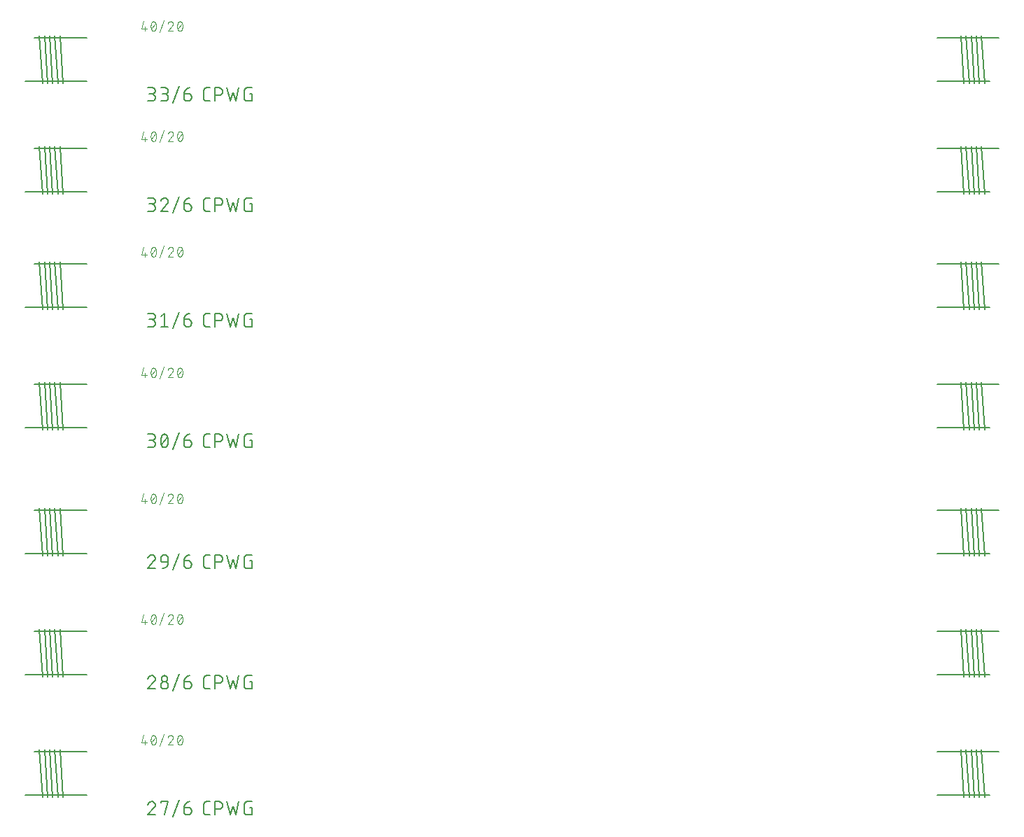
<source format=gto>
G04 EAGLE Gerber RS-274X export*
G75*
%MOMM*%
%FSLAX34Y34*%
%LPD*%
%INTop Silkscreen *%
%IPPOS*%
%AMOC8*
5,1,8,0,0,1.08239X$1,22.5*%
G01*
%ADD10C,0.152400*%
%ADD11C,0.127000*%
%ADD12C,0.101600*%


D10*
X57912Y883412D02*
X62428Y883412D01*
X62561Y883414D01*
X62693Y883420D01*
X62825Y883430D01*
X62957Y883443D01*
X63089Y883461D01*
X63219Y883482D01*
X63350Y883507D01*
X63479Y883536D01*
X63607Y883569D01*
X63735Y883605D01*
X63861Y883645D01*
X63986Y883689D01*
X64110Y883737D01*
X64232Y883788D01*
X64353Y883843D01*
X64472Y883901D01*
X64590Y883963D01*
X64705Y884028D01*
X64819Y884097D01*
X64930Y884168D01*
X65039Y884244D01*
X65146Y884322D01*
X65251Y884403D01*
X65353Y884488D01*
X65453Y884575D01*
X65550Y884665D01*
X65645Y884758D01*
X65736Y884854D01*
X65825Y884952D01*
X65911Y885053D01*
X65994Y885157D01*
X66074Y885263D01*
X66150Y885371D01*
X66224Y885481D01*
X66294Y885594D01*
X66361Y885708D01*
X66424Y885825D01*
X66484Y885943D01*
X66541Y886063D01*
X66594Y886185D01*
X66643Y886308D01*
X66689Y886432D01*
X66731Y886558D01*
X66769Y886685D01*
X66804Y886813D01*
X66835Y886942D01*
X66862Y887071D01*
X66885Y887202D01*
X66905Y887333D01*
X66920Y887465D01*
X66932Y887597D01*
X66940Y887729D01*
X66944Y887862D01*
X66944Y887994D01*
X66940Y888127D01*
X66932Y888259D01*
X66920Y888391D01*
X66905Y888523D01*
X66885Y888654D01*
X66862Y888785D01*
X66835Y888914D01*
X66804Y889043D01*
X66769Y889171D01*
X66731Y889298D01*
X66689Y889424D01*
X66643Y889548D01*
X66594Y889671D01*
X66541Y889793D01*
X66484Y889913D01*
X66424Y890031D01*
X66361Y890148D01*
X66294Y890262D01*
X66224Y890375D01*
X66150Y890485D01*
X66074Y890593D01*
X65994Y890699D01*
X65911Y890803D01*
X65825Y890904D01*
X65736Y891002D01*
X65645Y891098D01*
X65550Y891191D01*
X65453Y891281D01*
X65353Y891368D01*
X65251Y891453D01*
X65146Y891534D01*
X65039Y891612D01*
X64930Y891688D01*
X64819Y891759D01*
X64705Y891828D01*
X64590Y891893D01*
X64472Y891955D01*
X64353Y892013D01*
X64232Y892068D01*
X64110Y892119D01*
X63986Y892167D01*
X63861Y892211D01*
X63735Y892251D01*
X63607Y892287D01*
X63479Y892320D01*
X63350Y892349D01*
X63219Y892374D01*
X63089Y892395D01*
X62957Y892413D01*
X62825Y892426D01*
X62693Y892436D01*
X62561Y892442D01*
X62428Y892444D01*
X63331Y899668D02*
X57912Y899668D01*
X63331Y899668D02*
X63450Y899666D01*
X63570Y899660D01*
X63689Y899650D01*
X63807Y899636D01*
X63926Y899619D01*
X64043Y899597D01*
X64160Y899572D01*
X64275Y899542D01*
X64390Y899509D01*
X64504Y899472D01*
X64616Y899432D01*
X64727Y899387D01*
X64836Y899339D01*
X64944Y899288D01*
X65050Y899233D01*
X65154Y899174D01*
X65256Y899112D01*
X65356Y899047D01*
X65454Y898978D01*
X65550Y898906D01*
X65643Y898831D01*
X65733Y898754D01*
X65821Y898673D01*
X65906Y898589D01*
X65988Y898502D01*
X66068Y898413D01*
X66144Y898321D01*
X66218Y898227D01*
X66288Y898130D01*
X66355Y898032D01*
X66419Y897931D01*
X66479Y897827D01*
X66536Y897722D01*
X66589Y897615D01*
X66639Y897507D01*
X66685Y897397D01*
X66727Y897285D01*
X66766Y897172D01*
X66801Y897058D01*
X66832Y896943D01*
X66860Y896826D01*
X66883Y896709D01*
X66903Y896592D01*
X66919Y896473D01*
X66931Y896354D01*
X66939Y896235D01*
X66943Y896116D01*
X66943Y895996D01*
X66939Y895877D01*
X66931Y895758D01*
X66919Y895639D01*
X66903Y895520D01*
X66883Y895403D01*
X66860Y895286D01*
X66832Y895169D01*
X66801Y895054D01*
X66766Y894940D01*
X66727Y894827D01*
X66685Y894715D01*
X66639Y894605D01*
X66589Y894497D01*
X66536Y894390D01*
X66479Y894285D01*
X66419Y894181D01*
X66355Y894080D01*
X66288Y893982D01*
X66218Y893885D01*
X66144Y893791D01*
X66068Y893699D01*
X65988Y893610D01*
X65906Y893523D01*
X65821Y893439D01*
X65733Y893358D01*
X65643Y893281D01*
X65550Y893206D01*
X65454Y893134D01*
X65356Y893065D01*
X65256Y893000D01*
X65154Y892938D01*
X65050Y892879D01*
X64944Y892824D01*
X64836Y892773D01*
X64727Y892725D01*
X64616Y892680D01*
X64504Y892640D01*
X64390Y892603D01*
X64275Y892570D01*
X64160Y892540D01*
X64043Y892515D01*
X63926Y892493D01*
X63807Y892476D01*
X63689Y892462D01*
X63570Y892452D01*
X63450Y892446D01*
X63331Y892444D01*
X63331Y892443D02*
X59718Y892443D01*
X73543Y883412D02*
X78059Y883412D01*
X78192Y883414D01*
X78324Y883420D01*
X78456Y883430D01*
X78588Y883443D01*
X78720Y883461D01*
X78850Y883482D01*
X78981Y883507D01*
X79110Y883536D01*
X79238Y883569D01*
X79366Y883605D01*
X79492Y883645D01*
X79617Y883689D01*
X79741Y883737D01*
X79863Y883788D01*
X79984Y883843D01*
X80103Y883901D01*
X80221Y883963D01*
X80336Y884028D01*
X80450Y884097D01*
X80561Y884168D01*
X80670Y884244D01*
X80777Y884322D01*
X80882Y884403D01*
X80984Y884488D01*
X81084Y884575D01*
X81181Y884665D01*
X81276Y884758D01*
X81367Y884854D01*
X81456Y884952D01*
X81542Y885053D01*
X81625Y885157D01*
X81705Y885263D01*
X81781Y885371D01*
X81855Y885481D01*
X81925Y885594D01*
X81992Y885708D01*
X82055Y885825D01*
X82115Y885943D01*
X82172Y886063D01*
X82225Y886185D01*
X82274Y886308D01*
X82320Y886432D01*
X82362Y886558D01*
X82400Y886685D01*
X82435Y886813D01*
X82466Y886942D01*
X82493Y887071D01*
X82516Y887202D01*
X82536Y887333D01*
X82551Y887465D01*
X82563Y887597D01*
X82571Y887729D01*
X82575Y887862D01*
X82575Y887994D01*
X82571Y888127D01*
X82563Y888259D01*
X82551Y888391D01*
X82536Y888523D01*
X82516Y888654D01*
X82493Y888785D01*
X82466Y888914D01*
X82435Y889043D01*
X82400Y889171D01*
X82362Y889298D01*
X82320Y889424D01*
X82274Y889548D01*
X82225Y889671D01*
X82172Y889793D01*
X82115Y889913D01*
X82055Y890031D01*
X81992Y890148D01*
X81925Y890262D01*
X81855Y890375D01*
X81781Y890485D01*
X81705Y890593D01*
X81625Y890699D01*
X81542Y890803D01*
X81456Y890904D01*
X81367Y891002D01*
X81276Y891098D01*
X81181Y891191D01*
X81084Y891281D01*
X80984Y891368D01*
X80882Y891453D01*
X80777Y891534D01*
X80670Y891612D01*
X80561Y891688D01*
X80450Y891759D01*
X80336Y891828D01*
X80221Y891893D01*
X80103Y891955D01*
X79984Y892013D01*
X79863Y892068D01*
X79741Y892119D01*
X79617Y892167D01*
X79492Y892211D01*
X79366Y892251D01*
X79238Y892287D01*
X79110Y892320D01*
X78981Y892349D01*
X78850Y892374D01*
X78720Y892395D01*
X78588Y892413D01*
X78456Y892426D01*
X78324Y892436D01*
X78192Y892442D01*
X78059Y892444D01*
X78962Y899668D02*
X73543Y899668D01*
X78962Y899668D02*
X79081Y899666D01*
X79201Y899660D01*
X79320Y899650D01*
X79438Y899636D01*
X79557Y899619D01*
X79674Y899597D01*
X79791Y899572D01*
X79906Y899542D01*
X80021Y899509D01*
X80135Y899472D01*
X80247Y899432D01*
X80358Y899387D01*
X80467Y899339D01*
X80575Y899288D01*
X80681Y899233D01*
X80785Y899174D01*
X80887Y899112D01*
X80987Y899047D01*
X81085Y898978D01*
X81181Y898906D01*
X81274Y898831D01*
X81364Y898754D01*
X81452Y898673D01*
X81537Y898589D01*
X81619Y898502D01*
X81699Y898413D01*
X81775Y898321D01*
X81849Y898227D01*
X81919Y898130D01*
X81986Y898032D01*
X82050Y897931D01*
X82110Y897827D01*
X82167Y897722D01*
X82220Y897615D01*
X82270Y897507D01*
X82316Y897397D01*
X82358Y897285D01*
X82397Y897172D01*
X82432Y897058D01*
X82463Y896943D01*
X82491Y896826D01*
X82514Y896709D01*
X82534Y896592D01*
X82550Y896473D01*
X82562Y896354D01*
X82570Y896235D01*
X82574Y896116D01*
X82574Y895996D01*
X82570Y895877D01*
X82562Y895758D01*
X82550Y895639D01*
X82534Y895520D01*
X82514Y895403D01*
X82491Y895286D01*
X82463Y895169D01*
X82432Y895054D01*
X82397Y894940D01*
X82358Y894827D01*
X82316Y894715D01*
X82270Y894605D01*
X82220Y894497D01*
X82167Y894390D01*
X82110Y894285D01*
X82050Y894181D01*
X81986Y894080D01*
X81919Y893982D01*
X81849Y893885D01*
X81775Y893791D01*
X81699Y893699D01*
X81619Y893610D01*
X81537Y893523D01*
X81452Y893439D01*
X81364Y893358D01*
X81274Y893281D01*
X81181Y893206D01*
X81085Y893134D01*
X80987Y893065D01*
X80887Y893000D01*
X80785Y892938D01*
X80681Y892879D01*
X80575Y892824D01*
X80467Y892773D01*
X80358Y892725D01*
X80247Y892680D01*
X80135Y892640D01*
X80021Y892603D01*
X79906Y892570D01*
X79791Y892540D01*
X79674Y892515D01*
X79557Y892493D01*
X79438Y892476D01*
X79320Y892462D01*
X79201Y892452D01*
X79081Y892446D01*
X78962Y892444D01*
X78962Y892443D02*
X75349Y892443D01*
X88514Y881606D02*
X95739Y901474D01*
X101679Y892443D02*
X107098Y892443D01*
X107216Y892441D01*
X107334Y892435D01*
X107452Y892426D01*
X107569Y892412D01*
X107686Y892395D01*
X107803Y892374D01*
X107918Y892349D01*
X108033Y892320D01*
X108147Y892287D01*
X108259Y892251D01*
X108370Y892211D01*
X108480Y892168D01*
X108589Y892121D01*
X108696Y892071D01*
X108801Y892016D01*
X108904Y891959D01*
X109005Y891898D01*
X109105Y891834D01*
X109202Y891767D01*
X109297Y891697D01*
X109389Y891623D01*
X109480Y891547D01*
X109567Y891467D01*
X109652Y891385D01*
X109734Y891300D01*
X109814Y891213D01*
X109890Y891122D01*
X109964Y891030D01*
X110034Y890935D01*
X110101Y890838D01*
X110165Y890738D01*
X110226Y890637D01*
X110283Y890534D01*
X110338Y890429D01*
X110388Y890322D01*
X110435Y890213D01*
X110478Y890103D01*
X110518Y889992D01*
X110554Y889880D01*
X110587Y889766D01*
X110616Y889651D01*
X110641Y889536D01*
X110662Y889419D01*
X110679Y889302D01*
X110693Y889185D01*
X110702Y889067D01*
X110708Y888949D01*
X110710Y888831D01*
X110710Y887928D01*
X110711Y887928D02*
X110709Y887795D01*
X110703Y887663D01*
X110693Y887531D01*
X110680Y887399D01*
X110662Y887267D01*
X110641Y887137D01*
X110616Y887006D01*
X110587Y886877D01*
X110554Y886749D01*
X110518Y886621D01*
X110478Y886495D01*
X110434Y886370D01*
X110386Y886246D01*
X110335Y886124D01*
X110280Y886003D01*
X110222Y885884D01*
X110160Y885766D01*
X110095Y885651D01*
X110026Y885537D01*
X109955Y885426D01*
X109879Y885317D01*
X109801Y885210D01*
X109720Y885105D01*
X109635Y885003D01*
X109548Y884903D01*
X109458Y884806D01*
X109365Y884711D01*
X109269Y884620D01*
X109171Y884531D01*
X109070Y884445D01*
X108966Y884362D01*
X108860Y884282D01*
X108752Y884206D01*
X108642Y884132D01*
X108529Y884062D01*
X108415Y883995D01*
X108298Y883932D01*
X108180Y883872D01*
X108060Y883815D01*
X107938Y883762D01*
X107815Y883713D01*
X107691Y883667D01*
X107565Y883625D01*
X107438Y883587D01*
X107310Y883552D01*
X107181Y883521D01*
X107052Y883494D01*
X106921Y883471D01*
X106790Y883451D01*
X106658Y883436D01*
X106526Y883424D01*
X106394Y883416D01*
X106261Y883412D01*
X106129Y883412D01*
X105996Y883416D01*
X105864Y883424D01*
X105732Y883436D01*
X105600Y883451D01*
X105469Y883471D01*
X105338Y883494D01*
X105209Y883521D01*
X105080Y883552D01*
X104952Y883587D01*
X104825Y883625D01*
X104699Y883667D01*
X104575Y883713D01*
X104452Y883762D01*
X104330Y883815D01*
X104210Y883872D01*
X104092Y883932D01*
X103975Y883995D01*
X103861Y884062D01*
X103748Y884132D01*
X103638Y884206D01*
X103530Y884282D01*
X103424Y884362D01*
X103320Y884445D01*
X103219Y884531D01*
X103121Y884620D01*
X103025Y884711D01*
X102932Y884806D01*
X102842Y884903D01*
X102755Y885003D01*
X102670Y885105D01*
X102589Y885210D01*
X102511Y885317D01*
X102435Y885426D01*
X102364Y885537D01*
X102295Y885651D01*
X102230Y885766D01*
X102168Y885884D01*
X102110Y886003D01*
X102055Y886124D01*
X102004Y886246D01*
X101956Y886370D01*
X101912Y886495D01*
X101872Y886621D01*
X101836Y886749D01*
X101803Y886877D01*
X101774Y887006D01*
X101749Y887137D01*
X101728Y887267D01*
X101710Y887399D01*
X101697Y887531D01*
X101687Y887663D01*
X101681Y887795D01*
X101679Y887928D01*
X101679Y892443D01*
X101681Y892620D01*
X101688Y892798D01*
X101699Y892975D01*
X101714Y893151D01*
X101733Y893327D01*
X101757Y893503D01*
X101785Y893678D01*
X101818Y893853D01*
X101855Y894026D01*
X101896Y894199D01*
X101941Y894370D01*
X101990Y894540D01*
X102044Y894709D01*
X102101Y894877D01*
X102163Y895043D01*
X102229Y895208D01*
X102299Y895371D01*
X102373Y895532D01*
X102450Y895691D01*
X102532Y895849D01*
X102618Y896004D01*
X102707Y896157D01*
X102800Y896308D01*
X102897Y896457D01*
X102997Y896603D01*
X103101Y896747D01*
X103208Y896888D01*
X103319Y897026D01*
X103433Y897162D01*
X103551Y897295D01*
X103671Y897425D01*
X103795Y897552D01*
X103922Y897676D01*
X104052Y897796D01*
X104185Y897914D01*
X104320Y898028D01*
X104459Y898139D01*
X104600Y898246D01*
X104744Y898350D01*
X104890Y898450D01*
X105039Y898547D01*
X105190Y898640D01*
X105343Y898729D01*
X105498Y898815D01*
X105656Y898897D01*
X105815Y898974D01*
X105976Y899048D01*
X106139Y899118D01*
X106304Y899184D01*
X106470Y899246D01*
X106638Y899303D01*
X106807Y899357D01*
X106977Y899406D01*
X107148Y899451D01*
X107321Y899492D01*
X107494Y899529D01*
X107669Y899562D01*
X107844Y899590D01*
X108020Y899614D01*
X108196Y899633D01*
X108372Y899648D01*
X108549Y899659D01*
X108727Y899666D01*
X108904Y899668D01*
X129220Y883412D02*
X132833Y883412D01*
X129220Y883412D02*
X129102Y883414D01*
X128984Y883420D01*
X128866Y883429D01*
X128749Y883443D01*
X128632Y883460D01*
X128515Y883481D01*
X128400Y883506D01*
X128285Y883535D01*
X128171Y883568D01*
X128059Y883604D01*
X127948Y883644D01*
X127838Y883687D01*
X127729Y883734D01*
X127622Y883784D01*
X127517Y883839D01*
X127414Y883896D01*
X127313Y883957D01*
X127213Y884021D01*
X127116Y884088D01*
X127021Y884158D01*
X126929Y884232D01*
X126838Y884308D01*
X126751Y884388D01*
X126666Y884470D01*
X126584Y884555D01*
X126504Y884642D01*
X126428Y884733D01*
X126354Y884825D01*
X126284Y884920D01*
X126217Y885017D01*
X126153Y885117D01*
X126092Y885218D01*
X126035Y885321D01*
X125980Y885426D01*
X125930Y885533D01*
X125883Y885642D01*
X125840Y885752D01*
X125800Y885863D01*
X125764Y885975D01*
X125731Y886089D01*
X125702Y886204D01*
X125677Y886319D01*
X125656Y886436D01*
X125639Y886553D01*
X125625Y886670D01*
X125616Y886788D01*
X125610Y886906D01*
X125608Y887024D01*
X125608Y896056D01*
X125610Y896174D01*
X125616Y896292D01*
X125625Y896410D01*
X125639Y896527D01*
X125656Y896644D01*
X125677Y896761D01*
X125702Y896876D01*
X125731Y896991D01*
X125764Y897105D01*
X125800Y897217D01*
X125840Y897328D01*
X125883Y897438D01*
X125930Y897547D01*
X125980Y897654D01*
X126034Y897759D01*
X126092Y897862D01*
X126153Y897963D01*
X126217Y898063D01*
X126284Y898160D01*
X126354Y898255D01*
X126428Y898347D01*
X126504Y898438D01*
X126584Y898525D01*
X126666Y898610D01*
X126751Y898692D01*
X126838Y898772D01*
X126929Y898848D01*
X127021Y898922D01*
X127116Y898992D01*
X127213Y899059D01*
X127313Y899123D01*
X127414Y899184D01*
X127517Y899241D01*
X127622Y899295D01*
X127729Y899346D01*
X127838Y899393D01*
X127948Y899436D01*
X128059Y899476D01*
X128171Y899512D01*
X128285Y899545D01*
X128400Y899574D01*
X128515Y899599D01*
X128632Y899620D01*
X128749Y899637D01*
X128866Y899651D01*
X128984Y899660D01*
X129102Y899666D01*
X129220Y899668D01*
X132833Y899668D01*
X139405Y899668D02*
X139405Y883412D01*
X139405Y899668D02*
X143921Y899668D01*
X144054Y899666D01*
X144186Y899660D01*
X144318Y899650D01*
X144450Y899637D01*
X144582Y899619D01*
X144712Y899598D01*
X144843Y899573D01*
X144972Y899544D01*
X145100Y899511D01*
X145228Y899475D01*
X145354Y899435D01*
X145479Y899391D01*
X145603Y899343D01*
X145725Y899292D01*
X145846Y899237D01*
X145965Y899179D01*
X146083Y899117D01*
X146198Y899052D01*
X146312Y898983D01*
X146423Y898912D01*
X146532Y898836D01*
X146639Y898758D01*
X146744Y898677D01*
X146846Y898592D01*
X146946Y898505D01*
X147043Y898415D01*
X147138Y898322D01*
X147229Y898226D01*
X147318Y898128D01*
X147404Y898027D01*
X147487Y897923D01*
X147567Y897817D01*
X147643Y897709D01*
X147717Y897599D01*
X147787Y897486D01*
X147854Y897372D01*
X147917Y897255D01*
X147977Y897137D01*
X148034Y897017D01*
X148087Y896895D01*
X148136Y896772D01*
X148182Y896648D01*
X148224Y896522D01*
X148262Y896395D01*
X148297Y896267D01*
X148328Y896138D01*
X148355Y896009D01*
X148378Y895878D01*
X148398Y895747D01*
X148413Y895615D01*
X148425Y895483D01*
X148433Y895351D01*
X148437Y895218D01*
X148437Y895086D01*
X148433Y894953D01*
X148425Y894821D01*
X148413Y894689D01*
X148398Y894557D01*
X148378Y894426D01*
X148355Y894295D01*
X148328Y894166D01*
X148297Y894037D01*
X148262Y893909D01*
X148224Y893782D01*
X148182Y893656D01*
X148136Y893532D01*
X148087Y893409D01*
X148034Y893287D01*
X147977Y893167D01*
X147917Y893049D01*
X147854Y892932D01*
X147787Y892818D01*
X147717Y892705D01*
X147643Y892595D01*
X147567Y892487D01*
X147487Y892381D01*
X147404Y892277D01*
X147318Y892176D01*
X147229Y892078D01*
X147138Y891982D01*
X147043Y891889D01*
X146946Y891799D01*
X146846Y891712D01*
X146744Y891627D01*
X146639Y891546D01*
X146532Y891468D01*
X146423Y891392D01*
X146312Y891321D01*
X146198Y891252D01*
X146083Y891187D01*
X145965Y891125D01*
X145846Y891067D01*
X145725Y891012D01*
X145603Y890961D01*
X145479Y890913D01*
X145354Y890869D01*
X145228Y890829D01*
X145100Y890793D01*
X144972Y890760D01*
X144843Y890731D01*
X144712Y890706D01*
X144582Y890685D01*
X144450Y890667D01*
X144318Y890654D01*
X144186Y890644D01*
X144054Y890638D01*
X143921Y890636D01*
X143921Y890637D02*
X139405Y890637D01*
X153679Y899668D02*
X157292Y883412D01*
X160904Y894249D01*
X164517Y883412D01*
X168129Y899668D01*
X180947Y892443D02*
X183656Y892443D01*
X183656Y883412D01*
X178238Y883412D01*
X178120Y883414D01*
X178002Y883420D01*
X177884Y883429D01*
X177767Y883443D01*
X177650Y883460D01*
X177533Y883481D01*
X177418Y883506D01*
X177303Y883535D01*
X177189Y883568D01*
X177077Y883604D01*
X176966Y883644D01*
X176856Y883687D01*
X176747Y883734D01*
X176640Y883784D01*
X176535Y883839D01*
X176432Y883896D01*
X176331Y883957D01*
X176231Y884021D01*
X176134Y884088D01*
X176039Y884158D01*
X175947Y884232D01*
X175856Y884308D01*
X175769Y884388D01*
X175684Y884470D01*
X175602Y884555D01*
X175522Y884642D01*
X175446Y884733D01*
X175372Y884825D01*
X175302Y884920D01*
X175235Y885017D01*
X175171Y885117D01*
X175110Y885218D01*
X175053Y885321D01*
X174998Y885426D01*
X174948Y885533D01*
X174901Y885642D01*
X174858Y885752D01*
X174818Y885863D01*
X174782Y885975D01*
X174749Y886089D01*
X174720Y886204D01*
X174695Y886319D01*
X174674Y886436D01*
X174657Y886553D01*
X174643Y886670D01*
X174634Y886788D01*
X174628Y886906D01*
X174626Y887024D01*
X174625Y887024D02*
X174625Y896056D01*
X174626Y896056D02*
X174628Y896174D01*
X174634Y896292D01*
X174643Y896410D01*
X174657Y896527D01*
X174674Y896644D01*
X174695Y896761D01*
X174720Y896876D01*
X174749Y896991D01*
X174782Y897105D01*
X174818Y897217D01*
X174858Y897328D01*
X174901Y897438D01*
X174948Y897547D01*
X174998Y897654D01*
X175052Y897759D01*
X175110Y897862D01*
X175171Y897963D01*
X175235Y898063D01*
X175302Y898160D01*
X175372Y898255D01*
X175446Y898347D01*
X175522Y898438D01*
X175602Y898525D01*
X175684Y898610D01*
X175769Y898692D01*
X175856Y898772D01*
X175947Y898848D01*
X176039Y898922D01*
X176134Y898992D01*
X176231Y899059D01*
X176331Y899123D01*
X176432Y899184D01*
X176535Y899241D01*
X176640Y899295D01*
X176747Y899346D01*
X176856Y899393D01*
X176966Y899436D01*
X177077Y899476D01*
X177189Y899512D01*
X177303Y899545D01*
X177418Y899574D01*
X177533Y899599D01*
X177650Y899620D01*
X177767Y899637D01*
X177884Y899651D01*
X178002Y899660D01*
X178120Y899666D01*
X178238Y899668D01*
X183656Y899668D01*
X62428Y750062D02*
X57912Y750062D01*
X62428Y750062D02*
X62561Y750064D01*
X62693Y750070D01*
X62825Y750080D01*
X62957Y750093D01*
X63089Y750111D01*
X63219Y750132D01*
X63350Y750157D01*
X63479Y750186D01*
X63607Y750219D01*
X63735Y750255D01*
X63861Y750295D01*
X63986Y750339D01*
X64110Y750387D01*
X64232Y750438D01*
X64353Y750493D01*
X64472Y750551D01*
X64590Y750613D01*
X64705Y750678D01*
X64819Y750747D01*
X64930Y750818D01*
X65039Y750894D01*
X65146Y750972D01*
X65251Y751053D01*
X65353Y751138D01*
X65453Y751225D01*
X65550Y751315D01*
X65645Y751408D01*
X65736Y751504D01*
X65825Y751602D01*
X65911Y751703D01*
X65994Y751807D01*
X66074Y751913D01*
X66150Y752021D01*
X66224Y752131D01*
X66294Y752244D01*
X66361Y752358D01*
X66424Y752475D01*
X66484Y752593D01*
X66541Y752713D01*
X66594Y752835D01*
X66643Y752958D01*
X66689Y753082D01*
X66731Y753208D01*
X66769Y753335D01*
X66804Y753463D01*
X66835Y753592D01*
X66862Y753721D01*
X66885Y753852D01*
X66905Y753983D01*
X66920Y754115D01*
X66932Y754247D01*
X66940Y754379D01*
X66944Y754512D01*
X66944Y754644D01*
X66940Y754777D01*
X66932Y754909D01*
X66920Y755041D01*
X66905Y755173D01*
X66885Y755304D01*
X66862Y755435D01*
X66835Y755564D01*
X66804Y755693D01*
X66769Y755821D01*
X66731Y755948D01*
X66689Y756074D01*
X66643Y756198D01*
X66594Y756321D01*
X66541Y756443D01*
X66484Y756563D01*
X66424Y756681D01*
X66361Y756798D01*
X66294Y756912D01*
X66224Y757025D01*
X66150Y757135D01*
X66074Y757243D01*
X65994Y757349D01*
X65911Y757453D01*
X65825Y757554D01*
X65736Y757652D01*
X65645Y757748D01*
X65550Y757841D01*
X65453Y757931D01*
X65353Y758018D01*
X65251Y758103D01*
X65146Y758184D01*
X65039Y758262D01*
X64930Y758338D01*
X64819Y758409D01*
X64705Y758478D01*
X64590Y758543D01*
X64472Y758605D01*
X64353Y758663D01*
X64232Y758718D01*
X64110Y758769D01*
X63986Y758817D01*
X63861Y758861D01*
X63735Y758901D01*
X63607Y758937D01*
X63479Y758970D01*
X63350Y758999D01*
X63219Y759024D01*
X63089Y759045D01*
X62957Y759063D01*
X62825Y759076D01*
X62693Y759086D01*
X62561Y759092D01*
X62428Y759094D01*
X63331Y766318D02*
X57912Y766318D01*
X63331Y766318D02*
X63450Y766316D01*
X63570Y766310D01*
X63689Y766300D01*
X63807Y766286D01*
X63926Y766269D01*
X64043Y766247D01*
X64160Y766222D01*
X64275Y766192D01*
X64390Y766159D01*
X64504Y766122D01*
X64616Y766082D01*
X64727Y766037D01*
X64836Y765989D01*
X64944Y765938D01*
X65050Y765883D01*
X65154Y765824D01*
X65256Y765762D01*
X65356Y765697D01*
X65454Y765628D01*
X65550Y765556D01*
X65643Y765481D01*
X65733Y765404D01*
X65821Y765323D01*
X65906Y765239D01*
X65988Y765152D01*
X66068Y765063D01*
X66144Y764971D01*
X66218Y764877D01*
X66288Y764780D01*
X66355Y764682D01*
X66419Y764581D01*
X66479Y764477D01*
X66536Y764372D01*
X66589Y764265D01*
X66639Y764157D01*
X66685Y764047D01*
X66727Y763935D01*
X66766Y763822D01*
X66801Y763708D01*
X66832Y763593D01*
X66860Y763476D01*
X66883Y763359D01*
X66903Y763242D01*
X66919Y763123D01*
X66931Y763004D01*
X66939Y762885D01*
X66943Y762766D01*
X66943Y762646D01*
X66939Y762527D01*
X66931Y762408D01*
X66919Y762289D01*
X66903Y762170D01*
X66883Y762053D01*
X66860Y761936D01*
X66832Y761819D01*
X66801Y761704D01*
X66766Y761590D01*
X66727Y761477D01*
X66685Y761365D01*
X66639Y761255D01*
X66589Y761147D01*
X66536Y761040D01*
X66479Y760935D01*
X66419Y760831D01*
X66355Y760730D01*
X66288Y760632D01*
X66218Y760535D01*
X66144Y760441D01*
X66068Y760349D01*
X65988Y760260D01*
X65906Y760173D01*
X65821Y760089D01*
X65733Y760008D01*
X65643Y759931D01*
X65550Y759856D01*
X65454Y759784D01*
X65356Y759715D01*
X65256Y759650D01*
X65154Y759588D01*
X65050Y759529D01*
X64944Y759474D01*
X64836Y759423D01*
X64727Y759375D01*
X64616Y759330D01*
X64504Y759290D01*
X64390Y759253D01*
X64275Y759220D01*
X64160Y759190D01*
X64043Y759165D01*
X63926Y759143D01*
X63807Y759126D01*
X63689Y759112D01*
X63570Y759102D01*
X63450Y759096D01*
X63331Y759094D01*
X63331Y759093D02*
X59718Y759093D01*
X78510Y766318D02*
X78635Y766316D01*
X78760Y766310D01*
X78885Y766301D01*
X79009Y766287D01*
X79133Y766270D01*
X79257Y766249D01*
X79379Y766224D01*
X79501Y766195D01*
X79622Y766163D01*
X79742Y766127D01*
X79861Y766087D01*
X79978Y766044D01*
X80094Y765997D01*
X80209Y765946D01*
X80321Y765892D01*
X80433Y765834D01*
X80542Y765774D01*
X80649Y765709D01*
X80755Y765642D01*
X80858Y765571D01*
X80959Y765497D01*
X81058Y765420D01*
X81154Y765340D01*
X81248Y765257D01*
X81339Y765172D01*
X81428Y765083D01*
X81513Y764992D01*
X81596Y764898D01*
X81676Y764802D01*
X81753Y764703D01*
X81827Y764602D01*
X81898Y764499D01*
X81965Y764393D01*
X82030Y764286D01*
X82090Y764177D01*
X82148Y764065D01*
X82202Y763953D01*
X82253Y763838D01*
X82300Y763722D01*
X82343Y763605D01*
X82383Y763486D01*
X82419Y763366D01*
X82451Y763245D01*
X82480Y763123D01*
X82505Y763001D01*
X82526Y762877D01*
X82543Y762753D01*
X82557Y762629D01*
X82566Y762504D01*
X82572Y762379D01*
X82574Y762254D01*
X78510Y766318D02*
X78367Y766316D01*
X78225Y766310D01*
X78082Y766300D01*
X77940Y766287D01*
X77799Y766269D01*
X77657Y766248D01*
X77517Y766223D01*
X77377Y766194D01*
X77238Y766161D01*
X77100Y766124D01*
X76963Y766084D01*
X76828Y766040D01*
X76693Y765992D01*
X76560Y765940D01*
X76428Y765885D01*
X76298Y765826D01*
X76170Y765764D01*
X76043Y765698D01*
X75918Y765629D01*
X75795Y765557D01*
X75675Y765481D01*
X75556Y765402D01*
X75439Y765319D01*
X75325Y765234D01*
X75213Y765145D01*
X75104Y765054D01*
X74997Y764959D01*
X74892Y764862D01*
X74791Y764761D01*
X74692Y764658D01*
X74596Y764553D01*
X74503Y764444D01*
X74413Y764333D01*
X74326Y764220D01*
X74242Y764105D01*
X74162Y763987D01*
X74084Y763867D01*
X74010Y763745D01*
X73940Y763621D01*
X73872Y763495D01*
X73809Y763367D01*
X73748Y763238D01*
X73691Y763107D01*
X73638Y762975D01*
X73589Y762841D01*
X73543Y762706D01*
X81219Y759093D02*
X81313Y759185D01*
X81403Y759279D01*
X81491Y759376D01*
X81576Y759476D01*
X81658Y759578D01*
X81737Y759683D01*
X81812Y759790D01*
X81884Y759899D01*
X81953Y760010D01*
X82019Y760124D01*
X82081Y760239D01*
X82140Y760356D01*
X82195Y760475D01*
X82246Y760595D01*
X82294Y760717D01*
X82339Y760840D01*
X82379Y760964D01*
X82416Y761090D01*
X82449Y761217D01*
X82478Y761344D01*
X82504Y761473D01*
X82525Y761602D01*
X82543Y761732D01*
X82556Y761862D01*
X82566Y761992D01*
X82572Y762123D01*
X82574Y762254D01*
X81220Y759093D02*
X73543Y750062D01*
X82574Y750062D01*
X88514Y748256D02*
X95739Y768124D01*
X101679Y759093D02*
X107098Y759093D01*
X107216Y759091D01*
X107334Y759085D01*
X107452Y759076D01*
X107569Y759062D01*
X107686Y759045D01*
X107803Y759024D01*
X107918Y758999D01*
X108033Y758970D01*
X108147Y758937D01*
X108259Y758901D01*
X108370Y758861D01*
X108480Y758818D01*
X108589Y758771D01*
X108696Y758721D01*
X108801Y758666D01*
X108904Y758609D01*
X109005Y758548D01*
X109105Y758484D01*
X109202Y758417D01*
X109297Y758347D01*
X109389Y758273D01*
X109480Y758197D01*
X109567Y758117D01*
X109652Y758035D01*
X109734Y757950D01*
X109814Y757863D01*
X109890Y757772D01*
X109964Y757680D01*
X110034Y757585D01*
X110101Y757488D01*
X110165Y757388D01*
X110226Y757287D01*
X110283Y757184D01*
X110338Y757079D01*
X110388Y756972D01*
X110435Y756863D01*
X110478Y756753D01*
X110518Y756642D01*
X110554Y756530D01*
X110587Y756416D01*
X110616Y756301D01*
X110641Y756186D01*
X110662Y756069D01*
X110679Y755952D01*
X110693Y755835D01*
X110702Y755717D01*
X110708Y755599D01*
X110710Y755481D01*
X110710Y754578D01*
X110711Y754578D02*
X110709Y754445D01*
X110703Y754313D01*
X110693Y754181D01*
X110680Y754049D01*
X110662Y753917D01*
X110641Y753787D01*
X110616Y753656D01*
X110587Y753527D01*
X110554Y753399D01*
X110518Y753271D01*
X110478Y753145D01*
X110434Y753020D01*
X110386Y752896D01*
X110335Y752774D01*
X110280Y752653D01*
X110222Y752534D01*
X110160Y752416D01*
X110095Y752301D01*
X110026Y752187D01*
X109955Y752076D01*
X109879Y751967D01*
X109801Y751860D01*
X109720Y751755D01*
X109635Y751653D01*
X109548Y751553D01*
X109458Y751456D01*
X109365Y751361D01*
X109269Y751270D01*
X109171Y751181D01*
X109070Y751095D01*
X108966Y751012D01*
X108860Y750932D01*
X108752Y750856D01*
X108642Y750782D01*
X108529Y750712D01*
X108415Y750645D01*
X108298Y750582D01*
X108180Y750522D01*
X108060Y750465D01*
X107938Y750412D01*
X107815Y750363D01*
X107691Y750317D01*
X107565Y750275D01*
X107438Y750237D01*
X107310Y750202D01*
X107181Y750171D01*
X107052Y750144D01*
X106921Y750121D01*
X106790Y750101D01*
X106658Y750086D01*
X106526Y750074D01*
X106394Y750066D01*
X106261Y750062D01*
X106129Y750062D01*
X105996Y750066D01*
X105864Y750074D01*
X105732Y750086D01*
X105600Y750101D01*
X105469Y750121D01*
X105338Y750144D01*
X105209Y750171D01*
X105080Y750202D01*
X104952Y750237D01*
X104825Y750275D01*
X104699Y750317D01*
X104575Y750363D01*
X104452Y750412D01*
X104330Y750465D01*
X104210Y750522D01*
X104092Y750582D01*
X103975Y750645D01*
X103861Y750712D01*
X103748Y750782D01*
X103638Y750856D01*
X103530Y750932D01*
X103424Y751012D01*
X103320Y751095D01*
X103219Y751181D01*
X103121Y751270D01*
X103025Y751361D01*
X102932Y751456D01*
X102842Y751553D01*
X102755Y751653D01*
X102670Y751755D01*
X102589Y751860D01*
X102511Y751967D01*
X102435Y752076D01*
X102364Y752187D01*
X102295Y752301D01*
X102230Y752416D01*
X102168Y752534D01*
X102110Y752653D01*
X102055Y752774D01*
X102004Y752896D01*
X101956Y753020D01*
X101912Y753145D01*
X101872Y753271D01*
X101836Y753399D01*
X101803Y753527D01*
X101774Y753656D01*
X101749Y753787D01*
X101728Y753917D01*
X101710Y754049D01*
X101697Y754181D01*
X101687Y754313D01*
X101681Y754445D01*
X101679Y754578D01*
X101679Y759093D01*
X101681Y759270D01*
X101688Y759448D01*
X101699Y759625D01*
X101714Y759801D01*
X101733Y759977D01*
X101757Y760153D01*
X101785Y760328D01*
X101818Y760503D01*
X101855Y760676D01*
X101896Y760849D01*
X101941Y761020D01*
X101990Y761190D01*
X102044Y761359D01*
X102101Y761527D01*
X102163Y761693D01*
X102229Y761858D01*
X102299Y762021D01*
X102373Y762182D01*
X102450Y762341D01*
X102532Y762499D01*
X102618Y762654D01*
X102707Y762807D01*
X102800Y762958D01*
X102897Y763107D01*
X102997Y763253D01*
X103101Y763397D01*
X103208Y763538D01*
X103319Y763676D01*
X103433Y763812D01*
X103551Y763945D01*
X103671Y764075D01*
X103795Y764202D01*
X103922Y764326D01*
X104052Y764446D01*
X104185Y764564D01*
X104320Y764678D01*
X104459Y764789D01*
X104600Y764896D01*
X104744Y765000D01*
X104890Y765100D01*
X105039Y765197D01*
X105190Y765290D01*
X105343Y765379D01*
X105498Y765465D01*
X105656Y765547D01*
X105815Y765624D01*
X105976Y765698D01*
X106139Y765768D01*
X106304Y765834D01*
X106470Y765896D01*
X106638Y765953D01*
X106807Y766007D01*
X106977Y766056D01*
X107148Y766101D01*
X107321Y766142D01*
X107494Y766179D01*
X107669Y766212D01*
X107844Y766240D01*
X108020Y766264D01*
X108196Y766283D01*
X108372Y766298D01*
X108549Y766309D01*
X108727Y766316D01*
X108904Y766318D01*
X129220Y750062D02*
X132833Y750062D01*
X129220Y750062D02*
X129102Y750064D01*
X128984Y750070D01*
X128866Y750079D01*
X128749Y750093D01*
X128632Y750110D01*
X128515Y750131D01*
X128400Y750156D01*
X128285Y750185D01*
X128171Y750218D01*
X128059Y750254D01*
X127948Y750294D01*
X127838Y750337D01*
X127729Y750384D01*
X127622Y750434D01*
X127517Y750489D01*
X127414Y750546D01*
X127313Y750607D01*
X127213Y750671D01*
X127116Y750738D01*
X127021Y750808D01*
X126929Y750882D01*
X126838Y750958D01*
X126751Y751038D01*
X126666Y751120D01*
X126584Y751205D01*
X126504Y751292D01*
X126428Y751383D01*
X126354Y751475D01*
X126284Y751570D01*
X126217Y751667D01*
X126153Y751767D01*
X126092Y751868D01*
X126035Y751971D01*
X125980Y752076D01*
X125930Y752183D01*
X125883Y752292D01*
X125840Y752402D01*
X125800Y752513D01*
X125764Y752625D01*
X125731Y752739D01*
X125702Y752854D01*
X125677Y752969D01*
X125656Y753086D01*
X125639Y753203D01*
X125625Y753320D01*
X125616Y753438D01*
X125610Y753556D01*
X125608Y753674D01*
X125608Y762706D01*
X125610Y762824D01*
X125616Y762942D01*
X125625Y763060D01*
X125639Y763177D01*
X125656Y763294D01*
X125677Y763411D01*
X125702Y763526D01*
X125731Y763641D01*
X125764Y763755D01*
X125800Y763867D01*
X125840Y763978D01*
X125883Y764088D01*
X125930Y764197D01*
X125980Y764304D01*
X126034Y764409D01*
X126092Y764512D01*
X126153Y764613D01*
X126217Y764713D01*
X126284Y764810D01*
X126354Y764905D01*
X126428Y764997D01*
X126504Y765088D01*
X126584Y765175D01*
X126666Y765260D01*
X126751Y765342D01*
X126838Y765422D01*
X126929Y765498D01*
X127021Y765572D01*
X127116Y765642D01*
X127213Y765709D01*
X127313Y765773D01*
X127414Y765834D01*
X127517Y765891D01*
X127622Y765945D01*
X127729Y765996D01*
X127838Y766043D01*
X127948Y766086D01*
X128059Y766126D01*
X128171Y766162D01*
X128285Y766195D01*
X128400Y766224D01*
X128515Y766249D01*
X128632Y766270D01*
X128749Y766287D01*
X128866Y766301D01*
X128984Y766310D01*
X129102Y766316D01*
X129220Y766318D01*
X132833Y766318D01*
X139405Y766318D02*
X139405Y750062D01*
X139405Y766318D02*
X143921Y766318D01*
X144054Y766316D01*
X144186Y766310D01*
X144318Y766300D01*
X144450Y766287D01*
X144582Y766269D01*
X144712Y766248D01*
X144843Y766223D01*
X144972Y766194D01*
X145100Y766161D01*
X145228Y766125D01*
X145354Y766085D01*
X145479Y766041D01*
X145603Y765993D01*
X145725Y765942D01*
X145846Y765887D01*
X145965Y765829D01*
X146083Y765767D01*
X146198Y765702D01*
X146312Y765633D01*
X146423Y765562D01*
X146532Y765486D01*
X146639Y765408D01*
X146744Y765327D01*
X146846Y765242D01*
X146946Y765155D01*
X147043Y765065D01*
X147138Y764972D01*
X147229Y764876D01*
X147318Y764778D01*
X147404Y764677D01*
X147487Y764573D01*
X147567Y764467D01*
X147643Y764359D01*
X147717Y764249D01*
X147787Y764136D01*
X147854Y764022D01*
X147917Y763905D01*
X147977Y763787D01*
X148034Y763667D01*
X148087Y763545D01*
X148136Y763422D01*
X148182Y763298D01*
X148224Y763172D01*
X148262Y763045D01*
X148297Y762917D01*
X148328Y762788D01*
X148355Y762659D01*
X148378Y762528D01*
X148398Y762397D01*
X148413Y762265D01*
X148425Y762133D01*
X148433Y762001D01*
X148437Y761868D01*
X148437Y761736D01*
X148433Y761603D01*
X148425Y761471D01*
X148413Y761339D01*
X148398Y761207D01*
X148378Y761076D01*
X148355Y760945D01*
X148328Y760816D01*
X148297Y760687D01*
X148262Y760559D01*
X148224Y760432D01*
X148182Y760306D01*
X148136Y760182D01*
X148087Y760059D01*
X148034Y759937D01*
X147977Y759817D01*
X147917Y759699D01*
X147854Y759582D01*
X147787Y759468D01*
X147717Y759355D01*
X147643Y759245D01*
X147567Y759137D01*
X147487Y759031D01*
X147404Y758927D01*
X147318Y758826D01*
X147229Y758728D01*
X147138Y758632D01*
X147043Y758539D01*
X146946Y758449D01*
X146846Y758362D01*
X146744Y758277D01*
X146639Y758196D01*
X146532Y758118D01*
X146423Y758042D01*
X146312Y757971D01*
X146198Y757902D01*
X146083Y757837D01*
X145965Y757775D01*
X145846Y757717D01*
X145725Y757662D01*
X145603Y757611D01*
X145479Y757563D01*
X145354Y757519D01*
X145228Y757479D01*
X145100Y757443D01*
X144972Y757410D01*
X144843Y757381D01*
X144712Y757356D01*
X144582Y757335D01*
X144450Y757317D01*
X144318Y757304D01*
X144186Y757294D01*
X144054Y757288D01*
X143921Y757286D01*
X143921Y757287D02*
X139405Y757287D01*
X153679Y766318D02*
X157292Y750062D01*
X160904Y760899D01*
X164517Y750062D01*
X168129Y766318D01*
X180947Y759093D02*
X183656Y759093D01*
X183656Y750062D01*
X178238Y750062D01*
X178120Y750064D01*
X178002Y750070D01*
X177884Y750079D01*
X177767Y750093D01*
X177650Y750110D01*
X177533Y750131D01*
X177418Y750156D01*
X177303Y750185D01*
X177189Y750218D01*
X177077Y750254D01*
X176966Y750294D01*
X176856Y750337D01*
X176747Y750384D01*
X176640Y750434D01*
X176535Y750489D01*
X176432Y750546D01*
X176331Y750607D01*
X176231Y750671D01*
X176134Y750738D01*
X176039Y750808D01*
X175947Y750882D01*
X175856Y750958D01*
X175769Y751038D01*
X175684Y751120D01*
X175602Y751205D01*
X175522Y751292D01*
X175446Y751383D01*
X175372Y751475D01*
X175302Y751570D01*
X175235Y751667D01*
X175171Y751767D01*
X175110Y751868D01*
X175053Y751971D01*
X174998Y752076D01*
X174948Y752183D01*
X174901Y752292D01*
X174858Y752402D01*
X174818Y752513D01*
X174782Y752625D01*
X174749Y752739D01*
X174720Y752854D01*
X174695Y752969D01*
X174674Y753086D01*
X174657Y753203D01*
X174643Y753320D01*
X174634Y753438D01*
X174628Y753556D01*
X174626Y753674D01*
X174625Y753674D02*
X174625Y762706D01*
X174626Y762706D02*
X174628Y762824D01*
X174634Y762942D01*
X174643Y763060D01*
X174657Y763177D01*
X174674Y763294D01*
X174695Y763411D01*
X174720Y763526D01*
X174749Y763641D01*
X174782Y763755D01*
X174818Y763867D01*
X174858Y763978D01*
X174901Y764088D01*
X174948Y764197D01*
X174998Y764304D01*
X175052Y764409D01*
X175110Y764512D01*
X175171Y764613D01*
X175235Y764713D01*
X175302Y764810D01*
X175372Y764905D01*
X175446Y764997D01*
X175522Y765088D01*
X175602Y765175D01*
X175684Y765260D01*
X175769Y765342D01*
X175856Y765422D01*
X175947Y765498D01*
X176039Y765572D01*
X176134Y765642D01*
X176231Y765709D01*
X176331Y765773D01*
X176432Y765834D01*
X176535Y765891D01*
X176640Y765945D01*
X176747Y765996D01*
X176856Y766043D01*
X176966Y766086D01*
X177077Y766126D01*
X177189Y766162D01*
X177303Y766195D01*
X177418Y766224D01*
X177533Y766249D01*
X177650Y766270D01*
X177767Y766287D01*
X177884Y766301D01*
X178002Y766310D01*
X178120Y766316D01*
X178238Y766318D01*
X183656Y766318D01*
X62428Y610362D02*
X57912Y610362D01*
X62428Y610362D02*
X62561Y610364D01*
X62693Y610370D01*
X62825Y610380D01*
X62957Y610393D01*
X63089Y610411D01*
X63219Y610432D01*
X63350Y610457D01*
X63479Y610486D01*
X63607Y610519D01*
X63735Y610555D01*
X63861Y610595D01*
X63986Y610639D01*
X64110Y610687D01*
X64232Y610738D01*
X64353Y610793D01*
X64472Y610851D01*
X64590Y610913D01*
X64705Y610978D01*
X64819Y611047D01*
X64930Y611118D01*
X65039Y611194D01*
X65146Y611272D01*
X65251Y611353D01*
X65353Y611438D01*
X65453Y611525D01*
X65550Y611615D01*
X65645Y611708D01*
X65736Y611804D01*
X65825Y611902D01*
X65911Y612003D01*
X65994Y612107D01*
X66074Y612213D01*
X66150Y612321D01*
X66224Y612431D01*
X66294Y612544D01*
X66361Y612658D01*
X66424Y612775D01*
X66484Y612893D01*
X66541Y613013D01*
X66594Y613135D01*
X66643Y613258D01*
X66689Y613382D01*
X66731Y613508D01*
X66769Y613635D01*
X66804Y613763D01*
X66835Y613892D01*
X66862Y614021D01*
X66885Y614152D01*
X66905Y614283D01*
X66920Y614415D01*
X66932Y614547D01*
X66940Y614679D01*
X66944Y614812D01*
X66944Y614944D01*
X66940Y615077D01*
X66932Y615209D01*
X66920Y615341D01*
X66905Y615473D01*
X66885Y615604D01*
X66862Y615735D01*
X66835Y615864D01*
X66804Y615993D01*
X66769Y616121D01*
X66731Y616248D01*
X66689Y616374D01*
X66643Y616498D01*
X66594Y616621D01*
X66541Y616743D01*
X66484Y616863D01*
X66424Y616981D01*
X66361Y617098D01*
X66294Y617212D01*
X66224Y617325D01*
X66150Y617435D01*
X66074Y617543D01*
X65994Y617649D01*
X65911Y617753D01*
X65825Y617854D01*
X65736Y617952D01*
X65645Y618048D01*
X65550Y618141D01*
X65453Y618231D01*
X65353Y618318D01*
X65251Y618403D01*
X65146Y618484D01*
X65039Y618562D01*
X64930Y618638D01*
X64819Y618709D01*
X64705Y618778D01*
X64590Y618843D01*
X64472Y618905D01*
X64353Y618963D01*
X64232Y619018D01*
X64110Y619069D01*
X63986Y619117D01*
X63861Y619161D01*
X63735Y619201D01*
X63607Y619237D01*
X63479Y619270D01*
X63350Y619299D01*
X63219Y619324D01*
X63089Y619345D01*
X62957Y619363D01*
X62825Y619376D01*
X62693Y619386D01*
X62561Y619392D01*
X62428Y619394D01*
X63331Y626618D02*
X57912Y626618D01*
X63331Y626618D02*
X63450Y626616D01*
X63570Y626610D01*
X63689Y626600D01*
X63807Y626586D01*
X63926Y626569D01*
X64043Y626547D01*
X64160Y626522D01*
X64275Y626492D01*
X64390Y626459D01*
X64504Y626422D01*
X64616Y626382D01*
X64727Y626337D01*
X64836Y626289D01*
X64944Y626238D01*
X65050Y626183D01*
X65154Y626124D01*
X65256Y626062D01*
X65356Y625997D01*
X65454Y625928D01*
X65550Y625856D01*
X65643Y625781D01*
X65733Y625704D01*
X65821Y625623D01*
X65906Y625539D01*
X65988Y625452D01*
X66068Y625363D01*
X66144Y625271D01*
X66218Y625177D01*
X66288Y625080D01*
X66355Y624982D01*
X66419Y624881D01*
X66479Y624777D01*
X66536Y624672D01*
X66589Y624565D01*
X66639Y624457D01*
X66685Y624347D01*
X66727Y624235D01*
X66766Y624122D01*
X66801Y624008D01*
X66832Y623893D01*
X66860Y623776D01*
X66883Y623659D01*
X66903Y623542D01*
X66919Y623423D01*
X66931Y623304D01*
X66939Y623185D01*
X66943Y623066D01*
X66943Y622946D01*
X66939Y622827D01*
X66931Y622708D01*
X66919Y622589D01*
X66903Y622470D01*
X66883Y622353D01*
X66860Y622236D01*
X66832Y622119D01*
X66801Y622004D01*
X66766Y621890D01*
X66727Y621777D01*
X66685Y621665D01*
X66639Y621555D01*
X66589Y621447D01*
X66536Y621340D01*
X66479Y621235D01*
X66419Y621131D01*
X66355Y621030D01*
X66288Y620932D01*
X66218Y620835D01*
X66144Y620741D01*
X66068Y620649D01*
X65988Y620560D01*
X65906Y620473D01*
X65821Y620389D01*
X65733Y620308D01*
X65643Y620231D01*
X65550Y620156D01*
X65454Y620084D01*
X65356Y620015D01*
X65256Y619950D01*
X65154Y619888D01*
X65050Y619829D01*
X64944Y619774D01*
X64836Y619723D01*
X64727Y619675D01*
X64616Y619630D01*
X64504Y619590D01*
X64390Y619553D01*
X64275Y619520D01*
X64160Y619490D01*
X64043Y619465D01*
X63926Y619443D01*
X63807Y619426D01*
X63689Y619412D01*
X63570Y619402D01*
X63450Y619396D01*
X63331Y619394D01*
X63331Y619393D02*
X59718Y619393D01*
X73543Y623006D02*
X78059Y626618D01*
X78059Y610362D01*
X82574Y610362D02*
X73543Y610362D01*
X88514Y608556D02*
X95739Y628424D01*
X101679Y619393D02*
X107098Y619393D01*
X107216Y619391D01*
X107334Y619385D01*
X107452Y619376D01*
X107569Y619362D01*
X107686Y619345D01*
X107803Y619324D01*
X107918Y619299D01*
X108033Y619270D01*
X108147Y619237D01*
X108259Y619201D01*
X108370Y619161D01*
X108480Y619118D01*
X108589Y619071D01*
X108696Y619021D01*
X108801Y618966D01*
X108904Y618909D01*
X109005Y618848D01*
X109105Y618784D01*
X109202Y618717D01*
X109297Y618647D01*
X109389Y618573D01*
X109480Y618497D01*
X109567Y618417D01*
X109652Y618335D01*
X109734Y618250D01*
X109814Y618163D01*
X109890Y618072D01*
X109964Y617980D01*
X110034Y617885D01*
X110101Y617788D01*
X110165Y617688D01*
X110226Y617587D01*
X110283Y617484D01*
X110338Y617379D01*
X110388Y617272D01*
X110435Y617163D01*
X110478Y617053D01*
X110518Y616942D01*
X110554Y616830D01*
X110587Y616716D01*
X110616Y616601D01*
X110641Y616486D01*
X110662Y616369D01*
X110679Y616252D01*
X110693Y616135D01*
X110702Y616017D01*
X110708Y615899D01*
X110710Y615781D01*
X110710Y614878D01*
X110711Y614878D02*
X110709Y614745D01*
X110703Y614613D01*
X110693Y614481D01*
X110680Y614349D01*
X110662Y614217D01*
X110641Y614087D01*
X110616Y613956D01*
X110587Y613827D01*
X110554Y613699D01*
X110518Y613571D01*
X110478Y613445D01*
X110434Y613320D01*
X110386Y613196D01*
X110335Y613074D01*
X110280Y612953D01*
X110222Y612834D01*
X110160Y612716D01*
X110095Y612601D01*
X110026Y612487D01*
X109955Y612376D01*
X109879Y612267D01*
X109801Y612160D01*
X109720Y612055D01*
X109635Y611953D01*
X109548Y611853D01*
X109458Y611756D01*
X109365Y611661D01*
X109269Y611570D01*
X109171Y611481D01*
X109070Y611395D01*
X108966Y611312D01*
X108860Y611232D01*
X108752Y611156D01*
X108642Y611082D01*
X108529Y611012D01*
X108415Y610945D01*
X108298Y610882D01*
X108180Y610822D01*
X108060Y610765D01*
X107938Y610712D01*
X107815Y610663D01*
X107691Y610617D01*
X107565Y610575D01*
X107438Y610537D01*
X107310Y610502D01*
X107181Y610471D01*
X107052Y610444D01*
X106921Y610421D01*
X106790Y610401D01*
X106658Y610386D01*
X106526Y610374D01*
X106394Y610366D01*
X106261Y610362D01*
X106129Y610362D01*
X105996Y610366D01*
X105864Y610374D01*
X105732Y610386D01*
X105600Y610401D01*
X105469Y610421D01*
X105338Y610444D01*
X105209Y610471D01*
X105080Y610502D01*
X104952Y610537D01*
X104825Y610575D01*
X104699Y610617D01*
X104575Y610663D01*
X104452Y610712D01*
X104330Y610765D01*
X104210Y610822D01*
X104092Y610882D01*
X103975Y610945D01*
X103861Y611012D01*
X103748Y611082D01*
X103638Y611156D01*
X103530Y611232D01*
X103424Y611312D01*
X103320Y611395D01*
X103219Y611481D01*
X103121Y611570D01*
X103025Y611661D01*
X102932Y611756D01*
X102842Y611853D01*
X102755Y611953D01*
X102670Y612055D01*
X102589Y612160D01*
X102511Y612267D01*
X102435Y612376D01*
X102364Y612487D01*
X102295Y612601D01*
X102230Y612716D01*
X102168Y612834D01*
X102110Y612953D01*
X102055Y613074D01*
X102004Y613196D01*
X101956Y613320D01*
X101912Y613445D01*
X101872Y613571D01*
X101836Y613699D01*
X101803Y613827D01*
X101774Y613956D01*
X101749Y614087D01*
X101728Y614217D01*
X101710Y614349D01*
X101697Y614481D01*
X101687Y614613D01*
X101681Y614745D01*
X101679Y614878D01*
X101679Y619393D01*
X101681Y619570D01*
X101688Y619748D01*
X101699Y619925D01*
X101714Y620101D01*
X101733Y620277D01*
X101757Y620453D01*
X101785Y620628D01*
X101818Y620803D01*
X101855Y620976D01*
X101896Y621149D01*
X101941Y621320D01*
X101990Y621490D01*
X102044Y621659D01*
X102101Y621827D01*
X102163Y621993D01*
X102229Y622158D01*
X102299Y622321D01*
X102373Y622482D01*
X102450Y622641D01*
X102532Y622799D01*
X102618Y622954D01*
X102707Y623107D01*
X102800Y623258D01*
X102897Y623407D01*
X102997Y623553D01*
X103101Y623697D01*
X103208Y623838D01*
X103319Y623976D01*
X103433Y624112D01*
X103551Y624245D01*
X103671Y624375D01*
X103795Y624502D01*
X103922Y624626D01*
X104052Y624746D01*
X104185Y624864D01*
X104320Y624978D01*
X104459Y625089D01*
X104600Y625196D01*
X104744Y625300D01*
X104890Y625400D01*
X105039Y625497D01*
X105190Y625590D01*
X105343Y625679D01*
X105498Y625765D01*
X105656Y625847D01*
X105815Y625924D01*
X105976Y625998D01*
X106139Y626068D01*
X106304Y626134D01*
X106470Y626196D01*
X106638Y626253D01*
X106807Y626307D01*
X106977Y626356D01*
X107148Y626401D01*
X107321Y626442D01*
X107494Y626479D01*
X107669Y626512D01*
X107844Y626540D01*
X108020Y626564D01*
X108196Y626583D01*
X108372Y626598D01*
X108549Y626609D01*
X108727Y626616D01*
X108904Y626618D01*
X129220Y610362D02*
X132833Y610362D01*
X129220Y610362D02*
X129102Y610364D01*
X128984Y610370D01*
X128866Y610379D01*
X128749Y610393D01*
X128632Y610410D01*
X128515Y610431D01*
X128400Y610456D01*
X128285Y610485D01*
X128171Y610518D01*
X128059Y610554D01*
X127948Y610594D01*
X127838Y610637D01*
X127729Y610684D01*
X127622Y610734D01*
X127517Y610789D01*
X127414Y610846D01*
X127313Y610907D01*
X127213Y610971D01*
X127116Y611038D01*
X127021Y611108D01*
X126929Y611182D01*
X126838Y611258D01*
X126751Y611338D01*
X126666Y611420D01*
X126584Y611505D01*
X126504Y611592D01*
X126428Y611683D01*
X126354Y611775D01*
X126284Y611870D01*
X126217Y611967D01*
X126153Y612067D01*
X126092Y612168D01*
X126035Y612271D01*
X125980Y612376D01*
X125930Y612483D01*
X125883Y612592D01*
X125840Y612702D01*
X125800Y612813D01*
X125764Y612925D01*
X125731Y613039D01*
X125702Y613154D01*
X125677Y613269D01*
X125656Y613386D01*
X125639Y613503D01*
X125625Y613620D01*
X125616Y613738D01*
X125610Y613856D01*
X125608Y613974D01*
X125608Y623006D01*
X125610Y623124D01*
X125616Y623242D01*
X125625Y623360D01*
X125639Y623477D01*
X125656Y623594D01*
X125677Y623711D01*
X125702Y623826D01*
X125731Y623941D01*
X125764Y624055D01*
X125800Y624167D01*
X125840Y624278D01*
X125883Y624388D01*
X125930Y624497D01*
X125980Y624604D01*
X126034Y624709D01*
X126092Y624812D01*
X126153Y624913D01*
X126217Y625013D01*
X126284Y625110D01*
X126354Y625205D01*
X126428Y625297D01*
X126504Y625388D01*
X126584Y625475D01*
X126666Y625560D01*
X126751Y625642D01*
X126838Y625722D01*
X126929Y625798D01*
X127021Y625872D01*
X127116Y625942D01*
X127213Y626009D01*
X127313Y626073D01*
X127414Y626134D01*
X127517Y626191D01*
X127622Y626245D01*
X127729Y626296D01*
X127838Y626343D01*
X127948Y626386D01*
X128059Y626426D01*
X128171Y626462D01*
X128285Y626495D01*
X128400Y626524D01*
X128515Y626549D01*
X128632Y626570D01*
X128749Y626587D01*
X128866Y626601D01*
X128984Y626610D01*
X129102Y626616D01*
X129220Y626618D01*
X132833Y626618D01*
X139405Y626618D02*
X139405Y610362D01*
X139405Y626618D02*
X143921Y626618D01*
X144054Y626616D01*
X144186Y626610D01*
X144318Y626600D01*
X144450Y626587D01*
X144582Y626569D01*
X144712Y626548D01*
X144843Y626523D01*
X144972Y626494D01*
X145100Y626461D01*
X145228Y626425D01*
X145354Y626385D01*
X145479Y626341D01*
X145603Y626293D01*
X145725Y626242D01*
X145846Y626187D01*
X145965Y626129D01*
X146083Y626067D01*
X146198Y626002D01*
X146312Y625933D01*
X146423Y625862D01*
X146532Y625786D01*
X146639Y625708D01*
X146744Y625627D01*
X146846Y625542D01*
X146946Y625455D01*
X147043Y625365D01*
X147138Y625272D01*
X147229Y625176D01*
X147318Y625078D01*
X147404Y624977D01*
X147487Y624873D01*
X147567Y624767D01*
X147643Y624659D01*
X147717Y624549D01*
X147787Y624436D01*
X147854Y624322D01*
X147917Y624205D01*
X147977Y624087D01*
X148034Y623967D01*
X148087Y623845D01*
X148136Y623722D01*
X148182Y623598D01*
X148224Y623472D01*
X148262Y623345D01*
X148297Y623217D01*
X148328Y623088D01*
X148355Y622959D01*
X148378Y622828D01*
X148398Y622697D01*
X148413Y622565D01*
X148425Y622433D01*
X148433Y622301D01*
X148437Y622168D01*
X148437Y622036D01*
X148433Y621903D01*
X148425Y621771D01*
X148413Y621639D01*
X148398Y621507D01*
X148378Y621376D01*
X148355Y621245D01*
X148328Y621116D01*
X148297Y620987D01*
X148262Y620859D01*
X148224Y620732D01*
X148182Y620606D01*
X148136Y620482D01*
X148087Y620359D01*
X148034Y620237D01*
X147977Y620117D01*
X147917Y619999D01*
X147854Y619882D01*
X147787Y619768D01*
X147717Y619655D01*
X147643Y619545D01*
X147567Y619437D01*
X147487Y619331D01*
X147404Y619227D01*
X147318Y619126D01*
X147229Y619028D01*
X147138Y618932D01*
X147043Y618839D01*
X146946Y618749D01*
X146846Y618662D01*
X146744Y618577D01*
X146639Y618496D01*
X146532Y618418D01*
X146423Y618342D01*
X146312Y618271D01*
X146198Y618202D01*
X146083Y618137D01*
X145965Y618075D01*
X145846Y618017D01*
X145725Y617962D01*
X145603Y617911D01*
X145479Y617863D01*
X145354Y617819D01*
X145228Y617779D01*
X145100Y617743D01*
X144972Y617710D01*
X144843Y617681D01*
X144712Y617656D01*
X144582Y617635D01*
X144450Y617617D01*
X144318Y617604D01*
X144186Y617594D01*
X144054Y617588D01*
X143921Y617586D01*
X143921Y617587D02*
X139405Y617587D01*
X153679Y626618D02*
X157292Y610362D01*
X160904Y621199D01*
X164517Y610362D01*
X168129Y626618D01*
X180947Y619393D02*
X183656Y619393D01*
X183656Y610362D01*
X178238Y610362D01*
X178120Y610364D01*
X178002Y610370D01*
X177884Y610379D01*
X177767Y610393D01*
X177650Y610410D01*
X177533Y610431D01*
X177418Y610456D01*
X177303Y610485D01*
X177189Y610518D01*
X177077Y610554D01*
X176966Y610594D01*
X176856Y610637D01*
X176747Y610684D01*
X176640Y610734D01*
X176535Y610789D01*
X176432Y610846D01*
X176331Y610907D01*
X176231Y610971D01*
X176134Y611038D01*
X176039Y611108D01*
X175947Y611182D01*
X175856Y611258D01*
X175769Y611338D01*
X175684Y611420D01*
X175602Y611505D01*
X175522Y611592D01*
X175446Y611683D01*
X175372Y611775D01*
X175302Y611870D01*
X175235Y611967D01*
X175171Y612067D01*
X175110Y612168D01*
X175053Y612271D01*
X174998Y612376D01*
X174948Y612483D01*
X174901Y612592D01*
X174858Y612702D01*
X174818Y612813D01*
X174782Y612925D01*
X174749Y613039D01*
X174720Y613154D01*
X174695Y613269D01*
X174674Y613386D01*
X174657Y613503D01*
X174643Y613620D01*
X174634Y613738D01*
X174628Y613856D01*
X174626Y613974D01*
X174625Y613974D02*
X174625Y623006D01*
X174626Y623006D02*
X174628Y623124D01*
X174634Y623242D01*
X174643Y623360D01*
X174657Y623477D01*
X174674Y623594D01*
X174695Y623711D01*
X174720Y623826D01*
X174749Y623941D01*
X174782Y624055D01*
X174818Y624167D01*
X174858Y624278D01*
X174901Y624388D01*
X174948Y624497D01*
X174998Y624604D01*
X175052Y624709D01*
X175110Y624812D01*
X175171Y624913D01*
X175235Y625013D01*
X175302Y625110D01*
X175372Y625205D01*
X175446Y625297D01*
X175522Y625388D01*
X175602Y625475D01*
X175684Y625560D01*
X175769Y625642D01*
X175856Y625722D01*
X175947Y625798D01*
X176039Y625872D01*
X176134Y625942D01*
X176231Y626009D01*
X176331Y626073D01*
X176432Y626134D01*
X176535Y626191D01*
X176640Y626245D01*
X176747Y626296D01*
X176856Y626343D01*
X176966Y626386D01*
X177077Y626426D01*
X177189Y626462D01*
X177303Y626495D01*
X177418Y626524D01*
X177533Y626549D01*
X177650Y626570D01*
X177767Y626587D01*
X177884Y626601D01*
X178002Y626610D01*
X178120Y626616D01*
X178238Y626618D01*
X183656Y626618D01*
X62428Y464312D02*
X57912Y464312D01*
X62428Y464312D02*
X62561Y464314D01*
X62693Y464320D01*
X62825Y464330D01*
X62957Y464343D01*
X63089Y464361D01*
X63219Y464382D01*
X63350Y464407D01*
X63479Y464436D01*
X63607Y464469D01*
X63735Y464505D01*
X63861Y464545D01*
X63986Y464589D01*
X64110Y464637D01*
X64232Y464688D01*
X64353Y464743D01*
X64472Y464801D01*
X64590Y464863D01*
X64705Y464928D01*
X64819Y464997D01*
X64930Y465068D01*
X65039Y465144D01*
X65146Y465222D01*
X65251Y465303D01*
X65353Y465388D01*
X65453Y465475D01*
X65550Y465565D01*
X65645Y465658D01*
X65736Y465754D01*
X65825Y465852D01*
X65911Y465953D01*
X65994Y466057D01*
X66074Y466163D01*
X66150Y466271D01*
X66224Y466381D01*
X66294Y466494D01*
X66361Y466608D01*
X66424Y466725D01*
X66484Y466843D01*
X66541Y466963D01*
X66594Y467085D01*
X66643Y467208D01*
X66689Y467332D01*
X66731Y467458D01*
X66769Y467585D01*
X66804Y467713D01*
X66835Y467842D01*
X66862Y467971D01*
X66885Y468102D01*
X66905Y468233D01*
X66920Y468365D01*
X66932Y468497D01*
X66940Y468629D01*
X66944Y468762D01*
X66944Y468894D01*
X66940Y469027D01*
X66932Y469159D01*
X66920Y469291D01*
X66905Y469423D01*
X66885Y469554D01*
X66862Y469685D01*
X66835Y469814D01*
X66804Y469943D01*
X66769Y470071D01*
X66731Y470198D01*
X66689Y470324D01*
X66643Y470448D01*
X66594Y470571D01*
X66541Y470693D01*
X66484Y470813D01*
X66424Y470931D01*
X66361Y471048D01*
X66294Y471162D01*
X66224Y471275D01*
X66150Y471385D01*
X66074Y471493D01*
X65994Y471599D01*
X65911Y471703D01*
X65825Y471804D01*
X65736Y471902D01*
X65645Y471998D01*
X65550Y472091D01*
X65453Y472181D01*
X65353Y472268D01*
X65251Y472353D01*
X65146Y472434D01*
X65039Y472512D01*
X64930Y472588D01*
X64819Y472659D01*
X64705Y472728D01*
X64590Y472793D01*
X64472Y472855D01*
X64353Y472913D01*
X64232Y472968D01*
X64110Y473019D01*
X63986Y473067D01*
X63861Y473111D01*
X63735Y473151D01*
X63607Y473187D01*
X63479Y473220D01*
X63350Y473249D01*
X63219Y473274D01*
X63089Y473295D01*
X62957Y473313D01*
X62825Y473326D01*
X62693Y473336D01*
X62561Y473342D01*
X62428Y473344D01*
X63331Y480568D02*
X57912Y480568D01*
X63331Y480568D02*
X63450Y480566D01*
X63570Y480560D01*
X63689Y480550D01*
X63807Y480536D01*
X63926Y480519D01*
X64043Y480497D01*
X64160Y480472D01*
X64275Y480442D01*
X64390Y480409D01*
X64504Y480372D01*
X64616Y480332D01*
X64727Y480287D01*
X64836Y480239D01*
X64944Y480188D01*
X65050Y480133D01*
X65154Y480074D01*
X65256Y480012D01*
X65356Y479947D01*
X65454Y479878D01*
X65550Y479806D01*
X65643Y479731D01*
X65733Y479654D01*
X65821Y479573D01*
X65906Y479489D01*
X65988Y479402D01*
X66068Y479313D01*
X66144Y479221D01*
X66218Y479127D01*
X66288Y479030D01*
X66355Y478932D01*
X66419Y478831D01*
X66479Y478727D01*
X66536Y478622D01*
X66589Y478515D01*
X66639Y478407D01*
X66685Y478297D01*
X66727Y478185D01*
X66766Y478072D01*
X66801Y477958D01*
X66832Y477843D01*
X66860Y477726D01*
X66883Y477609D01*
X66903Y477492D01*
X66919Y477373D01*
X66931Y477254D01*
X66939Y477135D01*
X66943Y477016D01*
X66943Y476896D01*
X66939Y476777D01*
X66931Y476658D01*
X66919Y476539D01*
X66903Y476420D01*
X66883Y476303D01*
X66860Y476186D01*
X66832Y476069D01*
X66801Y475954D01*
X66766Y475840D01*
X66727Y475727D01*
X66685Y475615D01*
X66639Y475505D01*
X66589Y475397D01*
X66536Y475290D01*
X66479Y475185D01*
X66419Y475081D01*
X66355Y474980D01*
X66288Y474882D01*
X66218Y474785D01*
X66144Y474691D01*
X66068Y474599D01*
X65988Y474510D01*
X65906Y474423D01*
X65821Y474339D01*
X65733Y474258D01*
X65643Y474181D01*
X65550Y474106D01*
X65454Y474034D01*
X65356Y473965D01*
X65256Y473900D01*
X65154Y473838D01*
X65050Y473779D01*
X64944Y473724D01*
X64836Y473673D01*
X64727Y473625D01*
X64616Y473580D01*
X64504Y473540D01*
X64390Y473503D01*
X64275Y473470D01*
X64160Y473440D01*
X64043Y473415D01*
X63926Y473393D01*
X63807Y473376D01*
X63689Y473362D01*
X63570Y473352D01*
X63450Y473346D01*
X63331Y473344D01*
X63331Y473343D02*
X59718Y473343D01*
X73543Y472440D02*
X73547Y472760D01*
X73558Y473079D01*
X73577Y473399D01*
X73604Y473717D01*
X73638Y474035D01*
X73680Y474352D01*
X73730Y474668D01*
X73787Y474983D01*
X73851Y475296D01*
X73923Y475608D01*
X74002Y475918D01*
X74089Y476225D01*
X74183Y476531D01*
X74284Y476834D01*
X74393Y477135D01*
X74508Y477433D01*
X74631Y477729D01*
X74761Y478021D01*
X74898Y478310D01*
X74898Y478311D02*
X74937Y478419D01*
X74980Y478526D01*
X75026Y478631D01*
X75077Y478735D01*
X75130Y478837D01*
X75187Y478937D01*
X75248Y479035D01*
X75312Y479130D01*
X75379Y479224D01*
X75450Y479315D01*
X75523Y479404D01*
X75600Y479490D01*
X75679Y479573D01*
X75761Y479654D01*
X75846Y479732D01*
X75934Y479806D01*
X76024Y479878D01*
X76116Y479946D01*
X76211Y480012D01*
X76308Y480074D01*
X76407Y480132D01*
X76509Y480188D01*
X76611Y480239D01*
X76716Y480287D01*
X76822Y480332D01*
X76930Y480373D01*
X77039Y480410D01*
X77149Y480443D01*
X77261Y480472D01*
X77373Y480498D01*
X77486Y480520D01*
X77600Y480537D01*
X77714Y480551D01*
X77829Y480561D01*
X77944Y480567D01*
X78059Y480569D01*
X78059Y480568D02*
X78174Y480566D01*
X78289Y480560D01*
X78404Y480550D01*
X78518Y480536D01*
X78632Y480519D01*
X78745Y480497D01*
X78857Y480471D01*
X78969Y480442D01*
X79079Y480409D01*
X79188Y480372D01*
X79296Y480331D01*
X79402Y480286D01*
X79507Y480238D01*
X79609Y480187D01*
X79710Y480131D01*
X79810Y480073D01*
X79907Y480011D01*
X80001Y479946D01*
X80094Y479877D01*
X80184Y479805D01*
X80272Y479731D01*
X80357Y479653D01*
X80439Y479572D01*
X80518Y479489D01*
X80595Y479403D01*
X80668Y479314D01*
X80739Y479223D01*
X80806Y479129D01*
X80870Y479034D01*
X80931Y478936D01*
X80988Y478836D01*
X81041Y478734D01*
X81092Y478630D01*
X81138Y478525D01*
X81181Y478418D01*
X81220Y478310D01*
X81219Y478310D02*
X81356Y478021D01*
X81486Y477729D01*
X81609Y477433D01*
X81724Y477135D01*
X81833Y476834D01*
X81934Y476531D01*
X82028Y476225D01*
X82115Y475918D01*
X82194Y475608D01*
X82266Y475296D01*
X82330Y474983D01*
X82387Y474668D01*
X82437Y474352D01*
X82479Y474035D01*
X82513Y473717D01*
X82540Y473399D01*
X82559Y473079D01*
X82570Y472760D01*
X82574Y472440D01*
X73544Y472440D02*
X73548Y472120D01*
X73559Y471801D01*
X73578Y471481D01*
X73605Y471163D01*
X73639Y470845D01*
X73681Y470528D01*
X73731Y470212D01*
X73788Y469897D01*
X73852Y469584D01*
X73924Y469272D01*
X74003Y468962D01*
X74090Y468655D01*
X74184Y468349D01*
X74285Y468046D01*
X74394Y467745D01*
X74509Y467447D01*
X74632Y467151D01*
X74762Y466859D01*
X74899Y466570D01*
X74898Y466570D02*
X74937Y466462D01*
X74980Y466355D01*
X75026Y466250D01*
X75077Y466146D01*
X75130Y466044D01*
X75187Y465944D01*
X75248Y465846D01*
X75312Y465751D01*
X75379Y465657D01*
X75450Y465566D01*
X75523Y465477D01*
X75600Y465391D01*
X75679Y465308D01*
X75761Y465227D01*
X75846Y465149D01*
X75934Y465075D01*
X76024Y465003D01*
X76117Y464934D01*
X76211Y464869D01*
X76308Y464807D01*
X76408Y464749D01*
X76509Y464693D01*
X76611Y464642D01*
X76716Y464594D01*
X76822Y464549D01*
X76930Y464508D01*
X77039Y464471D01*
X77149Y464438D01*
X77261Y464409D01*
X77373Y464383D01*
X77486Y464361D01*
X77600Y464344D01*
X77714Y464330D01*
X77829Y464320D01*
X77944Y464314D01*
X78059Y464312D01*
X81219Y466570D02*
X81356Y466859D01*
X81486Y467151D01*
X81609Y467447D01*
X81724Y467745D01*
X81833Y468046D01*
X81934Y468349D01*
X82028Y468655D01*
X82115Y468962D01*
X82194Y469272D01*
X82266Y469584D01*
X82330Y469897D01*
X82387Y470212D01*
X82437Y470528D01*
X82479Y470845D01*
X82513Y471163D01*
X82540Y471481D01*
X82559Y471801D01*
X82570Y472120D01*
X82574Y472440D01*
X81220Y466570D02*
X81181Y466462D01*
X81138Y466355D01*
X81092Y466250D01*
X81041Y466146D01*
X80988Y466044D01*
X80931Y465944D01*
X80870Y465846D01*
X80806Y465751D01*
X80739Y465657D01*
X80668Y465566D01*
X80595Y465477D01*
X80518Y465391D01*
X80439Y465308D01*
X80357Y465227D01*
X80272Y465149D01*
X80184Y465075D01*
X80094Y465003D01*
X80001Y464934D01*
X79907Y464869D01*
X79810Y464807D01*
X79710Y464749D01*
X79609Y464693D01*
X79506Y464642D01*
X79402Y464594D01*
X79296Y464549D01*
X79188Y464508D01*
X79079Y464471D01*
X78969Y464438D01*
X78857Y464409D01*
X78745Y464383D01*
X78632Y464361D01*
X78518Y464344D01*
X78404Y464330D01*
X78289Y464320D01*
X78174Y464314D01*
X78059Y464312D01*
X74446Y467924D02*
X81671Y476956D01*
X95739Y482374D02*
X88514Y462506D01*
X101679Y473343D02*
X107098Y473343D01*
X107216Y473341D01*
X107334Y473335D01*
X107452Y473326D01*
X107569Y473312D01*
X107686Y473295D01*
X107803Y473274D01*
X107918Y473249D01*
X108033Y473220D01*
X108147Y473187D01*
X108259Y473151D01*
X108370Y473111D01*
X108480Y473068D01*
X108589Y473021D01*
X108696Y472971D01*
X108801Y472916D01*
X108904Y472859D01*
X109005Y472798D01*
X109105Y472734D01*
X109202Y472667D01*
X109297Y472597D01*
X109389Y472523D01*
X109480Y472447D01*
X109567Y472367D01*
X109652Y472285D01*
X109734Y472200D01*
X109814Y472113D01*
X109890Y472022D01*
X109964Y471930D01*
X110034Y471835D01*
X110101Y471738D01*
X110165Y471638D01*
X110226Y471537D01*
X110283Y471434D01*
X110338Y471329D01*
X110388Y471222D01*
X110435Y471113D01*
X110478Y471003D01*
X110518Y470892D01*
X110554Y470780D01*
X110587Y470666D01*
X110616Y470551D01*
X110641Y470436D01*
X110662Y470319D01*
X110679Y470202D01*
X110693Y470085D01*
X110702Y469967D01*
X110708Y469849D01*
X110710Y469731D01*
X110710Y468828D01*
X110711Y468828D02*
X110709Y468695D01*
X110703Y468563D01*
X110693Y468431D01*
X110680Y468299D01*
X110662Y468167D01*
X110641Y468037D01*
X110616Y467906D01*
X110587Y467777D01*
X110554Y467649D01*
X110518Y467521D01*
X110478Y467395D01*
X110434Y467270D01*
X110386Y467146D01*
X110335Y467024D01*
X110280Y466903D01*
X110222Y466784D01*
X110160Y466666D01*
X110095Y466551D01*
X110026Y466437D01*
X109955Y466326D01*
X109879Y466217D01*
X109801Y466110D01*
X109720Y466005D01*
X109635Y465903D01*
X109548Y465803D01*
X109458Y465706D01*
X109365Y465611D01*
X109269Y465520D01*
X109171Y465431D01*
X109070Y465345D01*
X108966Y465262D01*
X108860Y465182D01*
X108752Y465106D01*
X108642Y465032D01*
X108529Y464962D01*
X108415Y464895D01*
X108298Y464832D01*
X108180Y464772D01*
X108060Y464715D01*
X107938Y464662D01*
X107815Y464613D01*
X107691Y464567D01*
X107565Y464525D01*
X107438Y464487D01*
X107310Y464452D01*
X107181Y464421D01*
X107052Y464394D01*
X106921Y464371D01*
X106790Y464351D01*
X106658Y464336D01*
X106526Y464324D01*
X106394Y464316D01*
X106261Y464312D01*
X106129Y464312D01*
X105996Y464316D01*
X105864Y464324D01*
X105732Y464336D01*
X105600Y464351D01*
X105469Y464371D01*
X105338Y464394D01*
X105209Y464421D01*
X105080Y464452D01*
X104952Y464487D01*
X104825Y464525D01*
X104699Y464567D01*
X104575Y464613D01*
X104452Y464662D01*
X104330Y464715D01*
X104210Y464772D01*
X104092Y464832D01*
X103975Y464895D01*
X103861Y464962D01*
X103748Y465032D01*
X103638Y465106D01*
X103530Y465182D01*
X103424Y465262D01*
X103320Y465345D01*
X103219Y465431D01*
X103121Y465520D01*
X103025Y465611D01*
X102932Y465706D01*
X102842Y465803D01*
X102755Y465903D01*
X102670Y466005D01*
X102589Y466110D01*
X102511Y466217D01*
X102435Y466326D01*
X102364Y466437D01*
X102295Y466551D01*
X102230Y466666D01*
X102168Y466784D01*
X102110Y466903D01*
X102055Y467024D01*
X102004Y467146D01*
X101956Y467270D01*
X101912Y467395D01*
X101872Y467521D01*
X101836Y467649D01*
X101803Y467777D01*
X101774Y467906D01*
X101749Y468037D01*
X101728Y468167D01*
X101710Y468299D01*
X101697Y468431D01*
X101687Y468563D01*
X101681Y468695D01*
X101679Y468828D01*
X101679Y473343D01*
X101681Y473520D01*
X101688Y473698D01*
X101699Y473875D01*
X101714Y474051D01*
X101733Y474227D01*
X101757Y474403D01*
X101785Y474578D01*
X101818Y474753D01*
X101855Y474926D01*
X101896Y475099D01*
X101941Y475270D01*
X101990Y475440D01*
X102044Y475609D01*
X102101Y475777D01*
X102163Y475943D01*
X102229Y476108D01*
X102299Y476271D01*
X102373Y476432D01*
X102450Y476591D01*
X102532Y476749D01*
X102618Y476904D01*
X102707Y477057D01*
X102800Y477208D01*
X102897Y477357D01*
X102997Y477503D01*
X103101Y477647D01*
X103208Y477788D01*
X103319Y477926D01*
X103433Y478062D01*
X103551Y478195D01*
X103671Y478325D01*
X103795Y478452D01*
X103922Y478576D01*
X104052Y478696D01*
X104185Y478814D01*
X104320Y478928D01*
X104459Y479039D01*
X104600Y479146D01*
X104744Y479250D01*
X104890Y479350D01*
X105039Y479447D01*
X105190Y479540D01*
X105343Y479629D01*
X105498Y479715D01*
X105656Y479797D01*
X105815Y479874D01*
X105976Y479948D01*
X106139Y480018D01*
X106304Y480084D01*
X106470Y480146D01*
X106638Y480203D01*
X106807Y480257D01*
X106977Y480306D01*
X107148Y480351D01*
X107321Y480392D01*
X107494Y480429D01*
X107669Y480462D01*
X107844Y480490D01*
X108020Y480514D01*
X108196Y480533D01*
X108372Y480548D01*
X108549Y480559D01*
X108727Y480566D01*
X108904Y480568D01*
X129220Y464312D02*
X132833Y464312D01*
X129220Y464312D02*
X129102Y464314D01*
X128984Y464320D01*
X128866Y464329D01*
X128749Y464343D01*
X128632Y464360D01*
X128515Y464381D01*
X128400Y464406D01*
X128285Y464435D01*
X128171Y464468D01*
X128059Y464504D01*
X127948Y464544D01*
X127838Y464587D01*
X127729Y464634D01*
X127622Y464684D01*
X127517Y464739D01*
X127414Y464796D01*
X127313Y464857D01*
X127213Y464921D01*
X127116Y464988D01*
X127021Y465058D01*
X126929Y465132D01*
X126838Y465208D01*
X126751Y465288D01*
X126666Y465370D01*
X126584Y465455D01*
X126504Y465542D01*
X126428Y465633D01*
X126354Y465725D01*
X126284Y465820D01*
X126217Y465917D01*
X126153Y466017D01*
X126092Y466118D01*
X126035Y466221D01*
X125980Y466326D01*
X125930Y466433D01*
X125883Y466542D01*
X125840Y466652D01*
X125800Y466763D01*
X125764Y466875D01*
X125731Y466989D01*
X125702Y467104D01*
X125677Y467219D01*
X125656Y467336D01*
X125639Y467453D01*
X125625Y467570D01*
X125616Y467688D01*
X125610Y467806D01*
X125608Y467924D01*
X125608Y476956D01*
X125610Y477074D01*
X125616Y477192D01*
X125625Y477310D01*
X125639Y477427D01*
X125656Y477544D01*
X125677Y477661D01*
X125702Y477776D01*
X125731Y477891D01*
X125764Y478005D01*
X125800Y478117D01*
X125840Y478228D01*
X125883Y478338D01*
X125930Y478447D01*
X125980Y478554D01*
X126034Y478659D01*
X126092Y478762D01*
X126153Y478863D01*
X126217Y478963D01*
X126284Y479060D01*
X126354Y479155D01*
X126428Y479247D01*
X126504Y479338D01*
X126584Y479425D01*
X126666Y479510D01*
X126751Y479592D01*
X126838Y479672D01*
X126929Y479748D01*
X127021Y479822D01*
X127116Y479892D01*
X127213Y479959D01*
X127313Y480023D01*
X127414Y480084D01*
X127517Y480141D01*
X127622Y480195D01*
X127729Y480246D01*
X127838Y480293D01*
X127948Y480336D01*
X128059Y480376D01*
X128171Y480412D01*
X128285Y480445D01*
X128400Y480474D01*
X128515Y480499D01*
X128632Y480520D01*
X128749Y480537D01*
X128866Y480551D01*
X128984Y480560D01*
X129102Y480566D01*
X129220Y480568D01*
X132833Y480568D01*
X139405Y480568D02*
X139405Y464312D01*
X139405Y480568D02*
X143921Y480568D01*
X144054Y480566D01*
X144186Y480560D01*
X144318Y480550D01*
X144450Y480537D01*
X144582Y480519D01*
X144712Y480498D01*
X144843Y480473D01*
X144972Y480444D01*
X145100Y480411D01*
X145228Y480375D01*
X145354Y480335D01*
X145479Y480291D01*
X145603Y480243D01*
X145725Y480192D01*
X145846Y480137D01*
X145965Y480079D01*
X146083Y480017D01*
X146198Y479952D01*
X146312Y479883D01*
X146423Y479812D01*
X146532Y479736D01*
X146639Y479658D01*
X146744Y479577D01*
X146846Y479492D01*
X146946Y479405D01*
X147043Y479315D01*
X147138Y479222D01*
X147229Y479126D01*
X147318Y479028D01*
X147404Y478927D01*
X147487Y478823D01*
X147567Y478717D01*
X147643Y478609D01*
X147717Y478499D01*
X147787Y478386D01*
X147854Y478272D01*
X147917Y478155D01*
X147977Y478037D01*
X148034Y477917D01*
X148087Y477795D01*
X148136Y477672D01*
X148182Y477548D01*
X148224Y477422D01*
X148262Y477295D01*
X148297Y477167D01*
X148328Y477038D01*
X148355Y476909D01*
X148378Y476778D01*
X148398Y476647D01*
X148413Y476515D01*
X148425Y476383D01*
X148433Y476251D01*
X148437Y476118D01*
X148437Y475986D01*
X148433Y475853D01*
X148425Y475721D01*
X148413Y475589D01*
X148398Y475457D01*
X148378Y475326D01*
X148355Y475195D01*
X148328Y475066D01*
X148297Y474937D01*
X148262Y474809D01*
X148224Y474682D01*
X148182Y474556D01*
X148136Y474432D01*
X148087Y474309D01*
X148034Y474187D01*
X147977Y474067D01*
X147917Y473949D01*
X147854Y473832D01*
X147787Y473718D01*
X147717Y473605D01*
X147643Y473495D01*
X147567Y473387D01*
X147487Y473281D01*
X147404Y473177D01*
X147318Y473076D01*
X147229Y472978D01*
X147138Y472882D01*
X147043Y472789D01*
X146946Y472699D01*
X146846Y472612D01*
X146744Y472527D01*
X146639Y472446D01*
X146532Y472368D01*
X146423Y472292D01*
X146312Y472221D01*
X146198Y472152D01*
X146083Y472087D01*
X145965Y472025D01*
X145846Y471967D01*
X145725Y471912D01*
X145603Y471861D01*
X145479Y471813D01*
X145354Y471769D01*
X145228Y471729D01*
X145100Y471693D01*
X144972Y471660D01*
X144843Y471631D01*
X144712Y471606D01*
X144582Y471585D01*
X144450Y471567D01*
X144318Y471554D01*
X144186Y471544D01*
X144054Y471538D01*
X143921Y471536D01*
X143921Y471537D02*
X139405Y471537D01*
X153679Y480568D02*
X157292Y464312D01*
X160904Y475149D01*
X164517Y464312D01*
X168129Y480568D01*
X180947Y473343D02*
X183656Y473343D01*
X183656Y464312D01*
X178238Y464312D01*
X178120Y464314D01*
X178002Y464320D01*
X177884Y464329D01*
X177767Y464343D01*
X177650Y464360D01*
X177533Y464381D01*
X177418Y464406D01*
X177303Y464435D01*
X177189Y464468D01*
X177077Y464504D01*
X176966Y464544D01*
X176856Y464587D01*
X176747Y464634D01*
X176640Y464684D01*
X176535Y464739D01*
X176432Y464796D01*
X176331Y464857D01*
X176231Y464921D01*
X176134Y464988D01*
X176039Y465058D01*
X175947Y465132D01*
X175856Y465208D01*
X175769Y465288D01*
X175684Y465370D01*
X175602Y465455D01*
X175522Y465542D01*
X175446Y465633D01*
X175372Y465725D01*
X175302Y465820D01*
X175235Y465917D01*
X175171Y466017D01*
X175110Y466118D01*
X175053Y466221D01*
X174998Y466326D01*
X174948Y466433D01*
X174901Y466542D01*
X174858Y466652D01*
X174818Y466763D01*
X174782Y466875D01*
X174749Y466989D01*
X174720Y467104D01*
X174695Y467219D01*
X174674Y467336D01*
X174657Y467453D01*
X174643Y467570D01*
X174634Y467688D01*
X174628Y467806D01*
X174626Y467924D01*
X174625Y467924D02*
X174625Y476956D01*
X174626Y476956D02*
X174628Y477074D01*
X174634Y477192D01*
X174643Y477310D01*
X174657Y477427D01*
X174674Y477544D01*
X174695Y477661D01*
X174720Y477776D01*
X174749Y477891D01*
X174782Y478005D01*
X174818Y478117D01*
X174858Y478228D01*
X174901Y478338D01*
X174948Y478447D01*
X174998Y478554D01*
X175052Y478659D01*
X175110Y478762D01*
X175171Y478863D01*
X175235Y478963D01*
X175302Y479060D01*
X175372Y479155D01*
X175446Y479247D01*
X175522Y479338D01*
X175602Y479425D01*
X175684Y479510D01*
X175769Y479592D01*
X175856Y479672D01*
X175947Y479748D01*
X176039Y479822D01*
X176134Y479892D01*
X176231Y479959D01*
X176331Y480023D01*
X176432Y480084D01*
X176535Y480141D01*
X176640Y480195D01*
X176747Y480246D01*
X176856Y480293D01*
X176966Y480336D01*
X177077Y480376D01*
X177189Y480412D01*
X177303Y480445D01*
X177418Y480474D01*
X177533Y480499D01*
X177650Y480520D01*
X177767Y480537D01*
X177884Y480551D01*
X178002Y480560D01*
X178120Y480566D01*
X178238Y480568D01*
X183656Y480568D01*
X62879Y334518D02*
X63004Y334516D01*
X63129Y334510D01*
X63254Y334501D01*
X63378Y334487D01*
X63502Y334470D01*
X63626Y334449D01*
X63748Y334424D01*
X63870Y334395D01*
X63991Y334363D01*
X64111Y334327D01*
X64230Y334287D01*
X64347Y334244D01*
X64463Y334197D01*
X64578Y334146D01*
X64690Y334092D01*
X64802Y334034D01*
X64911Y333974D01*
X65018Y333909D01*
X65124Y333842D01*
X65227Y333771D01*
X65328Y333697D01*
X65427Y333620D01*
X65523Y333540D01*
X65617Y333457D01*
X65708Y333372D01*
X65797Y333283D01*
X65882Y333192D01*
X65965Y333098D01*
X66045Y333002D01*
X66122Y332903D01*
X66196Y332802D01*
X66267Y332699D01*
X66334Y332593D01*
X66399Y332486D01*
X66459Y332377D01*
X66517Y332265D01*
X66571Y332153D01*
X66622Y332038D01*
X66669Y331922D01*
X66712Y331805D01*
X66752Y331686D01*
X66788Y331566D01*
X66820Y331445D01*
X66849Y331323D01*
X66874Y331201D01*
X66895Y331077D01*
X66912Y330953D01*
X66926Y330829D01*
X66935Y330704D01*
X66941Y330579D01*
X66943Y330454D01*
X62879Y334518D02*
X62736Y334516D01*
X62594Y334510D01*
X62451Y334500D01*
X62309Y334487D01*
X62168Y334469D01*
X62026Y334448D01*
X61886Y334423D01*
X61746Y334394D01*
X61607Y334361D01*
X61469Y334324D01*
X61332Y334284D01*
X61197Y334240D01*
X61062Y334192D01*
X60929Y334140D01*
X60797Y334085D01*
X60667Y334026D01*
X60539Y333964D01*
X60412Y333898D01*
X60287Y333829D01*
X60164Y333757D01*
X60044Y333681D01*
X59925Y333602D01*
X59808Y333519D01*
X59694Y333434D01*
X59582Y333345D01*
X59473Y333254D01*
X59366Y333159D01*
X59261Y333062D01*
X59160Y332961D01*
X59061Y332858D01*
X58965Y332753D01*
X58872Y332644D01*
X58782Y332533D01*
X58695Y332420D01*
X58611Y332305D01*
X58531Y332187D01*
X58453Y332067D01*
X58379Y331945D01*
X58309Y331821D01*
X58241Y331695D01*
X58178Y331567D01*
X58117Y331438D01*
X58060Y331307D01*
X58007Y331175D01*
X57958Y331041D01*
X57912Y330906D01*
X65588Y327293D02*
X65682Y327385D01*
X65772Y327479D01*
X65860Y327576D01*
X65945Y327676D01*
X66027Y327778D01*
X66106Y327883D01*
X66181Y327990D01*
X66253Y328099D01*
X66322Y328210D01*
X66388Y328324D01*
X66450Y328439D01*
X66509Y328556D01*
X66564Y328675D01*
X66615Y328795D01*
X66663Y328917D01*
X66708Y329040D01*
X66748Y329164D01*
X66785Y329290D01*
X66818Y329417D01*
X66847Y329544D01*
X66873Y329673D01*
X66894Y329802D01*
X66912Y329932D01*
X66925Y330062D01*
X66935Y330192D01*
X66941Y330323D01*
X66943Y330454D01*
X65588Y327293D02*
X57912Y318262D01*
X66943Y318262D01*
X77156Y325487D02*
X82574Y325487D01*
X77156Y325487D02*
X77038Y325489D01*
X76920Y325495D01*
X76802Y325504D01*
X76685Y325518D01*
X76568Y325535D01*
X76451Y325556D01*
X76336Y325581D01*
X76221Y325610D01*
X76107Y325643D01*
X75995Y325679D01*
X75884Y325719D01*
X75774Y325762D01*
X75665Y325809D01*
X75558Y325859D01*
X75453Y325914D01*
X75350Y325971D01*
X75249Y326032D01*
X75149Y326096D01*
X75052Y326163D01*
X74957Y326233D01*
X74865Y326307D01*
X74774Y326383D01*
X74687Y326463D01*
X74602Y326545D01*
X74520Y326630D01*
X74440Y326717D01*
X74364Y326808D01*
X74290Y326900D01*
X74220Y326995D01*
X74153Y327092D01*
X74089Y327192D01*
X74028Y327293D01*
X73971Y327396D01*
X73916Y327501D01*
X73866Y327608D01*
X73819Y327717D01*
X73776Y327827D01*
X73736Y327938D01*
X73700Y328050D01*
X73667Y328164D01*
X73638Y328279D01*
X73613Y328394D01*
X73592Y328511D01*
X73575Y328628D01*
X73561Y328745D01*
X73552Y328863D01*
X73546Y328981D01*
X73544Y329099D01*
X73543Y329099D02*
X73543Y330002D01*
X73545Y330135D01*
X73551Y330267D01*
X73561Y330399D01*
X73574Y330531D01*
X73592Y330663D01*
X73613Y330793D01*
X73638Y330924D01*
X73667Y331053D01*
X73700Y331181D01*
X73736Y331309D01*
X73776Y331435D01*
X73820Y331560D01*
X73868Y331684D01*
X73919Y331806D01*
X73974Y331927D01*
X74032Y332046D01*
X74094Y332164D01*
X74159Y332279D01*
X74228Y332393D01*
X74299Y332504D01*
X74375Y332613D01*
X74453Y332720D01*
X74534Y332825D01*
X74619Y332927D01*
X74706Y333027D01*
X74796Y333124D01*
X74889Y333219D01*
X74985Y333310D01*
X75083Y333399D01*
X75184Y333485D01*
X75288Y333568D01*
X75394Y333648D01*
X75502Y333724D01*
X75612Y333798D01*
X75725Y333868D01*
X75839Y333935D01*
X75956Y333998D01*
X76074Y334058D01*
X76194Y334115D01*
X76316Y334168D01*
X76439Y334217D01*
X76563Y334263D01*
X76689Y334305D01*
X76816Y334343D01*
X76944Y334378D01*
X77073Y334409D01*
X77202Y334436D01*
X77333Y334459D01*
X77464Y334479D01*
X77596Y334494D01*
X77728Y334506D01*
X77860Y334514D01*
X77993Y334518D01*
X78125Y334518D01*
X78258Y334514D01*
X78390Y334506D01*
X78522Y334494D01*
X78654Y334479D01*
X78785Y334459D01*
X78916Y334436D01*
X79045Y334409D01*
X79174Y334378D01*
X79302Y334343D01*
X79429Y334305D01*
X79555Y334263D01*
X79679Y334217D01*
X79802Y334168D01*
X79924Y334115D01*
X80044Y334058D01*
X80162Y333998D01*
X80279Y333935D01*
X80393Y333868D01*
X80506Y333798D01*
X80616Y333724D01*
X80724Y333648D01*
X80830Y333568D01*
X80934Y333485D01*
X81035Y333399D01*
X81133Y333310D01*
X81229Y333219D01*
X81322Y333124D01*
X81412Y333027D01*
X81499Y332927D01*
X81584Y332825D01*
X81665Y332720D01*
X81743Y332613D01*
X81819Y332504D01*
X81890Y332393D01*
X81959Y332279D01*
X82024Y332164D01*
X82086Y332046D01*
X82144Y331927D01*
X82199Y331806D01*
X82250Y331684D01*
X82298Y331560D01*
X82342Y331435D01*
X82382Y331309D01*
X82418Y331181D01*
X82451Y331053D01*
X82480Y330924D01*
X82505Y330793D01*
X82526Y330663D01*
X82544Y330531D01*
X82557Y330399D01*
X82567Y330267D01*
X82573Y330135D01*
X82575Y330002D01*
X82574Y330002D02*
X82574Y325487D01*
X82572Y325312D01*
X82566Y325138D01*
X82555Y324964D01*
X82540Y324790D01*
X82521Y324616D01*
X82498Y324443D01*
X82471Y324271D01*
X82439Y324099D01*
X82404Y323928D01*
X82364Y323758D01*
X82320Y323589D01*
X82272Y323421D01*
X82220Y323254D01*
X82164Y323089D01*
X82104Y322925D01*
X82041Y322762D01*
X81973Y322602D01*
X81901Y322442D01*
X81826Y322285D01*
X81746Y322129D01*
X81663Y321976D01*
X81577Y321824D01*
X81486Y321675D01*
X81392Y321528D01*
X81295Y321383D01*
X81194Y321240D01*
X81090Y321100D01*
X80982Y320963D01*
X80871Y320828D01*
X80757Y320696D01*
X80640Y320567D01*
X80519Y320440D01*
X80396Y320317D01*
X80269Y320196D01*
X80140Y320079D01*
X80008Y319965D01*
X79873Y319854D01*
X79736Y319746D01*
X79596Y319642D01*
X79453Y319541D01*
X79308Y319444D01*
X79161Y319350D01*
X79012Y319259D01*
X78860Y319173D01*
X78707Y319090D01*
X78551Y319010D01*
X78394Y318935D01*
X78234Y318863D01*
X78074Y318795D01*
X77911Y318732D01*
X77747Y318672D01*
X77582Y318616D01*
X77415Y318564D01*
X77247Y318516D01*
X77078Y318472D01*
X76908Y318432D01*
X76737Y318397D01*
X76565Y318365D01*
X76393Y318338D01*
X76220Y318315D01*
X76046Y318296D01*
X75872Y318281D01*
X75698Y318270D01*
X75524Y318264D01*
X75349Y318262D01*
X88514Y316456D02*
X95739Y336324D01*
X101679Y327293D02*
X107098Y327293D01*
X107216Y327291D01*
X107334Y327285D01*
X107452Y327276D01*
X107569Y327262D01*
X107686Y327245D01*
X107803Y327224D01*
X107918Y327199D01*
X108033Y327170D01*
X108147Y327137D01*
X108259Y327101D01*
X108370Y327061D01*
X108480Y327018D01*
X108589Y326971D01*
X108696Y326921D01*
X108801Y326866D01*
X108904Y326809D01*
X109005Y326748D01*
X109105Y326684D01*
X109202Y326617D01*
X109297Y326547D01*
X109389Y326473D01*
X109480Y326397D01*
X109567Y326317D01*
X109652Y326235D01*
X109734Y326150D01*
X109814Y326063D01*
X109890Y325972D01*
X109964Y325880D01*
X110034Y325785D01*
X110101Y325688D01*
X110165Y325588D01*
X110226Y325487D01*
X110283Y325384D01*
X110338Y325279D01*
X110388Y325172D01*
X110435Y325063D01*
X110478Y324953D01*
X110518Y324842D01*
X110554Y324730D01*
X110587Y324616D01*
X110616Y324501D01*
X110641Y324386D01*
X110662Y324269D01*
X110679Y324152D01*
X110693Y324035D01*
X110702Y323917D01*
X110708Y323799D01*
X110710Y323681D01*
X110710Y322778D01*
X110711Y322778D02*
X110709Y322645D01*
X110703Y322513D01*
X110693Y322381D01*
X110680Y322249D01*
X110662Y322117D01*
X110641Y321987D01*
X110616Y321856D01*
X110587Y321727D01*
X110554Y321599D01*
X110518Y321471D01*
X110478Y321345D01*
X110434Y321220D01*
X110386Y321096D01*
X110335Y320974D01*
X110280Y320853D01*
X110222Y320734D01*
X110160Y320616D01*
X110095Y320501D01*
X110026Y320387D01*
X109955Y320276D01*
X109879Y320167D01*
X109801Y320060D01*
X109720Y319955D01*
X109635Y319853D01*
X109548Y319753D01*
X109458Y319656D01*
X109365Y319561D01*
X109269Y319470D01*
X109171Y319381D01*
X109070Y319295D01*
X108966Y319212D01*
X108860Y319132D01*
X108752Y319056D01*
X108642Y318982D01*
X108529Y318912D01*
X108415Y318845D01*
X108298Y318782D01*
X108180Y318722D01*
X108060Y318665D01*
X107938Y318612D01*
X107815Y318563D01*
X107691Y318517D01*
X107565Y318475D01*
X107438Y318437D01*
X107310Y318402D01*
X107181Y318371D01*
X107052Y318344D01*
X106921Y318321D01*
X106790Y318301D01*
X106658Y318286D01*
X106526Y318274D01*
X106394Y318266D01*
X106261Y318262D01*
X106129Y318262D01*
X105996Y318266D01*
X105864Y318274D01*
X105732Y318286D01*
X105600Y318301D01*
X105469Y318321D01*
X105338Y318344D01*
X105209Y318371D01*
X105080Y318402D01*
X104952Y318437D01*
X104825Y318475D01*
X104699Y318517D01*
X104575Y318563D01*
X104452Y318612D01*
X104330Y318665D01*
X104210Y318722D01*
X104092Y318782D01*
X103975Y318845D01*
X103861Y318912D01*
X103748Y318982D01*
X103638Y319056D01*
X103530Y319132D01*
X103424Y319212D01*
X103320Y319295D01*
X103219Y319381D01*
X103121Y319470D01*
X103025Y319561D01*
X102932Y319656D01*
X102842Y319753D01*
X102755Y319853D01*
X102670Y319955D01*
X102589Y320060D01*
X102511Y320167D01*
X102435Y320276D01*
X102364Y320387D01*
X102295Y320501D01*
X102230Y320616D01*
X102168Y320734D01*
X102110Y320853D01*
X102055Y320974D01*
X102004Y321096D01*
X101956Y321220D01*
X101912Y321345D01*
X101872Y321471D01*
X101836Y321599D01*
X101803Y321727D01*
X101774Y321856D01*
X101749Y321987D01*
X101728Y322117D01*
X101710Y322249D01*
X101697Y322381D01*
X101687Y322513D01*
X101681Y322645D01*
X101679Y322778D01*
X101679Y327293D01*
X101681Y327470D01*
X101688Y327648D01*
X101699Y327825D01*
X101714Y328001D01*
X101733Y328177D01*
X101757Y328353D01*
X101785Y328528D01*
X101818Y328703D01*
X101855Y328876D01*
X101896Y329049D01*
X101941Y329220D01*
X101990Y329390D01*
X102044Y329559D01*
X102101Y329727D01*
X102163Y329893D01*
X102229Y330058D01*
X102299Y330221D01*
X102373Y330382D01*
X102450Y330541D01*
X102532Y330699D01*
X102618Y330854D01*
X102707Y331007D01*
X102800Y331158D01*
X102897Y331307D01*
X102997Y331453D01*
X103101Y331597D01*
X103208Y331738D01*
X103319Y331876D01*
X103433Y332012D01*
X103551Y332145D01*
X103671Y332275D01*
X103795Y332402D01*
X103922Y332526D01*
X104052Y332646D01*
X104185Y332764D01*
X104320Y332878D01*
X104459Y332989D01*
X104600Y333096D01*
X104744Y333200D01*
X104890Y333300D01*
X105039Y333397D01*
X105190Y333490D01*
X105343Y333579D01*
X105498Y333665D01*
X105656Y333747D01*
X105815Y333824D01*
X105976Y333898D01*
X106139Y333968D01*
X106304Y334034D01*
X106470Y334096D01*
X106638Y334153D01*
X106807Y334207D01*
X106977Y334256D01*
X107148Y334301D01*
X107321Y334342D01*
X107494Y334379D01*
X107669Y334412D01*
X107844Y334440D01*
X108020Y334464D01*
X108196Y334483D01*
X108372Y334498D01*
X108549Y334509D01*
X108727Y334516D01*
X108904Y334518D01*
X129220Y318262D02*
X132833Y318262D01*
X129220Y318262D02*
X129102Y318264D01*
X128984Y318270D01*
X128866Y318279D01*
X128749Y318293D01*
X128632Y318310D01*
X128515Y318331D01*
X128400Y318356D01*
X128285Y318385D01*
X128171Y318418D01*
X128059Y318454D01*
X127948Y318494D01*
X127838Y318537D01*
X127729Y318584D01*
X127622Y318634D01*
X127517Y318689D01*
X127414Y318746D01*
X127313Y318807D01*
X127213Y318871D01*
X127116Y318938D01*
X127021Y319008D01*
X126929Y319082D01*
X126838Y319158D01*
X126751Y319238D01*
X126666Y319320D01*
X126584Y319405D01*
X126504Y319492D01*
X126428Y319583D01*
X126354Y319675D01*
X126284Y319770D01*
X126217Y319867D01*
X126153Y319967D01*
X126092Y320068D01*
X126035Y320171D01*
X125980Y320276D01*
X125930Y320383D01*
X125883Y320492D01*
X125840Y320602D01*
X125800Y320713D01*
X125764Y320825D01*
X125731Y320939D01*
X125702Y321054D01*
X125677Y321169D01*
X125656Y321286D01*
X125639Y321403D01*
X125625Y321520D01*
X125616Y321638D01*
X125610Y321756D01*
X125608Y321874D01*
X125608Y330906D01*
X125610Y331024D01*
X125616Y331142D01*
X125625Y331260D01*
X125639Y331377D01*
X125656Y331494D01*
X125677Y331611D01*
X125702Y331726D01*
X125731Y331841D01*
X125764Y331955D01*
X125800Y332067D01*
X125840Y332178D01*
X125883Y332288D01*
X125930Y332397D01*
X125980Y332504D01*
X126034Y332609D01*
X126092Y332712D01*
X126153Y332813D01*
X126217Y332913D01*
X126284Y333010D01*
X126354Y333105D01*
X126428Y333197D01*
X126504Y333288D01*
X126584Y333375D01*
X126666Y333460D01*
X126751Y333542D01*
X126838Y333622D01*
X126929Y333698D01*
X127021Y333772D01*
X127116Y333842D01*
X127213Y333909D01*
X127313Y333973D01*
X127414Y334034D01*
X127517Y334091D01*
X127622Y334145D01*
X127729Y334196D01*
X127838Y334243D01*
X127948Y334286D01*
X128059Y334326D01*
X128171Y334362D01*
X128285Y334395D01*
X128400Y334424D01*
X128515Y334449D01*
X128632Y334470D01*
X128749Y334487D01*
X128866Y334501D01*
X128984Y334510D01*
X129102Y334516D01*
X129220Y334518D01*
X132833Y334518D01*
X139405Y334518D02*
X139405Y318262D01*
X139405Y334518D02*
X143921Y334518D01*
X144054Y334516D01*
X144186Y334510D01*
X144318Y334500D01*
X144450Y334487D01*
X144582Y334469D01*
X144712Y334448D01*
X144843Y334423D01*
X144972Y334394D01*
X145100Y334361D01*
X145228Y334325D01*
X145354Y334285D01*
X145479Y334241D01*
X145603Y334193D01*
X145725Y334142D01*
X145846Y334087D01*
X145965Y334029D01*
X146083Y333967D01*
X146198Y333902D01*
X146312Y333833D01*
X146423Y333762D01*
X146532Y333686D01*
X146639Y333608D01*
X146744Y333527D01*
X146846Y333442D01*
X146946Y333355D01*
X147043Y333265D01*
X147138Y333172D01*
X147229Y333076D01*
X147318Y332978D01*
X147404Y332877D01*
X147487Y332773D01*
X147567Y332667D01*
X147643Y332559D01*
X147717Y332449D01*
X147787Y332336D01*
X147854Y332222D01*
X147917Y332105D01*
X147977Y331987D01*
X148034Y331867D01*
X148087Y331745D01*
X148136Y331622D01*
X148182Y331498D01*
X148224Y331372D01*
X148262Y331245D01*
X148297Y331117D01*
X148328Y330988D01*
X148355Y330859D01*
X148378Y330728D01*
X148398Y330597D01*
X148413Y330465D01*
X148425Y330333D01*
X148433Y330201D01*
X148437Y330068D01*
X148437Y329936D01*
X148433Y329803D01*
X148425Y329671D01*
X148413Y329539D01*
X148398Y329407D01*
X148378Y329276D01*
X148355Y329145D01*
X148328Y329016D01*
X148297Y328887D01*
X148262Y328759D01*
X148224Y328632D01*
X148182Y328506D01*
X148136Y328382D01*
X148087Y328259D01*
X148034Y328137D01*
X147977Y328017D01*
X147917Y327899D01*
X147854Y327782D01*
X147787Y327668D01*
X147717Y327555D01*
X147643Y327445D01*
X147567Y327337D01*
X147487Y327231D01*
X147404Y327127D01*
X147318Y327026D01*
X147229Y326928D01*
X147138Y326832D01*
X147043Y326739D01*
X146946Y326649D01*
X146846Y326562D01*
X146744Y326477D01*
X146639Y326396D01*
X146532Y326318D01*
X146423Y326242D01*
X146312Y326171D01*
X146198Y326102D01*
X146083Y326037D01*
X145965Y325975D01*
X145846Y325917D01*
X145725Y325862D01*
X145603Y325811D01*
X145479Y325763D01*
X145354Y325719D01*
X145228Y325679D01*
X145100Y325643D01*
X144972Y325610D01*
X144843Y325581D01*
X144712Y325556D01*
X144582Y325535D01*
X144450Y325517D01*
X144318Y325504D01*
X144186Y325494D01*
X144054Y325488D01*
X143921Y325486D01*
X143921Y325487D02*
X139405Y325487D01*
X153679Y334518D02*
X157292Y318262D01*
X160904Y329099D01*
X164517Y318262D01*
X168129Y334518D01*
X180947Y327293D02*
X183656Y327293D01*
X183656Y318262D01*
X178238Y318262D01*
X178120Y318264D01*
X178002Y318270D01*
X177884Y318279D01*
X177767Y318293D01*
X177650Y318310D01*
X177533Y318331D01*
X177418Y318356D01*
X177303Y318385D01*
X177189Y318418D01*
X177077Y318454D01*
X176966Y318494D01*
X176856Y318537D01*
X176747Y318584D01*
X176640Y318634D01*
X176535Y318689D01*
X176432Y318746D01*
X176331Y318807D01*
X176231Y318871D01*
X176134Y318938D01*
X176039Y319008D01*
X175947Y319082D01*
X175856Y319158D01*
X175769Y319238D01*
X175684Y319320D01*
X175602Y319405D01*
X175522Y319492D01*
X175446Y319583D01*
X175372Y319675D01*
X175302Y319770D01*
X175235Y319867D01*
X175171Y319967D01*
X175110Y320068D01*
X175053Y320171D01*
X174998Y320276D01*
X174948Y320383D01*
X174901Y320492D01*
X174858Y320602D01*
X174818Y320713D01*
X174782Y320825D01*
X174749Y320939D01*
X174720Y321054D01*
X174695Y321169D01*
X174674Y321286D01*
X174657Y321403D01*
X174643Y321520D01*
X174634Y321638D01*
X174628Y321756D01*
X174626Y321874D01*
X174625Y321874D02*
X174625Y330906D01*
X174626Y330906D02*
X174628Y331024D01*
X174634Y331142D01*
X174643Y331260D01*
X174657Y331377D01*
X174674Y331494D01*
X174695Y331611D01*
X174720Y331726D01*
X174749Y331841D01*
X174782Y331955D01*
X174818Y332067D01*
X174858Y332178D01*
X174901Y332288D01*
X174948Y332397D01*
X174998Y332504D01*
X175052Y332609D01*
X175110Y332712D01*
X175171Y332813D01*
X175235Y332913D01*
X175302Y333010D01*
X175372Y333105D01*
X175446Y333197D01*
X175522Y333288D01*
X175602Y333375D01*
X175684Y333460D01*
X175769Y333542D01*
X175856Y333622D01*
X175947Y333698D01*
X176039Y333772D01*
X176134Y333842D01*
X176231Y333909D01*
X176331Y333973D01*
X176432Y334034D01*
X176535Y334091D01*
X176640Y334145D01*
X176747Y334196D01*
X176856Y334243D01*
X176966Y334286D01*
X177077Y334326D01*
X177189Y334362D01*
X177303Y334395D01*
X177418Y334424D01*
X177533Y334449D01*
X177650Y334470D01*
X177767Y334487D01*
X177884Y334501D01*
X178002Y334510D01*
X178120Y334516D01*
X178238Y334518D01*
X183656Y334518D01*
X62879Y188468D02*
X63004Y188466D01*
X63129Y188460D01*
X63254Y188451D01*
X63378Y188437D01*
X63502Y188420D01*
X63626Y188399D01*
X63748Y188374D01*
X63870Y188345D01*
X63991Y188313D01*
X64111Y188277D01*
X64230Y188237D01*
X64347Y188194D01*
X64463Y188147D01*
X64578Y188096D01*
X64690Y188042D01*
X64802Y187984D01*
X64911Y187924D01*
X65018Y187859D01*
X65124Y187792D01*
X65227Y187721D01*
X65328Y187647D01*
X65427Y187570D01*
X65523Y187490D01*
X65617Y187407D01*
X65708Y187322D01*
X65797Y187233D01*
X65882Y187142D01*
X65965Y187048D01*
X66045Y186952D01*
X66122Y186853D01*
X66196Y186752D01*
X66267Y186649D01*
X66334Y186543D01*
X66399Y186436D01*
X66459Y186327D01*
X66517Y186215D01*
X66571Y186103D01*
X66622Y185988D01*
X66669Y185872D01*
X66712Y185755D01*
X66752Y185636D01*
X66788Y185516D01*
X66820Y185395D01*
X66849Y185273D01*
X66874Y185151D01*
X66895Y185027D01*
X66912Y184903D01*
X66926Y184779D01*
X66935Y184654D01*
X66941Y184529D01*
X66943Y184404D01*
X62879Y188468D02*
X62736Y188466D01*
X62594Y188460D01*
X62451Y188450D01*
X62309Y188437D01*
X62168Y188419D01*
X62026Y188398D01*
X61886Y188373D01*
X61746Y188344D01*
X61607Y188311D01*
X61469Y188274D01*
X61332Y188234D01*
X61197Y188190D01*
X61062Y188142D01*
X60929Y188090D01*
X60797Y188035D01*
X60667Y187976D01*
X60539Y187914D01*
X60412Y187848D01*
X60287Y187779D01*
X60164Y187707D01*
X60044Y187631D01*
X59925Y187552D01*
X59808Y187469D01*
X59694Y187384D01*
X59582Y187295D01*
X59473Y187204D01*
X59366Y187109D01*
X59261Y187012D01*
X59160Y186911D01*
X59061Y186808D01*
X58965Y186703D01*
X58872Y186594D01*
X58782Y186483D01*
X58695Y186370D01*
X58611Y186255D01*
X58531Y186137D01*
X58453Y186017D01*
X58379Y185895D01*
X58309Y185771D01*
X58241Y185645D01*
X58178Y185517D01*
X58117Y185388D01*
X58060Y185257D01*
X58007Y185125D01*
X57958Y184991D01*
X57912Y184856D01*
X65588Y181243D02*
X65682Y181335D01*
X65772Y181429D01*
X65860Y181526D01*
X65945Y181626D01*
X66027Y181728D01*
X66106Y181833D01*
X66181Y181940D01*
X66253Y182049D01*
X66322Y182160D01*
X66388Y182274D01*
X66450Y182389D01*
X66509Y182506D01*
X66564Y182625D01*
X66615Y182745D01*
X66663Y182867D01*
X66708Y182990D01*
X66748Y183114D01*
X66785Y183240D01*
X66818Y183367D01*
X66847Y183494D01*
X66873Y183623D01*
X66894Y183752D01*
X66912Y183882D01*
X66925Y184012D01*
X66935Y184142D01*
X66941Y184273D01*
X66943Y184404D01*
X65588Y181243D02*
X57912Y172212D01*
X66943Y172212D01*
X73543Y176728D02*
X73545Y176861D01*
X73551Y176993D01*
X73561Y177125D01*
X73574Y177257D01*
X73592Y177389D01*
X73613Y177519D01*
X73638Y177650D01*
X73667Y177779D01*
X73700Y177907D01*
X73736Y178035D01*
X73776Y178161D01*
X73820Y178286D01*
X73868Y178410D01*
X73919Y178532D01*
X73974Y178653D01*
X74032Y178772D01*
X74094Y178890D01*
X74159Y179005D01*
X74228Y179119D01*
X74299Y179230D01*
X74375Y179339D01*
X74453Y179446D01*
X74534Y179551D01*
X74619Y179653D01*
X74706Y179753D01*
X74796Y179850D01*
X74889Y179945D01*
X74985Y180036D01*
X75083Y180125D01*
X75184Y180211D01*
X75288Y180294D01*
X75394Y180374D01*
X75502Y180450D01*
X75612Y180524D01*
X75725Y180594D01*
X75839Y180661D01*
X75956Y180724D01*
X76074Y180784D01*
X76194Y180841D01*
X76316Y180894D01*
X76439Y180943D01*
X76563Y180989D01*
X76689Y181031D01*
X76816Y181069D01*
X76944Y181104D01*
X77073Y181135D01*
X77202Y181162D01*
X77333Y181185D01*
X77464Y181205D01*
X77596Y181220D01*
X77728Y181232D01*
X77860Y181240D01*
X77993Y181244D01*
X78125Y181244D01*
X78258Y181240D01*
X78390Y181232D01*
X78522Y181220D01*
X78654Y181205D01*
X78785Y181185D01*
X78916Y181162D01*
X79045Y181135D01*
X79174Y181104D01*
X79302Y181069D01*
X79429Y181031D01*
X79555Y180989D01*
X79679Y180943D01*
X79802Y180894D01*
X79924Y180841D01*
X80044Y180784D01*
X80162Y180724D01*
X80279Y180661D01*
X80393Y180594D01*
X80506Y180524D01*
X80616Y180450D01*
X80724Y180374D01*
X80830Y180294D01*
X80934Y180211D01*
X81035Y180125D01*
X81133Y180036D01*
X81229Y179945D01*
X81322Y179850D01*
X81412Y179753D01*
X81499Y179653D01*
X81584Y179551D01*
X81665Y179446D01*
X81743Y179339D01*
X81819Y179230D01*
X81890Y179119D01*
X81959Y179005D01*
X82024Y178890D01*
X82086Y178772D01*
X82144Y178653D01*
X82199Y178532D01*
X82250Y178410D01*
X82298Y178286D01*
X82342Y178161D01*
X82382Y178035D01*
X82418Y177907D01*
X82451Y177779D01*
X82480Y177650D01*
X82505Y177519D01*
X82526Y177389D01*
X82544Y177257D01*
X82557Y177125D01*
X82567Y176993D01*
X82573Y176861D01*
X82575Y176728D01*
X82573Y176595D01*
X82567Y176463D01*
X82557Y176331D01*
X82544Y176199D01*
X82526Y176067D01*
X82505Y175937D01*
X82480Y175806D01*
X82451Y175677D01*
X82418Y175549D01*
X82382Y175421D01*
X82342Y175295D01*
X82298Y175170D01*
X82250Y175046D01*
X82199Y174924D01*
X82144Y174803D01*
X82086Y174684D01*
X82024Y174566D01*
X81959Y174451D01*
X81890Y174337D01*
X81819Y174226D01*
X81743Y174117D01*
X81665Y174010D01*
X81584Y173905D01*
X81499Y173803D01*
X81412Y173703D01*
X81322Y173606D01*
X81229Y173511D01*
X81133Y173420D01*
X81035Y173331D01*
X80934Y173245D01*
X80830Y173162D01*
X80724Y173082D01*
X80616Y173006D01*
X80506Y172932D01*
X80393Y172862D01*
X80279Y172795D01*
X80162Y172732D01*
X80044Y172672D01*
X79924Y172615D01*
X79802Y172562D01*
X79679Y172513D01*
X79555Y172467D01*
X79429Y172425D01*
X79302Y172387D01*
X79174Y172352D01*
X79045Y172321D01*
X78916Y172294D01*
X78785Y172271D01*
X78654Y172251D01*
X78522Y172236D01*
X78390Y172224D01*
X78258Y172216D01*
X78125Y172212D01*
X77993Y172212D01*
X77860Y172216D01*
X77728Y172224D01*
X77596Y172236D01*
X77464Y172251D01*
X77333Y172271D01*
X77202Y172294D01*
X77073Y172321D01*
X76944Y172352D01*
X76816Y172387D01*
X76689Y172425D01*
X76563Y172467D01*
X76439Y172513D01*
X76316Y172562D01*
X76194Y172615D01*
X76074Y172672D01*
X75956Y172732D01*
X75839Y172795D01*
X75725Y172862D01*
X75612Y172932D01*
X75502Y173006D01*
X75394Y173082D01*
X75288Y173162D01*
X75184Y173245D01*
X75083Y173331D01*
X74985Y173420D01*
X74889Y173511D01*
X74796Y173606D01*
X74706Y173703D01*
X74619Y173803D01*
X74534Y173905D01*
X74453Y174010D01*
X74375Y174117D01*
X74299Y174226D01*
X74228Y174337D01*
X74159Y174451D01*
X74094Y174566D01*
X74032Y174684D01*
X73974Y174803D01*
X73919Y174924D01*
X73868Y175046D01*
X73820Y175170D01*
X73776Y175295D01*
X73736Y175421D01*
X73700Y175549D01*
X73667Y175677D01*
X73638Y175806D01*
X73613Y175937D01*
X73592Y176067D01*
X73574Y176199D01*
X73561Y176331D01*
X73551Y176463D01*
X73545Y176595D01*
X73543Y176728D01*
X74447Y184856D02*
X74449Y184975D01*
X74455Y185095D01*
X74465Y185214D01*
X74479Y185332D01*
X74496Y185451D01*
X74518Y185568D01*
X74543Y185685D01*
X74573Y185800D01*
X74606Y185915D01*
X74643Y186029D01*
X74683Y186141D01*
X74728Y186252D01*
X74776Y186361D01*
X74827Y186469D01*
X74882Y186575D01*
X74941Y186679D01*
X75003Y186781D01*
X75068Y186881D01*
X75137Y186979D01*
X75209Y187075D01*
X75284Y187168D01*
X75361Y187258D01*
X75442Y187346D01*
X75526Y187431D01*
X75613Y187513D01*
X75702Y187593D01*
X75794Y187669D01*
X75888Y187743D01*
X75985Y187813D01*
X76083Y187880D01*
X76184Y187944D01*
X76288Y188004D01*
X76393Y188061D01*
X76500Y188114D01*
X76608Y188164D01*
X76718Y188210D01*
X76830Y188252D01*
X76943Y188291D01*
X77057Y188326D01*
X77172Y188357D01*
X77289Y188385D01*
X77406Y188408D01*
X77523Y188428D01*
X77642Y188444D01*
X77761Y188456D01*
X77880Y188464D01*
X77999Y188468D01*
X78119Y188468D01*
X78238Y188464D01*
X78357Y188456D01*
X78476Y188444D01*
X78595Y188428D01*
X78712Y188408D01*
X78829Y188385D01*
X78946Y188357D01*
X79061Y188326D01*
X79175Y188291D01*
X79288Y188252D01*
X79400Y188210D01*
X79510Y188164D01*
X79618Y188114D01*
X79725Y188061D01*
X79830Y188004D01*
X79934Y187944D01*
X80035Y187880D01*
X80133Y187813D01*
X80230Y187743D01*
X80324Y187669D01*
X80416Y187593D01*
X80505Y187513D01*
X80592Y187431D01*
X80676Y187346D01*
X80757Y187258D01*
X80834Y187168D01*
X80909Y187075D01*
X80981Y186979D01*
X81050Y186881D01*
X81115Y186781D01*
X81177Y186679D01*
X81236Y186575D01*
X81291Y186469D01*
X81342Y186361D01*
X81390Y186252D01*
X81435Y186141D01*
X81475Y186029D01*
X81512Y185915D01*
X81545Y185800D01*
X81575Y185685D01*
X81600Y185568D01*
X81622Y185451D01*
X81639Y185332D01*
X81653Y185214D01*
X81663Y185095D01*
X81669Y184975D01*
X81671Y184856D01*
X81669Y184737D01*
X81663Y184617D01*
X81653Y184498D01*
X81639Y184380D01*
X81622Y184261D01*
X81600Y184144D01*
X81575Y184027D01*
X81545Y183912D01*
X81512Y183797D01*
X81475Y183683D01*
X81435Y183571D01*
X81390Y183460D01*
X81342Y183351D01*
X81291Y183243D01*
X81236Y183137D01*
X81177Y183033D01*
X81115Y182931D01*
X81050Y182831D01*
X80981Y182733D01*
X80909Y182637D01*
X80834Y182544D01*
X80757Y182454D01*
X80676Y182366D01*
X80592Y182281D01*
X80505Y182199D01*
X80416Y182119D01*
X80324Y182043D01*
X80230Y181969D01*
X80133Y181899D01*
X80035Y181832D01*
X79934Y181768D01*
X79830Y181708D01*
X79725Y181651D01*
X79618Y181598D01*
X79510Y181548D01*
X79400Y181502D01*
X79288Y181460D01*
X79175Y181421D01*
X79061Y181386D01*
X78946Y181355D01*
X78829Y181327D01*
X78712Y181304D01*
X78595Y181284D01*
X78476Y181268D01*
X78357Y181256D01*
X78238Y181248D01*
X78119Y181244D01*
X77999Y181244D01*
X77880Y181248D01*
X77761Y181256D01*
X77642Y181268D01*
X77523Y181284D01*
X77406Y181304D01*
X77289Y181327D01*
X77172Y181355D01*
X77057Y181386D01*
X76943Y181421D01*
X76830Y181460D01*
X76718Y181502D01*
X76608Y181548D01*
X76500Y181598D01*
X76393Y181651D01*
X76288Y181708D01*
X76184Y181768D01*
X76083Y181832D01*
X75985Y181899D01*
X75888Y181969D01*
X75794Y182043D01*
X75702Y182119D01*
X75613Y182199D01*
X75526Y182281D01*
X75442Y182366D01*
X75361Y182454D01*
X75284Y182544D01*
X75209Y182637D01*
X75137Y182733D01*
X75068Y182831D01*
X75003Y182931D01*
X74941Y183033D01*
X74882Y183137D01*
X74827Y183243D01*
X74776Y183351D01*
X74728Y183460D01*
X74683Y183571D01*
X74643Y183683D01*
X74606Y183797D01*
X74573Y183912D01*
X74543Y184027D01*
X74518Y184144D01*
X74496Y184261D01*
X74479Y184380D01*
X74465Y184498D01*
X74455Y184617D01*
X74449Y184737D01*
X74447Y184856D01*
X88514Y170406D02*
X95739Y190274D01*
X101679Y181243D02*
X107098Y181243D01*
X107216Y181241D01*
X107334Y181235D01*
X107452Y181226D01*
X107569Y181212D01*
X107686Y181195D01*
X107803Y181174D01*
X107918Y181149D01*
X108033Y181120D01*
X108147Y181087D01*
X108259Y181051D01*
X108370Y181011D01*
X108480Y180968D01*
X108589Y180921D01*
X108696Y180871D01*
X108801Y180816D01*
X108904Y180759D01*
X109005Y180698D01*
X109105Y180634D01*
X109202Y180567D01*
X109297Y180497D01*
X109389Y180423D01*
X109480Y180347D01*
X109567Y180267D01*
X109652Y180185D01*
X109734Y180100D01*
X109814Y180013D01*
X109890Y179922D01*
X109964Y179830D01*
X110034Y179735D01*
X110101Y179638D01*
X110165Y179538D01*
X110226Y179437D01*
X110283Y179334D01*
X110338Y179229D01*
X110388Y179122D01*
X110435Y179013D01*
X110478Y178903D01*
X110518Y178792D01*
X110554Y178680D01*
X110587Y178566D01*
X110616Y178451D01*
X110641Y178336D01*
X110662Y178219D01*
X110679Y178102D01*
X110693Y177985D01*
X110702Y177867D01*
X110708Y177749D01*
X110710Y177631D01*
X110710Y176728D01*
X110711Y176728D02*
X110709Y176595D01*
X110703Y176463D01*
X110693Y176331D01*
X110680Y176199D01*
X110662Y176067D01*
X110641Y175937D01*
X110616Y175806D01*
X110587Y175677D01*
X110554Y175549D01*
X110518Y175421D01*
X110478Y175295D01*
X110434Y175170D01*
X110386Y175046D01*
X110335Y174924D01*
X110280Y174803D01*
X110222Y174684D01*
X110160Y174566D01*
X110095Y174451D01*
X110026Y174337D01*
X109955Y174226D01*
X109879Y174117D01*
X109801Y174010D01*
X109720Y173905D01*
X109635Y173803D01*
X109548Y173703D01*
X109458Y173606D01*
X109365Y173511D01*
X109269Y173420D01*
X109171Y173331D01*
X109070Y173245D01*
X108966Y173162D01*
X108860Y173082D01*
X108752Y173006D01*
X108642Y172932D01*
X108529Y172862D01*
X108415Y172795D01*
X108298Y172732D01*
X108180Y172672D01*
X108060Y172615D01*
X107938Y172562D01*
X107815Y172513D01*
X107691Y172467D01*
X107565Y172425D01*
X107438Y172387D01*
X107310Y172352D01*
X107181Y172321D01*
X107052Y172294D01*
X106921Y172271D01*
X106790Y172251D01*
X106658Y172236D01*
X106526Y172224D01*
X106394Y172216D01*
X106261Y172212D01*
X106129Y172212D01*
X105996Y172216D01*
X105864Y172224D01*
X105732Y172236D01*
X105600Y172251D01*
X105469Y172271D01*
X105338Y172294D01*
X105209Y172321D01*
X105080Y172352D01*
X104952Y172387D01*
X104825Y172425D01*
X104699Y172467D01*
X104575Y172513D01*
X104452Y172562D01*
X104330Y172615D01*
X104210Y172672D01*
X104092Y172732D01*
X103975Y172795D01*
X103861Y172862D01*
X103748Y172932D01*
X103638Y173006D01*
X103530Y173082D01*
X103424Y173162D01*
X103320Y173245D01*
X103219Y173331D01*
X103121Y173420D01*
X103025Y173511D01*
X102932Y173606D01*
X102842Y173703D01*
X102755Y173803D01*
X102670Y173905D01*
X102589Y174010D01*
X102511Y174117D01*
X102435Y174226D01*
X102364Y174337D01*
X102295Y174451D01*
X102230Y174566D01*
X102168Y174684D01*
X102110Y174803D01*
X102055Y174924D01*
X102004Y175046D01*
X101956Y175170D01*
X101912Y175295D01*
X101872Y175421D01*
X101836Y175549D01*
X101803Y175677D01*
X101774Y175806D01*
X101749Y175937D01*
X101728Y176067D01*
X101710Y176199D01*
X101697Y176331D01*
X101687Y176463D01*
X101681Y176595D01*
X101679Y176728D01*
X101679Y181243D01*
X101681Y181420D01*
X101688Y181598D01*
X101699Y181775D01*
X101714Y181951D01*
X101733Y182127D01*
X101757Y182303D01*
X101785Y182478D01*
X101818Y182653D01*
X101855Y182826D01*
X101896Y182999D01*
X101941Y183170D01*
X101990Y183340D01*
X102044Y183509D01*
X102101Y183677D01*
X102163Y183843D01*
X102229Y184008D01*
X102299Y184171D01*
X102373Y184332D01*
X102450Y184491D01*
X102532Y184649D01*
X102618Y184804D01*
X102707Y184957D01*
X102800Y185108D01*
X102897Y185257D01*
X102997Y185403D01*
X103101Y185547D01*
X103208Y185688D01*
X103319Y185826D01*
X103433Y185962D01*
X103551Y186095D01*
X103671Y186225D01*
X103795Y186352D01*
X103922Y186476D01*
X104052Y186596D01*
X104185Y186714D01*
X104320Y186828D01*
X104459Y186939D01*
X104600Y187046D01*
X104744Y187150D01*
X104890Y187250D01*
X105039Y187347D01*
X105190Y187440D01*
X105343Y187529D01*
X105498Y187615D01*
X105656Y187697D01*
X105815Y187774D01*
X105976Y187848D01*
X106139Y187918D01*
X106304Y187984D01*
X106470Y188046D01*
X106638Y188103D01*
X106807Y188157D01*
X106977Y188206D01*
X107148Y188251D01*
X107321Y188292D01*
X107494Y188329D01*
X107669Y188362D01*
X107844Y188390D01*
X108020Y188414D01*
X108196Y188433D01*
X108372Y188448D01*
X108549Y188459D01*
X108727Y188466D01*
X108904Y188468D01*
X129220Y172212D02*
X132833Y172212D01*
X129220Y172212D02*
X129102Y172214D01*
X128984Y172220D01*
X128866Y172229D01*
X128749Y172243D01*
X128632Y172260D01*
X128515Y172281D01*
X128400Y172306D01*
X128285Y172335D01*
X128171Y172368D01*
X128059Y172404D01*
X127948Y172444D01*
X127838Y172487D01*
X127729Y172534D01*
X127622Y172584D01*
X127517Y172639D01*
X127414Y172696D01*
X127313Y172757D01*
X127213Y172821D01*
X127116Y172888D01*
X127021Y172958D01*
X126929Y173032D01*
X126838Y173108D01*
X126751Y173188D01*
X126666Y173270D01*
X126584Y173355D01*
X126504Y173442D01*
X126428Y173533D01*
X126354Y173625D01*
X126284Y173720D01*
X126217Y173817D01*
X126153Y173917D01*
X126092Y174018D01*
X126035Y174121D01*
X125980Y174226D01*
X125930Y174333D01*
X125883Y174442D01*
X125840Y174552D01*
X125800Y174663D01*
X125764Y174775D01*
X125731Y174889D01*
X125702Y175004D01*
X125677Y175119D01*
X125656Y175236D01*
X125639Y175353D01*
X125625Y175470D01*
X125616Y175588D01*
X125610Y175706D01*
X125608Y175824D01*
X125608Y184856D01*
X125610Y184974D01*
X125616Y185092D01*
X125625Y185210D01*
X125639Y185327D01*
X125656Y185444D01*
X125677Y185561D01*
X125702Y185676D01*
X125731Y185791D01*
X125764Y185905D01*
X125800Y186017D01*
X125840Y186128D01*
X125883Y186238D01*
X125930Y186347D01*
X125980Y186454D01*
X126034Y186559D01*
X126092Y186662D01*
X126153Y186763D01*
X126217Y186863D01*
X126284Y186960D01*
X126354Y187055D01*
X126428Y187147D01*
X126504Y187238D01*
X126584Y187325D01*
X126666Y187410D01*
X126751Y187492D01*
X126838Y187572D01*
X126929Y187648D01*
X127021Y187722D01*
X127116Y187792D01*
X127213Y187859D01*
X127313Y187923D01*
X127414Y187984D01*
X127517Y188041D01*
X127622Y188095D01*
X127729Y188146D01*
X127838Y188193D01*
X127948Y188236D01*
X128059Y188276D01*
X128171Y188312D01*
X128285Y188345D01*
X128400Y188374D01*
X128515Y188399D01*
X128632Y188420D01*
X128749Y188437D01*
X128866Y188451D01*
X128984Y188460D01*
X129102Y188466D01*
X129220Y188468D01*
X132833Y188468D01*
X139405Y188468D02*
X139405Y172212D01*
X139405Y188468D02*
X143921Y188468D01*
X144054Y188466D01*
X144186Y188460D01*
X144318Y188450D01*
X144450Y188437D01*
X144582Y188419D01*
X144712Y188398D01*
X144843Y188373D01*
X144972Y188344D01*
X145100Y188311D01*
X145228Y188275D01*
X145354Y188235D01*
X145479Y188191D01*
X145603Y188143D01*
X145725Y188092D01*
X145846Y188037D01*
X145965Y187979D01*
X146083Y187917D01*
X146198Y187852D01*
X146312Y187783D01*
X146423Y187712D01*
X146532Y187636D01*
X146639Y187558D01*
X146744Y187477D01*
X146846Y187392D01*
X146946Y187305D01*
X147043Y187215D01*
X147138Y187122D01*
X147229Y187026D01*
X147318Y186928D01*
X147404Y186827D01*
X147487Y186723D01*
X147567Y186617D01*
X147643Y186509D01*
X147717Y186399D01*
X147787Y186286D01*
X147854Y186172D01*
X147917Y186055D01*
X147977Y185937D01*
X148034Y185817D01*
X148087Y185695D01*
X148136Y185572D01*
X148182Y185448D01*
X148224Y185322D01*
X148262Y185195D01*
X148297Y185067D01*
X148328Y184938D01*
X148355Y184809D01*
X148378Y184678D01*
X148398Y184547D01*
X148413Y184415D01*
X148425Y184283D01*
X148433Y184151D01*
X148437Y184018D01*
X148437Y183886D01*
X148433Y183753D01*
X148425Y183621D01*
X148413Y183489D01*
X148398Y183357D01*
X148378Y183226D01*
X148355Y183095D01*
X148328Y182966D01*
X148297Y182837D01*
X148262Y182709D01*
X148224Y182582D01*
X148182Y182456D01*
X148136Y182332D01*
X148087Y182209D01*
X148034Y182087D01*
X147977Y181967D01*
X147917Y181849D01*
X147854Y181732D01*
X147787Y181618D01*
X147717Y181505D01*
X147643Y181395D01*
X147567Y181287D01*
X147487Y181181D01*
X147404Y181077D01*
X147318Y180976D01*
X147229Y180878D01*
X147138Y180782D01*
X147043Y180689D01*
X146946Y180599D01*
X146846Y180512D01*
X146744Y180427D01*
X146639Y180346D01*
X146532Y180268D01*
X146423Y180192D01*
X146312Y180121D01*
X146198Y180052D01*
X146083Y179987D01*
X145965Y179925D01*
X145846Y179867D01*
X145725Y179812D01*
X145603Y179761D01*
X145479Y179713D01*
X145354Y179669D01*
X145228Y179629D01*
X145100Y179593D01*
X144972Y179560D01*
X144843Y179531D01*
X144712Y179506D01*
X144582Y179485D01*
X144450Y179467D01*
X144318Y179454D01*
X144186Y179444D01*
X144054Y179438D01*
X143921Y179436D01*
X143921Y179437D02*
X139405Y179437D01*
X153679Y188468D02*
X157292Y172212D01*
X160904Y183049D01*
X164517Y172212D01*
X168129Y188468D01*
X180947Y181243D02*
X183656Y181243D01*
X183656Y172212D01*
X178238Y172212D01*
X178120Y172214D01*
X178002Y172220D01*
X177884Y172229D01*
X177767Y172243D01*
X177650Y172260D01*
X177533Y172281D01*
X177418Y172306D01*
X177303Y172335D01*
X177189Y172368D01*
X177077Y172404D01*
X176966Y172444D01*
X176856Y172487D01*
X176747Y172534D01*
X176640Y172584D01*
X176535Y172639D01*
X176432Y172696D01*
X176331Y172757D01*
X176231Y172821D01*
X176134Y172888D01*
X176039Y172958D01*
X175947Y173032D01*
X175856Y173108D01*
X175769Y173188D01*
X175684Y173270D01*
X175602Y173355D01*
X175522Y173442D01*
X175446Y173533D01*
X175372Y173625D01*
X175302Y173720D01*
X175235Y173817D01*
X175171Y173917D01*
X175110Y174018D01*
X175053Y174121D01*
X174998Y174226D01*
X174948Y174333D01*
X174901Y174442D01*
X174858Y174552D01*
X174818Y174663D01*
X174782Y174775D01*
X174749Y174889D01*
X174720Y175004D01*
X174695Y175119D01*
X174674Y175236D01*
X174657Y175353D01*
X174643Y175470D01*
X174634Y175588D01*
X174628Y175706D01*
X174626Y175824D01*
X174625Y175824D02*
X174625Y184856D01*
X174626Y184856D02*
X174628Y184974D01*
X174634Y185092D01*
X174643Y185210D01*
X174657Y185327D01*
X174674Y185444D01*
X174695Y185561D01*
X174720Y185676D01*
X174749Y185791D01*
X174782Y185905D01*
X174818Y186017D01*
X174858Y186128D01*
X174901Y186238D01*
X174948Y186347D01*
X174998Y186454D01*
X175052Y186559D01*
X175110Y186662D01*
X175171Y186763D01*
X175235Y186863D01*
X175302Y186960D01*
X175372Y187055D01*
X175446Y187147D01*
X175522Y187238D01*
X175602Y187325D01*
X175684Y187410D01*
X175769Y187492D01*
X175856Y187572D01*
X175947Y187648D01*
X176039Y187722D01*
X176134Y187792D01*
X176231Y187859D01*
X176331Y187923D01*
X176432Y187984D01*
X176535Y188041D01*
X176640Y188095D01*
X176747Y188146D01*
X176856Y188193D01*
X176966Y188236D01*
X177077Y188276D01*
X177189Y188312D01*
X177303Y188345D01*
X177418Y188374D01*
X177533Y188399D01*
X177650Y188420D01*
X177767Y188437D01*
X177884Y188451D01*
X178002Y188460D01*
X178120Y188466D01*
X178238Y188468D01*
X183656Y188468D01*
X62879Y36068D02*
X63004Y36066D01*
X63129Y36060D01*
X63254Y36051D01*
X63378Y36037D01*
X63502Y36020D01*
X63626Y35999D01*
X63748Y35974D01*
X63870Y35945D01*
X63991Y35913D01*
X64111Y35877D01*
X64230Y35837D01*
X64347Y35794D01*
X64463Y35747D01*
X64578Y35696D01*
X64690Y35642D01*
X64802Y35584D01*
X64911Y35524D01*
X65018Y35459D01*
X65124Y35392D01*
X65227Y35321D01*
X65328Y35247D01*
X65427Y35170D01*
X65523Y35090D01*
X65617Y35007D01*
X65708Y34922D01*
X65797Y34833D01*
X65882Y34742D01*
X65965Y34648D01*
X66045Y34552D01*
X66122Y34453D01*
X66196Y34352D01*
X66267Y34249D01*
X66334Y34143D01*
X66399Y34036D01*
X66459Y33927D01*
X66517Y33815D01*
X66571Y33703D01*
X66622Y33588D01*
X66669Y33472D01*
X66712Y33355D01*
X66752Y33236D01*
X66788Y33116D01*
X66820Y32995D01*
X66849Y32873D01*
X66874Y32751D01*
X66895Y32627D01*
X66912Y32503D01*
X66926Y32379D01*
X66935Y32254D01*
X66941Y32129D01*
X66943Y32004D01*
X62879Y36068D02*
X62736Y36066D01*
X62594Y36060D01*
X62451Y36050D01*
X62309Y36037D01*
X62168Y36019D01*
X62026Y35998D01*
X61886Y35973D01*
X61746Y35944D01*
X61607Y35911D01*
X61469Y35874D01*
X61332Y35834D01*
X61197Y35790D01*
X61062Y35742D01*
X60929Y35690D01*
X60797Y35635D01*
X60667Y35576D01*
X60539Y35514D01*
X60412Y35448D01*
X60287Y35379D01*
X60164Y35307D01*
X60044Y35231D01*
X59925Y35152D01*
X59808Y35069D01*
X59694Y34984D01*
X59582Y34895D01*
X59473Y34804D01*
X59366Y34709D01*
X59261Y34612D01*
X59160Y34511D01*
X59061Y34408D01*
X58965Y34303D01*
X58872Y34194D01*
X58782Y34083D01*
X58695Y33970D01*
X58611Y33855D01*
X58531Y33737D01*
X58453Y33617D01*
X58379Y33495D01*
X58309Y33371D01*
X58241Y33245D01*
X58178Y33117D01*
X58117Y32988D01*
X58060Y32857D01*
X58007Y32725D01*
X57958Y32591D01*
X57912Y32456D01*
X65588Y28843D02*
X65682Y28935D01*
X65772Y29029D01*
X65860Y29126D01*
X65945Y29226D01*
X66027Y29328D01*
X66106Y29433D01*
X66181Y29540D01*
X66253Y29649D01*
X66322Y29760D01*
X66388Y29874D01*
X66450Y29989D01*
X66509Y30106D01*
X66564Y30225D01*
X66615Y30345D01*
X66663Y30467D01*
X66708Y30590D01*
X66748Y30714D01*
X66785Y30840D01*
X66818Y30967D01*
X66847Y31094D01*
X66873Y31223D01*
X66894Y31352D01*
X66912Y31482D01*
X66925Y31612D01*
X66935Y31742D01*
X66941Y31873D01*
X66943Y32004D01*
X65588Y28843D02*
X57912Y19812D01*
X66943Y19812D01*
X73543Y34262D02*
X73543Y36068D01*
X82574Y36068D01*
X78059Y19812D01*
X88514Y18006D02*
X95739Y37874D01*
X101679Y28843D02*
X107098Y28843D01*
X107216Y28841D01*
X107334Y28835D01*
X107452Y28826D01*
X107569Y28812D01*
X107686Y28795D01*
X107803Y28774D01*
X107918Y28749D01*
X108033Y28720D01*
X108147Y28687D01*
X108259Y28651D01*
X108370Y28611D01*
X108480Y28568D01*
X108589Y28521D01*
X108696Y28471D01*
X108801Y28416D01*
X108904Y28359D01*
X109005Y28298D01*
X109105Y28234D01*
X109202Y28167D01*
X109297Y28097D01*
X109389Y28023D01*
X109480Y27947D01*
X109567Y27867D01*
X109652Y27785D01*
X109734Y27700D01*
X109814Y27613D01*
X109890Y27522D01*
X109964Y27430D01*
X110034Y27335D01*
X110101Y27238D01*
X110165Y27138D01*
X110226Y27037D01*
X110283Y26934D01*
X110338Y26829D01*
X110388Y26722D01*
X110435Y26613D01*
X110478Y26503D01*
X110518Y26392D01*
X110554Y26280D01*
X110587Y26166D01*
X110616Y26051D01*
X110641Y25936D01*
X110662Y25819D01*
X110679Y25702D01*
X110693Y25585D01*
X110702Y25467D01*
X110708Y25349D01*
X110710Y25231D01*
X110710Y24328D01*
X110711Y24328D02*
X110709Y24195D01*
X110703Y24063D01*
X110693Y23931D01*
X110680Y23799D01*
X110662Y23667D01*
X110641Y23537D01*
X110616Y23406D01*
X110587Y23277D01*
X110554Y23149D01*
X110518Y23021D01*
X110478Y22895D01*
X110434Y22770D01*
X110386Y22646D01*
X110335Y22524D01*
X110280Y22403D01*
X110222Y22284D01*
X110160Y22166D01*
X110095Y22051D01*
X110026Y21937D01*
X109955Y21826D01*
X109879Y21717D01*
X109801Y21610D01*
X109720Y21505D01*
X109635Y21403D01*
X109548Y21303D01*
X109458Y21206D01*
X109365Y21111D01*
X109269Y21020D01*
X109171Y20931D01*
X109070Y20845D01*
X108966Y20762D01*
X108860Y20682D01*
X108752Y20606D01*
X108642Y20532D01*
X108529Y20462D01*
X108415Y20395D01*
X108298Y20332D01*
X108180Y20272D01*
X108060Y20215D01*
X107938Y20162D01*
X107815Y20113D01*
X107691Y20067D01*
X107565Y20025D01*
X107438Y19987D01*
X107310Y19952D01*
X107181Y19921D01*
X107052Y19894D01*
X106921Y19871D01*
X106790Y19851D01*
X106658Y19836D01*
X106526Y19824D01*
X106394Y19816D01*
X106261Y19812D01*
X106129Y19812D01*
X105996Y19816D01*
X105864Y19824D01*
X105732Y19836D01*
X105600Y19851D01*
X105469Y19871D01*
X105338Y19894D01*
X105209Y19921D01*
X105080Y19952D01*
X104952Y19987D01*
X104825Y20025D01*
X104699Y20067D01*
X104575Y20113D01*
X104452Y20162D01*
X104330Y20215D01*
X104210Y20272D01*
X104092Y20332D01*
X103975Y20395D01*
X103861Y20462D01*
X103748Y20532D01*
X103638Y20606D01*
X103530Y20682D01*
X103424Y20762D01*
X103320Y20845D01*
X103219Y20931D01*
X103121Y21020D01*
X103025Y21111D01*
X102932Y21206D01*
X102842Y21303D01*
X102755Y21403D01*
X102670Y21505D01*
X102589Y21610D01*
X102511Y21717D01*
X102435Y21826D01*
X102364Y21937D01*
X102295Y22051D01*
X102230Y22166D01*
X102168Y22284D01*
X102110Y22403D01*
X102055Y22524D01*
X102004Y22646D01*
X101956Y22770D01*
X101912Y22895D01*
X101872Y23021D01*
X101836Y23149D01*
X101803Y23277D01*
X101774Y23406D01*
X101749Y23537D01*
X101728Y23667D01*
X101710Y23799D01*
X101697Y23931D01*
X101687Y24063D01*
X101681Y24195D01*
X101679Y24328D01*
X101679Y28843D01*
X101681Y29020D01*
X101688Y29198D01*
X101699Y29375D01*
X101714Y29551D01*
X101733Y29727D01*
X101757Y29903D01*
X101785Y30078D01*
X101818Y30253D01*
X101855Y30426D01*
X101896Y30599D01*
X101941Y30770D01*
X101990Y30940D01*
X102044Y31109D01*
X102101Y31277D01*
X102163Y31443D01*
X102229Y31608D01*
X102299Y31771D01*
X102373Y31932D01*
X102450Y32091D01*
X102532Y32249D01*
X102618Y32404D01*
X102707Y32557D01*
X102800Y32708D01*
X102897Y32857D01*
X102997Y33003D01*
X103101Y33147D01*
X103208Y33288D01*
X103319Y33426D01*
X103433Y33562D01*
X103551Y33695D01*
X103671Y33825D01*
X103795Y33952D01*
X103922Y34076D01*
X104052Y34196D01*
X104185Y34314D01*
X104320Y34428D01*
X104459Y34539D01*
X104600Y34646D01*
X104744Y34750D01*
X104890Y34850D01*
X105039Y34947D01*
X105190Y35040D01*
X105343Y35129D01*
X105498Y35215D01*
X105656Y35297D01*
X105815Y35374D01*
X105976Y35448D01*
X106139Y35518D01*
X106304Y35584D01*
X106470Y35646D01*
X106638Y35703D01*
X106807Y35757D01*
X106977Y35806D01*
X107148Y35851D01*
X107321Y35892D01*
X107494Y35929D01*
X107669Y35962D01*
X107844Y35990D01*
X108020Y36014D01*
X108196Y36033D01*
X108372Y36048D01*
X108549Y36059D01*
X108727Y36066D01*
X108904Y36068D01*
X129220Y19812D02*
X132833Y19812D01*
X129220Y19812D02*
X129102Y19814D01*
X128984Y19820D01*
X128866Y19829D01*
X128749Y19843D01*
X128632Y19860D01*
X128515Y19881D01*
X128400Y19906D01*
X128285Y19935D01*
X128171Y19968D01*
X128059Y20004D01*
X127948Y20044D01*
X127838Y20087D01*
X127729Y20134D01*
X127622Y20184D01*
X127517Y20239D01*
X127414Y20296D01*
X127313Y20357D01*
X127213Y20421D01*
X127116Y20488D01*
X127021Y20558D01*
X126929Y20632D01*
X126838Y20708D01*
X126751Y20788D01*
X126666Y20870D01*
X126584Y20955D01*
X126504Y21042D01*
X126428Y21133D01*
X126354Y21225D01*
X126284Y21320D01*
X126217Y21417D01*
X126153Y21517D01*
X126092Y21618D01*
X126035Y21721D01*
X125980Y21826D01*
X125930Y21933D01*
X125883Y22042D01*
X125840Y22152D01*
X125800Y22263D01*
X125764Y22375D01*
X125731Y22489D01*
X125702Y22604D01*
X125677Y22719D01*
X125656Y22836D01*
X125639Y22953D01*
X125625Y23070D01*
X125616Y23188D01*
X125610Y23306D01*
X125608Y23424D01*
X125608Y32456D01*
X125610Y32574D01*
X125616Y32692D01*
X125625Y32810D01*
X125639Y32927D01*
X125656Y33044D01*
X125677Y33161D01*
X125702Y33276D01*
X125731Y33391D01*
X125764Y33505D01*
X125800Y33617D01*
X125840Y33728D01*
X125883Y33838D01*
X125930Y33947D01*
X125980Y34054D01*
X126034Y34159D01*
X126092Y34262D01*
X126153Y34363D01*
X126217Y34463D01*
X126284Y34560D01*
X126354Y34655D01*
X126428Y34747D01*
X126504Y34838D01*
X126584Y34925D01*
X126666Y35010D01*
X126751Y35092D01*
X126838Y35172D01*
X126929Y35248D01*
X127021Y35322D01*
X127116Y35392D01*
X127213Y35459D01*
X127313Y35523D01*
X127414Y35584D01*
X127517Y35641D01*
X127622Y35695D01*
X127729Y35746D01*
X127838Y35793D01*
X127948Y35836D01*
X128059Y35876D01*
X128171Y35912D01*
X128285Y35945D01*
X128400Y35974D01*
X128515Y35999D01*
X128632Y36020D01*
X128749Y36037D01*
X128866Y36051D01*
X128984Y36060D01*
X129102Y36066D01*
X129220Y36068D01*
X132833Y36068D01*
X139405Y36068D02*
X139405Y19812D01*
X139405Y36068D02*
X143921Y36068D01*
X144054Y36066D01*
X144186Y36060D01*
X144318Y36050D01*
X144450Y36037D01*
X144582Y36019D01*
X144712Y35998D01*
X144843Y35973D01*
X144972Y35944D01*
X145100Y35911D01*
X145228Y35875D01*
X145354Y35835D01*
X145479Y35791D01*
X145603Y35743D01*
X145725Y35692D01*
X145846Y35637D01*
X145965Y35579D01*
X146083Y35517D01*
X146198Y35452D01*
X146312Y35383D01*
X146423Y35312D01*
X146532Y35236D01*
X146639Y35158D01*
X146744Y35077D01*
X146846Y34992D01*
X146946Y34905D01*
X147043Y34815D01*
X147138Y34722D01*
X147229Y34626D01*
X147318Y34528D01*
X147404Y34427D01*
X147487Y34323D01*
X147567Y34217D01*
X147643Y34109D01*
X147717Y33999D01*
X147787Y33886D01*
X147854Y33772D01*
X147917Y33655D01*
X147977Y33537D01*
X148034Y33417D01*
X148087Y33295D01*
X148136Y33172D01*
X148182Y33048D01*
X148224Y32922D01*
X148262Y32795D01*
X148297Y32667D01*
X148328Y32538D01*
X148355Y32409D01*
X148378Y32278D01*
X148398Y32147D01*
X148413Y32015D01*
X148425Y31883D01*
X148433Y31751D01*
X148437Y31618D01*
X148437Y31486D01*
X148433Y31353D01*
X148425Y31221D01*
X148413Y31089D01*
X148398Y30957D01*
X148378Y30826D01*
X148355Y30695D01*
X148328Y30566D01*
X148297Y30437D01*
X148262Y30309D01*
X148224Y30182D01*
X148182Y30056D01*
X148136Y29932D01*
X148087Y29809D01*
X148034Y29687D01*
X147977Y29567D01*
X147917Y29449D01*
X147854Y29332D01*
X147787Y29218D01*
X147717Y29105D01*
X147643Y28995D01*
X147567Y28887D01*
X147487Y28781D01*
X147404Y28677D01*
X147318Y28576D01*
X147229Y28478D01*
X147138Y28382D01*
X147043Y28289D01*
X146946Y28199D01*
X146846Y28112D01*
X146744Y28027D01*
X146639Y27946D01*
X146532Y27868D01*
X146423Y27792D01*
X146312Y27721D01*
X146198Y27652D01*
X146083Y27587D01*
X145965Y27525D01*
X145846Y27467D01*
X145725Y27412D01*
X145603Y27361D01*
X145479Y27313D01*
X145354Y27269D01*
X145228Y27229D01*
X145100Y27193D01*
X144972Y27160D01*
X144843Y27131D01*
X144712Y27106D01*
X144582Y27085D01*
X144450Y27067D01*
X144318Y27054D01*
X144186Y27044D01*
X144054Y27038D01*
X143921Y27036D01*
X143921Y27037D02*
X139405Y27037D01*
X153679Y36068D02*
X157292Y19812D01*
X160904Y30649D01*
X164517Y19812D01*
X168129Y36068D01*
X180947Y28843D02*
X183656Y28843D01*
X183656Y19812D01*
X178238Y19812D01*
X178120Y19814D01*
X178002Y19820D01*
X177884Y19829D01*
X177767Y19843D01*
X177650Y19860D01*
X177533Y19881D01*
X177418Y19906D01*
X177303Y19935D01*
X177189Y19968D01*
X177077Y20004D01*
X176966Y20044D01*
X176856Y20087D01*
X176747Y20134D01*
X176640Y20184D01*
X176535Y20239D01*
X176432Y20296D01*
X176331Y20357D01*
X176231Y20421D01*
X176134Y20488D01*
X176039Y20558D01*
X175947Y20632D01*
X175856Y20708D01*
X175769Y20788D01*
X175684Y20870D01*
X175602Y20955D01*
X175522Y21042D01*
X175446Y21133D01*
X175372Y21225D01*
X175302Y21320D01*
X175235Y21417D01*
X175171Y21517D01*
X175110Y21618D01*
X175053Y21721D01*
X174998Y21826D01*
X174948Y21933D01*
X174901Y22042D01*
X174858Y22152D01*
X174818Y22263D01*
X174782Y22375D01*
X174749Y22489D01*
X174720Y22604D01*
X174695Y22719D01*
X174674Y22836D01*
X174657Y22953D01*
X174643Y23070D01*
X174634Y23188D01*
X174628Y23306D01*
X174626Y23424D01*
X174625Y23424D02*
X174625Y32456D01*
X174626Y32456D02*
X174628Y32574D01*
X174634Y32692D01*
X174643Y32810D01*
X174657Y32927D01*
X174674Y33044D01*
X174695Y33161D01*
X174720Y33276D01*
X174749Y33391D01*
X174782Y33505D01*
X174818Y33617D01*
X174858Y33728D01*
X174901Y33838D01*
X174948Y33947D01*
X174998Y34054D01*
X175052Y34159D01*
X175110Y34262D01*
X175171Y34363D01*
X175235Y34463D01*
X175302Y34560D01*
X175372Y34655D01*
X175446Y34747D01*
X175522Y34838D01*
X175602Y34925D01*
X175684Y35010D01*
X175769Y35092D01*
X175856Y35172D01*
X175947Y35248D01*
X176039Y35322D01*
X176134Y35392D01*
X176231Y35459D01*
X176331Y35523D01*
X176432Y35584D01*
X176535Y35641D01*
X176640Y35695D01*
X176747Y35746D01*
X176856Y35793D01*
X176966Y35836D01*
X177077Y35876D01*
X177189Y35912D01*
X177303Y35945D01*
X177418Y35974D01*
X177533Y35999D01*
X177650Y36020D01*
X177767Y36037D01*
X177884Y36051D01*
X178002Y36060D01*
X178120Y36066D01*
X178238Y36068D01*
X183656Y36068D01*
D11*
X1012712Y96100D02*
X1087712Y96100D01*
X1076462Y43600D02*
X1012712Y43600D01*
X1045212Y41100D02*
X1041462Y98600D01*
X1047712Y98600D02*
X1051462Y41100D01*
X1057712Y41100D02*
X1053962Y98600D01*
X1060212Y98600D02*
X1063962Y41100D01*
X1070212Y41100D02*
X1066462Y98600D01*
X-15762Y43600D02*
X-90762Y43600D01*
X-79512Y96100D02*
X-15762Y96100D01*
X-48262Y98600D02*
X-44512Y41100D01*
X-50762Y41100D02*
X-54512Y98600D01*
X-60762Y98600D02*
X-57012Y41100D01*
X-63262Y41100D02*
X-67012Y98600D01*
X-73262Y98600D02*
X-69512Y41100D01*
D12*
X50038Y107244D02*
X52634Y116332D01*
X50038Y107244D02*
X56529Y107244D01*
X54582Y109841D02*
X54582Y104648D01*
X61468Y110490D02*
X61471Y110720D01*
X61479Y110950D01*
X61493Y111179D01*
X61512Y111408D01*
X61537Y111637D01*
X61567Y111864D01*
X61602Y112092D01*
X61643Y112318D01*
X61689Y112543D01*
X61741Y112767D01*
X61798Y112989D01*
X61860Y113211D01*
X61928Y113430D01*
X62001Y113648D01*
X62079Y113865D01*
X62162Y114079D01*
X62250Y114291D01*
X62343Y114501D01*
X62442Y114709D01*
X62475Y114799D01*
X62511Y114888D01*
X62551Y114976D01*
X62595Y115061D01*
X62642Y115145D01*
X62692Y115227D01*
X62746Y115307D01*
X62802Y115384D01*
X62862Y115460D01*
X62925Y115533D01*
X62990Y115603D01*
X63059Y115671D01*
X63130Y115735D01*
X63203Y115797D01*
X63279Y115856D01*
X63357Y115912D01*
X63438Y115965D01*
X63520Y116014D01*
X63604Y116060D01*
X63691Y116103D01*
X63778Y116142D01*
X63868Y116178D01*
X63958Y116210D01*
X64050Y116238D01*
X64143Y116263D01*
X64237Y116284D01*
X64331Y116301D01*
X64426Y116315D01*
X64522Y116324D01*
X64618Y116330D01*
X64714Y116332D01*
X64810Y116330D01*
X64906Y116324D01*
X65002Y116315D01*
X65097Y116301D01*
X65191Y116284D01*
X65285Y116263D01*
X65378Y116238D01*
X65470Y116210D01*
X65560Y116178D01*
X65650Y116142D01*
X65737Y116103D01*
X65824Y116060D01*
X65908Y116014D01*
X65990Y115965D01*
X66071Y115912D01*
X66149Y115856D01*
X66225Y115797D01*
X66298Y115735D01*
X66369Y115671D01*
X66438Y115603D01*
X66503Y115533D01*
X66566Y115460D01*
X66626Y115384D01*
X66682Y115307D01*
X66736Y115227D01*
X66786Y115145D01*
X66833Y115061D01*
X66877Y114976D01*
X66917Y114888D01*
X66953Y114799D01*
X66986Y114709D01*
X67085Y114502D01*
X67178Y114292D01*
X67266Y114079D01*
X67349Y113865D01*
X67427Y113649D01*
X67500Y113431D01*
X67568Y113211D01*
X67630Y112990D01*
X67687Y112767D01*
X67739Y112543D01*
X67785Y112318D01*
X67826Y112092D01*
X67861Y111865D01*
X67891Y111637D01*
X67916Y111408D01*
X67935Y111179D01*
X67949Y110950D01*
X67957Y110720D01*
X67960Y110490D01*
X61468Y110490D02*
X61471Y110260D01*
X61479Y110030D01*
X61493Y109801D01*
X61512Y109572D01*
X61537Y109343D01*
X61567Y109115D01*
X61602Y108888D01*
X61643Y108662D01*
X61689Y108437D01*
X61741Y108213D01*
X61798Y107990D01*
X61860Y107769D01*
X61928Y107549D01*
X62001Y107331D01*
X62079Y107115D01*
X62162Y106901D01*
X62250Y106689D01*
X62343Y106478D01*
X62442Y106271D01*
X62475Y106181D01*
X62511Y106092D01*
X62552Y106004D01*
X62595Y105919D01*
X62642Y105835D01*
X62692Y105753D01*
X62746Y105673D01*
X62802Y105596D01*
X62862Y105520D01*
X62925Y105447D01*
X62990Y105377D01*
X63059Y105309D01*
X63130Y105245D01*
X63203Y105183D01*
X63279Y105124D01*
X63357Y105068D01*
X63438Y105015D01*
X63520Y104966D01*
X63604Y104920D01*
X63691Y104877D01*
X63778Y104838D01*
X63868Y104802D01*
X63958Y104770D01*
X64050Y104742D01*
X64143Y104717D01*
X64237Y104696D01*
X64331Y104679D01*
X64426Y104665D01*
X64522Y104656D01*
X64618Y104650D01*
X64714Y104648D01*
X66985Y106271D02*
X67084Y106478D01*
X67177Y106689D01*
X67265Y106901D01*
X67348Y107115D01*
X67426Y107331D01*
X67499Y107549D01*
X67567Y107769D01*
X67629Y107990D01*
X67686Y108213D01*
X67738Y108437D01*
X67784Y108662D01*
X67825Y108888D01*
X67860Y109115D01*
X67890Y109343D01*
X67915Y109572D01*
X67934Y109801D01*
X67948Y110030D01*
X67956Y110260D01*
X67959Y110490D01*
X66986Y106271D02*
X66953Y106181D01*
X66917Y106092D01*
X66877Y106004D01*
X66833Y105919D01*
X66786Y105835D01*
X66736Y105753D01*
X66682Y105673D01*
X66626Y105596D01*
X66566Y105520D01*
X66503Y105447D01*
X66438Y105377D01*
X66369Y105309D01*
X66298Y105245D01*
X66225Y105183D01*
X66149Y105124D01*
X66071Y105068D01*
X65990Y105015D01*
X65908Y104966D01*
X65824Y104920D01*
X65737Y104877D01*
X65650Y104838D01*
X65560Y104802D01*
X65470Y104770D01*
X65378Y104742D01*
X65285Y104717D01*
X65191Y104696D01*
X65097Y104679D01*
X65002Y104665D01*
X64906Y104656D01*
X64810Y104650D01*
X64714Y104648D01*
X62117Y107244D02*
X67310Y113736D01*
X77597Y117630D02*
X72404Y103350D01*
X85612Y116332D02*
X85719Y116330D01*
X85825Y116324D01*
X85931Y116314D01*
X86037Y116301D01*
X86143Y116283D01*
X86247Y116262D01*
X86351Y116237D01*
X86454Y116208D01*
X86555Y116176D01*
X86655Y116139D01*
X86754Y116099D01*
X86852Y116056D01*
X86948Y116009D01*
X87042Y115958D01*
X87134Y115904D01*
X87224Y115847D01*
X87312Y115787D01*
X87397Y115723D01*
X87480Y115656D01*
X87561Y115586D01*
X87639Y115514D01*
X87715Y115438D01*
X87787Y115360D01*
X87857Y115279D01*
X87924Y115196D01*
X87988Y115111D01*
X88048Y115023D01*
X88105Y114933D01*
X88159Y114841D01*
X88210Y114747D01*
X88257Y114651D01*
X88300Y114553D01*
X88340Y114454D01*
X88377Y114354D01*
X88409Y114253D01*
X88438Y114150D01*
X88463Y114046D01*
X88484Y113942D01*
X88502Y113836D01*
X88515Y113730D01*
X88525Y113624D01*
X88531Y113518D01*
X88533Y113411D01*
X85612Y116332D02*
X85491Y116330D01*
X85370Y116324D01*
X85250Y116314D01*
X85129Y116301D01*
X85010Y116283D01*
X84890Y116262D01*
X84772Y116237D01*
X84655Y116208D01*
X84538Y116175D01*
X84423Y116139D01*
X84309Y116098D01*
X84196Y116055D01*
X84084Y116007D01*
X83975Y115956D01*
X83867Y115901D01*
X83760Y115843D01*
X83656Y115782D01*
X83554Y115717D01*
X83454Y115649D01*
X83356Y115578D01*
X83260Y115504D01*
X83167Y115427D01*
X83077Y115346D01*
X82989Y115263D01*
X82904Y115177D01*
X82821Y115088D01*
X82742Y114997D01*
X82665Y114903D01*
X82592Y114807D01*
X82522Y114709D01*
X82455Y114608D01*
X82391Y114505D01*
X82331Y114400D01*
X82274Y114293D01*
X82220Y114185D01*
X82170Y114075D01*
X82124Y113963D01*
X82081Y113850D01*
X82042Y113735D01*
X87560Y111139D02*
X87639Y111216D01*
X87715Y111297D01*
X87788Y111380D01*
X87858Y111465D01*
X87925Y111553D01*
X87989Y111643D01*
X88049Y111735D01*
X88106Y111830D01*
X88160Y111926D01*
X88211Y112024D01*
X88258Y112124D01*
X88302Y112226D01*
X88342Y112329D01*
X88378Y112433D01*
X88410Y112539D01*
X88439Y112645D01*
X88464Y112753D01*
X88486Y112861D01*
X88503Y112971D01*
X88517Y113080D01*
X88526Y113190D01*
X88532Y113301D01*
X88534Y113411D01*
X87559Y111139D02*
X82042Y104648D01*
X88533Y104648D01*
X93472Y110490D02*
X93475Y110720D01*
X93483Y110950D01*
X93497Y111179D01*
X93516Y111408D01*
X93541Y111637D01*
X93571Y111864D01*
X93606Y112092D01*
X93647Y112318D01*
X93693Y112543D01*
X93745Y112767D01*
X93802Y112989D01*
X93864Y113211D01*
X93932Y113430D01*
X94005Y113648D01*
X94083Y113865D01*
X94166Y114079D01*
X94254Y114291D01*
X94347Y114501D01*
X94446Y114709D01*
X94445Y114709D02*
X94478Y114799D01*
X94514Y114888D01*
X94554Y114976D01*
X94598Y115061D01*
X94645Y115145D01*
X94695Y115227D01*
X94749Y115307D01*
X94805Y115384D01*
X94865Y115460D01*
X94928Y115533D01*
X94993Y115603D01*
X95062Y115671D01*
X95133Y115735D01*
X95206Y115797D01*
X95282Y115856D01*
X95360Y115912D01*
X95441Y115965D01*
X95523Y116014D01*
X95607Y116060D01*
X95694Y116103D01*
X95781Y116142D01*
X95871Y116178D01*
X95961Y116210D01*
X96053Y116238D01*
X96146Y116263D01*
X96240Y116284D01*
X96334Y116301D01*
X96429Y116315D01*
X96525Y116324D01*
X96621Y116330D01*
X96717Y116332D01*
X96813Y116330D01*
X96909Y116324D01*
X97005Y116315D01*
X97100Y116301D01*
X97194Y116284D01*
X97288Y116263D01*
X97381Y116238D01*
X97473Y116210D01*
X97563Y116178D01*
X97653Y116142D01*
X97740Y116103D01*
X97827Y116060D01*
X97911Y116014D01*
X97993Y115965D01*
X98074Y115912D01*
X98152Y115856D01*
X98228Y115797D01*
X98301Y115735D01*
X98372Y115671D01*
X98441Y115603D01*
X98506Y115533D01*
X98569Y115460D01*
X98629Y115384D01*
X98685Y115307D01*
X98739Y115227D01*
X98789Y115145D01*
X98836Y115061D01*
X98880Y114976D01*
X98920Y114888D01*
X98956Y114799D01*
X98989Y114709D01*
X98990Y114709D02*
X99089Y114502D01*
X99182Y114292D01*
X99270Y114079D01*
X99353Y113865D01*
X99431Y113649D01*
X99504Y113431D01*
X99572Y113211D01*
X99634Y112990D01*
X99691Y112767D01*
X99743Y112543D01*
X99789Y112318D01*
X99830Y112092D01*
X99865Y111865D01*
X99895Y111637D01*
X99920Y111408D01*
X99939Y111179D01*
X99953Y110950D01*
X99961Y110720D01*
X99964Y110490D01*
X93472Y110490D02*
X93475Y110260D01*
X93483Y110030D01*
X93497Y109801D01*
X93516Y109572D01*
X93541Y109343D01*
X93571Y109115D01*
X93606Y108888D01*
X93647Y108662D01*
X93693Y108437D01*
X93745Y108213D01*
X93802Y107990D01*
X93864Y107769D01*
X93932Y107549D01*
X94005Y107331D01*
X94083Y107115D01*
X94166Y106901D01*
X94254Y106689D01*
X94347Y106478D01*
X94446Y106271D01*
X94445Y106271D02*
X94478Y106181D01*
X94514Y106092D01*
X94555Y106004D01*
X94598Y105919D01*
X94645Y105835D01*
X94695Y105753D01*
X94749Y105673D01*
X94805Y105596D01*
X94865Y105520D01*
X94928Y105447D01*
X94993Y105377D01*
X95062Y105309D01*
X95133Y105245D01*
X95206Y105183D01*
X95282Y105124D01*
X95360Y105068D01*
X95441Y105015D01*
X95523Y104966D01*
X95607Y104920D01*
X95694Y104877D01*
X95781Y104838D01*
X95871Y104802D01*
X95961Y104770D01*
X96053Y104742D01*
X96146Y104717D01*
X96240Y104696D01*
X96334Y104679D01*
X96429Y104665D01*
X96525Y104656D01*
X96621Y104650D01*
X96717Y104648D01*
X98989Y106271D02*
X99088Y106478D01*
X99181Y106689D01*
X99269Y106901D01*
X99352Y107115D01*
X99430Y107331D01*
X99503Y107549D01*
X99571Y107769D01*
X99633Y107990D01*
X99690Y108213D01*
X99742Y108437D01*
X99788Y108662D01*
X99829Y108888D01*
X99864Y109115D01*
X99894Y109343D01*
X99919Y109572D01*
X99938Y109801D01*
X99952Y110030D01*
X99960Y110260D01*
X99963Y110490D01*
X98989Y106271D02*
X98956Y106181D01*
X98920Y106092D01*
X98880Y106004D01*
X98836Y105919D01*
X98789Y105835D01*
X98739Y105753D01*
X98685Y105673D01*
X98629Y105596D01*
X98569Y105520D01*
X98506Y105447D01*
X98441Y105377D01*
X98372Y105309D01*
X98301Y105245D01*
X98228Y105183D01*
X98152Y105124D01*
X98074Y105068D01*
X97993Y105015D01*
X97911Y104966D01*
X97827Y104920D01*
X97740Y104877D01*
X97653Y104838D01*
X97563Y104802D01*
X97473Y104770D01*
X97381Y104742D01*
X97288Y104717D01*
X97194Y104696D01*
X97100Y104679D01*
X97005Y104665D01*
X96909Y104656D01*
X96813Y104650D01*
X96717Y104648D01*
X94121Y107244D02*
X99314Y113736D01*
D11*
X1012712Y242150D02*
X1087712Y242150D01*
X1076462Y189650D02*
X1012712Y189650D01*
X1045212Y187150D02*
X1041462Y244650D01*
X1047712Y244650D02*
X1051462Y187150D01*
X1057712Y187150D02*
X1053962Y244650D01*
X1060212Y244650D02*
X1063962Y187150D01*
X1070212Y187150D02*
X1066462Y244650D01*
X-15762Y189650D02*
X-90762Y189650D01*
X-79512Y242150D02*
X-15762Y242150D01*
X-48262Y244650D02*
X-44512Y187150D01*
X-50762Y187150D02*
X-54512Y244650D01*
X-60762Y244650D02*
X-57012Y187150D01*
X-63262Y187150D02*
X-67012Y244650D01*
X-73262Y244650D02*
X-69512Y187150D01*
D12*
X50038Y253294D02*
X52634Y262382D01*
X50038Y253294D02*
X56529Y253294D01*
X54582Y255891D02*
X54582Y250698D01*
X61468Y256540D02*
X61471Y256770D01*
X61479Y257000D01*
X61493Y257229D01*
X61512Y257458D01*
X61537Y257687D01*
X61567Y257914D01*
X61602Y258142D01*
X61643Y258368D01*
X61689Y258593D01*
X61741Y258817D01*
X61798Y259039D01*
X61860Y259261D01*
X61928Y259480D01*
X62001Y259698D01*
X62079Y259915D01*
X62162Y260129D01*
X62250Y260341D01*
X62343Y260551D01*
X62442Y260759D01*
X62475Y260849D01*
X62511Y260938D01*
X62551Y261026D01*
X62595Y261111D01*
X62642Y261195D01*
X62692Y261277D01*
X62746Y261357D01*
X62802Y261434D01*
X62862Y261510D01*
X62925Y261583D01*
X62990Y261653D01*
X63059Y261721D01*
X63130Y261785D01*
X63203Y261847D01*
X63279Y261906D01*
X63357Y261962D01*
X63438Y262015D01*
X63520Y262064D01*
X63604Y262110D01*
X63691Y262153D01*
X63778Y262192D01*
X63868Y262228D01*
X63958Y262260D01*
X64050Y262288D01*
X64143Y262313D01*
X64237Y262334D01*
X64331Y262351D01*
X64426Y262365D01*
X64522Y262374D01*
X64618Y262380D01*
X64714Y262382D01*
X64810Y262380D01*
X64906Y262374D01*
X65002Y262365D01*
X65097Y262351D01*
X65191Y262334D01*
X65285Y262313D01*
X65378Y262288D01*
X65470Y262260D01*
X65560Y262228D01*
X65650Y262192D01*
X65737Y262153D01*
X65824Y262110D01*
X65908Y262064D01*
X65990Y262015D01*
X66071Y261962D01*
X66149Y261906D01*
X66225Y261847D01*
X66298Y261785D01*
X66369Y261721D01*
X66438Y261653D01*
X66503Y261583D01*
X66566Y261510D01*
X66626Y261434D01*
X66682Y261357D01*
X66736Y261277D01*
X66786Y261195D01*
X66833Y261111D01*
X66877Y261026D01*
X66917Y260938D01*
X66953Y260849D01*
X66986Y260759D01*
X67085Y260552D01*
X67178Y260342D01*
X67266Y260129D01*
X67349Y259915D01*
X67427Y259699D01*
X67500Y259481D01*
X67568Y259261D01*
X67630Y259040D01*
X67687Y258817D01*
X67739Y258593D01*
X67785Y258368D01*
X67826Y258142D01*
X67861Y257915D01*
X67891Y257687D01*
X67916Y257458D01*
X67935Y257229D01*
X67949Y257000D01*
X67957Y256770D01*
X67960Y256540D01*
X61468Y256540D02*
X61471Y256310D01*
X61479Y256080D01*
X61493Y255851D01*
X61512Y255622D01*
X61537Y255393D01*
X61567Y255165D01*
X61602Y254938D01*
X61643Y254712D01*
X61689Y254487D01*
X61741Y254263D01*
X61798Y254040D01*
X61860Y253819D01*
X61928Y253599D01*
X62001Y253381D01*
X62079Y253165D01*
X62162Y252951D01*
X62250Y252739D01*
X62343Y252528D01*
X62442Y252321D01*
X62475Y252231D01*
X62511Y252142D01*
X62552Y252054D01*
X62595Y251969D01*
X62642Y251885D01*
X62692Y251803D01*
X62746Y251723D01*
X62802Y251646D01*
X62862Y251570D01*
X62925Y251497D01*
X62990Y251427D01*
X63059Y251359D01*
X63130Y251295D01*
X63203Y251233D01*
X63279Y251174D01*
X63357Y251118D01*
X63438Y251065D01*
X63520Y251016D01*
X63604Y250970D01*
X63691Y250927D01*
X63778Y250888D01*
X63868Y250852D01*
X63958Y250820D01*
X64050Y250792D01*
X64143Y250767D01*
X64237Y250746D01*
X64331Y250729D01*
X64426Y250715D01*
X64522Y250706D01*
X64618Y250700D01*
X64714Y250698D01*
X66985Y252321D02*
X67084Y252528D01*
X67177Y252739D01*
X67265Y252951D01*
X67348Y253165D01*
X67426Y253381D01*
X67499Y253599D01*
X67567Y253819D01*
X67629Y254040D01*
X67686Y254263D01*
X67738Y254487D01*
X67784Y254712D01*
X67825Y254938D01*
X67860Y255165D01*
X67890Y255393D01*
X67915Y255622D01*
X67934Y255851D01*
X67948Y256080D01*
X67956Y256310D01*
X67959Y256540D01*
X66986Y252321D02*
X66953Y252231D01*
X66917Y252142D01*
X66877Y252054D01*
X66833Y251969D01*
X66786Y251885D01*
X66736Y251803D01*
X66682Y251723D01*
X66626Y251646D01*
X66566Y251570D01*
X66503Y251497D01*
X66438Y251427D01*
X66369Y251359D01*
X66298Y251295D01*
X66225Y251233D01*
X66149Y251174D01*
X66071Y251118D01*
X65990Y251065D01*
X65908Y251016D01*
X65824Y250970D01*
X65737Y250927D01*
X65650Y250888D01*
X65560Y250852D01*
X65470Y250820D01*
X65378Y250792D01*
X65285Y250767D01*
X65191Y250746D01*
X65097Y250729D01*
X65002Y250715D01*
X64906Y250706D01*
X64810Y250700D01*
X64714Y250698D01*
X62117Y253294D02*
X67310Y259786D01*
X77597Y263680D02*
X72404Y249400D01*
X85612Y262382D02*
X85719Y262380D01*
X85825Y262374D01*
X85931Y262364D01*
X86037Y262351D01*
X86143Y262333D01*
X86247Y262312D01*
X86351Y262287D01*
X86454Y262258D01*
X86555Y262226D01*
X86655Y262189D01*
X86754Y262149D01*
X86852Y262106D01*
X86948Y262059D01*
X87042Y262008D01*
X87134Y261954D01*
X87224Y261897D01*
X87312Y261837D01*
X87397Y261773D01*
X87480Y261706D01*
X87561Y261636D01*
X87639Y261564D01*
X87715Y261488D01*
X87787Y261410D01*
X87857Y261329D01*
X87924Y261246D01*
X87988Y261161D01*
X88048Y261073D01*
X88105Y260983D01*
X88159Y260891D01*
X88210Y260797D01*
X88257Y260701D01*
X88300Y260603D01*
X88340Y260504D01*
X88377Y260404D01*
X88409Y260303D01*
X88438Y260200D01*
X88463Y260096D01*
X88484Y259992D01*
X88502Y259886D01*
X88515Y259780D01*
X88525Y259674D01*
X88531Y259568D01*
X88533Y259461D01*
X85612Y262382D02*
X85491Y262380D01*
X85370Y262374D01*
X85250Y262364D01*
X85129Y262351D01*
X85010Y262333D01*
X84890Y262312D01*
X84772Y262287D01*
X84655Y262258D01*
X84538Y262225D01*
X84423Y262189D01*
X84309Y262148D01*
X84196Y262105D01*
X84084Y262057D01*
X83975Y262006D01*
X83867Y261951D01*
X83760Y261893D01*
X83656Y261832D01*
X83554Y261767D01*
X83454Y261699D01*
X83356Y261628D01*
X83260Y261554D01*
X83167Y261477D01*
X83077Y261396D01*
X82989Y261313D01*
X82904Y261227D01*
X82821Y261138D01*
X82742Y261047D01*
X82665Y260953D01*
X82592Y260857D01*
X82522Y260759D01*
X82455Y260658D01*
X82391Y260555D01*
X82331Y260450D01*
X82274Y260343D01*
X82220Y260235D01*
X82170Y260125D01*
X82124Y260013D01*
X82081Y259900D01*
X82042Y259785D01*
X87560Y257189D02*
X87639Y257266D01*
X87715Y257347D01*
X87788Y257430D01*
X87858Y257515D01*
X87925Y257603D01*
X87989Y257693D01*
X88049Y257785D01*
X88106Y257880D01*
X88160Y257976D01*
X88211Y258074D01*
X88258Y258174D01*
X88302Y258276D01*
X88342Y258379D01*
X88378Y258483D01*
X88410Y258589D01*
X88439Y258695D01*
X88464Y258803D01*
X88486Y258911D01*
X88503Y259021D01*
X88517Y259130D01*
X88526Y259240D01*
X88532Y259351D01*
X88534Y259461D01*
X87559Y257189D02*
X82042Y250698D01*
X88533Y250698D01*
X93472Y256540D02*
X93475Y256770D01*
X93483Y257000D01*
X93497Y257229D01*
X93516Y257458D01*
X93541Y257687D01*
X93571Y257914D01*
X93606Y258142D01*
X93647Y258368D01*
X93693Y258593D01*
X93745Y258817D01*
X93802Y259039D01*
X93864Y259261D01*
X93932Y259480D01*
X94005Y259698D01*
X94083Y259915D01*
X94166Y260129D01*
X94254Y260341D01*
X94347Y260551D01*
X94446Y260759D01*
X94445Y260759D02*
X94478Y260849D01*
X94514Y260938D01*
X94554Y261026D01*
X94598Y261111D01*
X94645Y261195D01*
X94695Y261277D01*
X94749Y261357D01*
X94805Y261434D01*
X94865Y261510D01*
X94928Y261583D01*
X94993Y261653D01*
X95062Y261721D01*
X95133Y261785D01*
X95206Y261847D01*
X95282Y261906D01*
X95360Y261962D01*
X95441Y262015D01*
X95523Y262064D01*
X95607Y262110D01*
X95694Y262153D01*
X95781Y262192D01*
X95871Y262228D01*
X95961Y262260D01*
X96053Y262288D01*
X96146Y262313D01*
X96240Y262334D01*
X96334Y262351D01*
X96429Y262365D01*
X96525Y262374D01*
X96621Y262380D01*
X96717Y262382D01*
X96813Y262380D01*
X96909Y262374D01*
X97005Y262365D01*
X97100Y262351D01*
X97194Y262334D01*
X97288Y262313D01*
X97381Y262288D01*
X97473Y262260D01*
X97563Y262228D01*
X97653Y262192D01*
X97740Y262153D01*
X97827Y262110D01*
X97911Y262064D01*
X97993Y262015D01*
X98074Y261962D01*
X98152Y261906D01*
X98228Y261847D01*
X98301Y261785D01*
X98372Y261721D01*
X98441Y261653D01*
X98506Y261583D01*
X98569Y261510D01*
X98629Y261434D01*
X98685Y261357D01*
X98739Y261277D01*
X98789Y261195D01*
X98836Y261111D01*
X98880Y261026D01*
X98920Y260938D01*
X98956Y260849D01*
X98989Y260759D01*
X98990Y260759D02*
X99089Y260552D01*
X99182Y260342D01*
X99270Y260129D01*
X99353Y259915D01*
X99431Y259699D01*
X99504Y259481D01*
X99572Y259261D01*
X99634Y259040D01*
X99691Y258817D01*
X99743Y258593D01*
X99789Y258368D01*
X99830Y258142D01*
X99865Y257915D01*
X99895Y257687D01*
X99920Y257458D01*
X99939Y257229D01*
X99953Y257000D01*
X99961Y256770D01*
X99964Y256540D01*
X93472Y256540D02*
X93475Y256310D01*
X93483Y256080D01*
X93497Y255851D01*
X93516Y255622D01*
X93541Y255393D01*
X93571Y255165D01*
X93606Y254938D01*
X93647Y254712D01*
X93693Y254487D01*
X93745Y254263D01*
X93802Y254040D01*
X93864Y253819D01*
X93932Y253599D01*
X94005Y253381D01*
X94083Y253165D01*
X94166Y252951D01*
X94254Y252739D01*
X94347Y252528D01*
X94446Y252321D01*
X94445Y252321D02*
X94478Y252231D01*
X94514Y252142D01*
X94555Y252054D01*
X94598Y251969D01*
X94645Y251885D01*
X94695Y251803D01*
X94749Y251723D01*
X94805Y251646D01*
X94865Y251570D01*
X94928Y251497D01*
X94993Y251427D01*
X95062Y251359D01*
X95133Y251295D01*
X95206Y251233D01*
X95282Y251174D01*
X95360Y251118D01*
X95441Y251065D01*
X95523Y251016D01*
X95607Y250970D01*
X95694Y250927D01*
X95781Y250888D01*
X95871Y250852D01*
X95961Y250820D01*
X96053Y250792D01*
X96146Y250767D01*
X96240Y250746D01*
X96334Y250729D01*
X96429Y250715D01*
X96525Y250706D01*
X96621Y250700D01*
X96717Y250698D01*
X98989Y252321D02*
X99088Y252528D01*
X99181Y252739D01*
X99269Y252951D01*
X99352Y253165D01*
X99430Y253381D01*
X99503Y253599D01*
X99571Y253819D01*
X99633Y254040D01*
X99690Y254263D01*
X99742Y254487D01*
X99788Y254712D01*
X99829Y254938D01*
X99864Y255165D01*
X99894Y255393D01*
X99919Y255622D01*
X99938Y255851D01*
X99952Y256080D01*
X99960Y256310D01*
X99963Y256540D01*
X98989Y252321D02*
X98956Y252231D01*
X98920Y252142D01*
X98880Y252054D01*
X98836Y251969D01*
X98789Y251885D01*
X98739Y251803D01*
X98685Y251723D01*
X98629Y251646D01*
X98569Y251570D01*
X98506Y251497D01*
X98441Y251427D01*
X98372Y251359D01*
X98301Y251295D01*
X98228Y251233D01*
X98152Y251174D01*
X98074Y251118D01*
X97993Y251065D01*
X97911Y251016D01*
X97827Y250970D01*
X97740Y250927D01*
X97653Y250888D01*
X97563Y250852D01*
X97473Y250820D01*
X97381Y250792D01*
X97288Y250767D01*
X97194Y250746D01*
X97100Y250729D01*
X97005Y250715D01*
X96909Y250706D01*
X96813Y250700D01*
X96717Y250698D01*
X94121Y253294D02*
X99314Y259786D01*
D11*
X1012712Y540600D02*
X1087712Y540600D01*
X1076462Y488100D02*
X1012712Y488100D01*
X1045212Y485600D02*
X1041462Y543100D01*
X1047712Y543100D02*
X1051462Y485600D01*
X1057712Y485600D02*
X1053962Y543100D01*
X1060212Y543100D02*
X1063962Y485600D01*
X1070212Y485600D02*
X1066462Y543100D01*
X-15762Y488100D02*
X-90762Y488100D01*
X-79512Y540600D02*
X-15762Y540600D01*
X-48262Y543100D02*
X-44512Y485600D01*
X-50762Y485600D02*
X-54512Y543100D01*
X-60762Y543100D02*
X-57012Y485600D01*
X-63262Y485600D02*
X-67012Y543100D01*
X-73262Y543100D02*
X-69512Y485600D01*
D12*
X50038Y551744D02*
X52634Y560832D01*
X50038Y551744D02*
X56529Y551744D01*
X54582Y554341D02*
X54582Y549148D01*
X61468Y554990D02*
X61471Y555220D01*
X61479Y555450D01*
X61493Y555679D01*
X61512Y555908D01*
X61537Y556137D01*
X61567Y556364D01*
X61602Y556592D01*
X61643Y556818D01*
X61689Y557043D01*
X61741Y557267D01*
X61798Y557489D01*
X61860Y557711D01*
X61928Y557930D01*
X62001Y558148D01*
X62079Y558365D01*
X62162Y558579D01*
X62250Y558791D01*
X62343Y559001D01*
X62442Y559209D01*
X62475Y559299D01*
X62511Y559388D01*
X62551Y559476D01*
X62595Y559561D01*
X62642Y559645D01*
X62692Y559727D01*
X62746Y559807D01*
X62802Y559884D01*
X62862Y559960D01*
X62925Y560033D01*
X62990Y560103D01*
X63059Y560171D01*
X63130Y560235D01*
X63203Y560297D01*
X63279Y560356D01*
X63357Y560412D01*
X63438Y560465D01*
X63520Y560514D01*
X63604Y560560D01*
X63691Y560603D01*
X63778Y560642D01*
X63868Y560678D01*
X63958Y560710D01*
X64050Y560738D01*
X64143Y560763D01*
X64237Y560784D01*
X64331Y560801D01*
X64426Y560815D01*
X64522Y560824D01*
X64618Y560830D01*
X64714Y560832D01*
X64810Y560830D01*
X64906Y560824D01*
X65002Y560815D01*
X65097Y560801D01*
X65191Y560784D01*
X65285Y560763D01*
X65378Y560738D01*
X65470Y560710D01*
X65560Y560678D01*
X65650Y560642D01*
X65737Y560603D01*
X65824Y560560D01*
X65908Y560514D01*
X65990Y560465D01*
X66071Y560412D01*
X66149Y560356D01*
X66225Y560297D01*
X66298Y560235D01*
X66369Y560171D01*
X66438Y560103D01*
X66503Y560033D01*
X66566Y559960D01*
X66626Y559884D01*
X66682Y559807D01*
X66736Y559727D01*
X66786Y559645D01*
X66833Y559561D01*
X66877Y559476D01*
X66917Y559388D01*
X66953Y559299D01*
X66986Y559209D01*
X67085Y559002D01*
X67178Y558792D01*
X67266Y558579D01*
X67349Y558365D01*
X67427Y558149D01*
X67500Y557931D01*
X67568Y557711D01*
X67630Y557490D01*
X67687Y557267D01*
X67739Y557043D01*
X67785Y556818D01*
X67826Y556592D01*
X67861Y556365D01*
X67891Y556137D01*
X67916Y555908D01*
X67935Y555679D01*
X67949Y555450D01*
X67957Y555220D01*
X67960Y554990D01*
X61468Y554990D02*
X61471Y554760D01*
X61479Y554530D01*
X61493Y554301D01*
X61512Y554072D01*
X61537Y553843D01*
X61567Y553615D01*
X61602Y553388D01*
X61643Y553162D01*
X61689Y552937D01*
X61741Y552713D01*
X61798Y552490D01*
X61860Y552269D01*
X61928Y552049D01*
X62001Y551831D01*
X62079Y551615D01*
X62162Y551401D01*
X62250Y551189D01*
X62343Y550978D01*
X62442Y550771D01*
X62475Y550681D01*
X62511Y550592D01*
X62552Y550504D01*
X62595Y550419D01*
X62642Y550335D01*
X62692Y550253D01*
X62746Y550173D01*
X62802Y550096D01*
X62862Y550020D01*
X62925Y549947D01*
X62990Y549877D01*
X63059Y549809D01*
X63130Y549745D01*
X63203Y549683D01*
X63279Y549624D01*
X63357Y549568D01*
X63438Y549515D01*
X63520Y549466D01*
X63604Y549420D01*
X63691Y549377D01*
X63778Y549338D01*
X63868Y549302D01*
X63958Y549270D01*
X64050Y549242D01*
X64143Y549217D01*
X64237Y549196D01*
X64331Y549179D01*
X64426Y549165D01*
X64522Y549156D01*
X64618Y549150D01*
X64714Y549148D01*
X66985Y550771D02*
X67084Y550978D01*
X67177Y551189D01*
X67265Y551401D01*
X67348Y551615D01*
X67426Y551831D01*
X67499Y552049D01*
X67567Y552269D01*
X67629Y552490D01*
X67686Y552713D01*
X67738Y552937D01*
X67784Y553162D01*
X67825Y553388D01*
X67860Y553615D01*
X67890Y553843D01*
X67915Y554072D01*
X67934Y554301D01*
X67948Y554530D01*
X67956Y554760D01*
X67959Y554990D01*
X66986Y550771D02*
X66953Y550681D01*
X66917Y550592D01*
X66877Y550504D01*
X66833Y550419D01*
X66786Y550335D01*
X66736Y550253D01*
X66682Y550173D01*
X66626Y550096D01*
X66566Y550020D01*
X66503Y549947D01*
X66438Y549877D01*
X66369Y549809D01*
X66298Y549745D01*
X66225Y549683D01*
X66149Y549624D01*
X66071Y549568D01*
X65990Y549515D01*
X65908Y549466D01*
X65824Y549420D01*
X65737Y549377D01*
X65650Y549338D01*
X65560Y549302D01*
X65470Y549270D01*
X65378Y549242D01*
X65285Y549217D01*
X65191Y549196D01*
X65097Y549179D01*
X65002Y549165D01*
X64906Y549156D01*
X64810Y549150D01*
X64714Y549148D01*
X62117Y551744D02*
X67310Y558236D01*
X77597Y562130D02*
X72404Y547850D01*
X85612Y560832D02*
X85719Y560830D01*
X85825Y560824D01*
X85931Y560814D01*
X86037Y560801D01*
X86143Y560783D01*
X86247Y560762D01*
X86351Y560737D01*
X86454Y560708D01*
X86555Y560676D01*
X86655Y560639D01*
X86754Y560599D01*
X86852Y560556D01*
X86948Y560509D01*
X87042Y560458D01*
X87134Y560404D01*
X87224Y560347D01*
X87312Y560287D01*
X87397Y560223D01*
X87480Y560156D01*
X87561Y560086D01*
X87639Y560014D01*
X87715Y559938D01*
X87787Y559860D01*
X87857Y559779D01*
X87924Y559696D01*
X87988Y559611D01*
X88048Y559523D01*
X88105Y559433D01*
X88159Y559341D01*
X88210Y559247D01*
X88257Y559151D01*
X88300Y559053D01*
X88340Y558954D01*
X88377Y558854D01*
X88409Y558753D01*
X88438Y558650D01*
X88463Y558546D01*
X88484Y558442D01*
X88502Y558336D01*
X88515Y558230D01*
X88525Y558124D01*
X88531Y558018D01*
X88533Y557911D01*
X85612Y560832D02*
X85491Y560830D01*
X85370Y560824D01*
X85250Y560814D01*
X85129Y560801D01*
X85010Y560783D01*
X84890Y560762D01*
X84772Y560737D01*
X84655Y560708D01*
X84538Y560675D01*
X84423Y560639D01*
X84309Y560598D01*
X84196Y560555D01*
X84084Y560507D01*
X83975Y560456D01*
X83867Y560401D01*
X83760Y560343D01*
X83656Y560282D01*
X83554Y560217D01*
X83454Y560149D01*
X83356Y560078D01*
X83260Y560004D01*
X83167Y559927D01*
X83077Y559846D01*
X82989Y559763D01*
X82904Y559677D01*
X82821Y559588D01*
X82742Y559497D01*
X82665Y559403D01*
X82592Y559307D01*
X82522Y559209D01*
X82455Y559108D01*
X82391Y559005D01*
X82331Y558900D01*
X82274Y558793D01*
X82220Y558685D01*
X82170Y558575D01*
X82124Y558463D01*
X82081Y558350D01*
X82042Y558235D01*
X87560Y555639D02*
X87639Y555716D01*
X87715Y555797D01*
X87788Y555880D01*
X87858Y555965D01*
X87925Y556053D01*
X87989Y556143D01*
X88049Y556235D01*
X88106Y556330D01*
X88160Y556426D01*
X88211Y556524D01*
X88258Y556624D01*
X88302Y556726D01*
X88342Y556829D01*
X88378Y556933D01*
X88410Y557039D01*
X88439Y557145D01*
X88464Y557253D01*
X88486Y557361D01*
X88503Y557471D01*
X88517Y557580D01*
X88526Y557690D01*
X88532Y557801D01*
X88534Y557911D01*
X87559Y555639D02*
X82042Y549148D01*
X88533Y549148D01*
X93472Y554990D02*
X93475Y555220D01*
X93483Y555450D01*
X93497Y555679D01*
X93516Y555908D01*
X93541Y556137D01*
X93571Y556364D01*
X93606Y556592D01*
X93647Y556818D01*
X93693Y557043D01*
X93745Y557267D01*
X93802Y557489D01*
X93864Y557711D01*
X93932Y557930D01*
X94005Y558148D01*
X94083Y558365D01*
X94166Y558579D01*
X94254Y558791D01*
X94347Y559001D01*
X94446Y559209D01*
X94445Y559209D02*
X94478Y559299D01*
X94514Y559388D01*
X94554Y559476D01*
X94598Y559561D01*
X94645Y559645D01*
X94695Y559727D01*
X94749Y559807D01*
X94805Y559884D01*
X94865Y559960D01*
X94928Y560033D01*
X94993Y560103D01*
X95062Y560171D01*
X95133Y560235D01*
X95206Y560297D01*
X95282Y560356D01*
X95360Y560412D01*
X95441Y560465D01*
X95523Y560514D01*
X95607Y560560D01*
X95694Y560603D01*
X95781Y560642D01*
X95871Y560678D01*
X95961Y560710D01*
X96053Y560738D01*
X96146Y560763D01*
X96240Y560784D01*
X96334Y560801D01*
X96429Y560815D01*
X96525Y560824D01*
X96621Y560830D01*
X96717Y560832D01*
X96813Y560830D01*
X96909Y560824D01*
X97005Y560815D01*
X97100Y560801D01*
X97194Y560784D01*
X97288Y560763D01*
X97381Y560738D01*
X97473Y560710D01*
X97563Y560678D01*
X97653Y560642D01*
X97740Y560603D01*
X97827Y560560D01*
X97911Y560514D01*
X97993Y560465D01*
X98074Y560412D01*
X98152Y560356D01*
X98228Y560297D01*
X98301Y560235D01*
X98372Y560171D01*
X98441Y560103D01*
X98506Y560033D01*
X98569Y559960D01*
X98629Y559884D01*
X98685Y559807D01*
X98739Y559727D01*
X98789Y559645D01*
X98836Y559561D01*
X98880Y559476D01*
X98920Y559388D01*
X98956Y559299D01*
X98989Y559209D01*
X98990Y559209D02*
X99089Y559002D01*
X99182Y558792D01*
X99270Y558579D01*
X99353Y558365D01*
X99431Y558149D01*
X99504Y557931D01*
X99572Y557711D01*
X99634Y557490D01*
X99691Y557267D01*
X99743Y557043D01*
X99789Y556818D01*
X99830Y556592D01*
X99865Y556365D01*
X99895Y556137D01*
X99920Y555908D01*
X99939Y555679D01*
X99953Y555450D01*
X99961Y555220D01*
X99964Y554990D01*
X93472Y554990D02*
X93475Y554760D01*
X93483Y554530D01*
X93497Y554301D01*
X93516Y554072D01*
X93541Y553843D01*
X93571Y553615D01*
X93606Y553388D01*
X93647Y553162D01*
X93693Y552937D01*
X93745Y552713D01*
X93802Y552490D01*
X93864Y552269D01*
X93932Y552049D01*
X94005Y551831D01*
X94083Y551615D01*
X94166Y551401D01*
X94254Y551189D01*
X94347Y550978D01*
X94446Y550771D01*
X94445Y550771D02*
X94478Y550681D01*
X94514Y550592D01*
X94555Y550504D01*
X94598Y550419D01*
X94645Y550335D01*
X94695Y550253D01*
X94749Y550173D01*
X94805Y550096D01*
X94865Y550020D01*
X94928Y549947D01*
X94993Y549877D01*
X95062Y549809D01*
X95133Y549745D01*
X95206Y549683D01*
X95282Y549624D01*
X95360Y549568D01*
X95441Y549515D01*
X95523Y549466D01*
X95607Y549420D01*
X95694Y549377D01*
X95781Y549338D01*
X95871Y549302D01*
X95961Y549270D01*
X96053Y549242D01*
X96146Y549217D01*
X96240Y549196D01*
X96334Y549179D01*
X96429Y549165D01*
X96525Y549156D01*
X96621Y549150D01*
X96717Y549148D01*
X98989Y550771D02*
X99088Y550978D01*
X99181Y551189D01*
X99269Y551401D01*
X99352Y551615D01*
X99430Y551831D01*
X99503Y552049D01*
X99571Y552269D01*
X99633Y552490D01*
X99690Y552713D01*
X99742Y552937D01*
X99788Y553162D01*
X99829Y553388D01*
X99864Y553615D01*
X99894Y553843D01*
X99919Y554072D01*
X99938Y554301D01*
X99952Y554530D01*
X99960Y554760D01*
X99963Y554990D01*
X98989Y550771D02*
X98956Y550681D01*
X98920Y550592D01*
X98880Y550504D01*
X98836Y550419D01*
X98789Y550335D01*
X98739Y550253D01*
X98685Y550173D01*
X98629Y550096D01*
X98569Y550020D01*
X98506Y549947D01*
X98441Y549877D01*
X98372Y549809D01*
X98301Y549745D01*
X98228Y549683D01*
X98152Y549624D01*
X98074Y549568D01*
X97993Y549515D01*
X97911Y549466D01*
X97827Y549420D01*
X97740Y549377D01*
X97653Y549338D01*
X97563Y549302D01*
X97473Y549270D01*
X97381Y549242D01*
X97288Y549217D01*
X97194Y549196D01*
X97100Y549179D01*
X97005Y549165D01*
X96909Y549156D01*
X96813Y549150D01*
X96717Y549148D01*
X94121Y551744D02*
X99314Y558236D01*
D11*
X1012712Y686650D02*
X1087712Y686650D01*
X1076462Y634150D02*
X1012712Y634150D01*
X1045212Y631650D02*
X1041462Y689150D01*
X1047712Y689150D02*
X1051462Y631650D01*
X1057712Y631650D02*
X1053962Y689150D01*
X1060212Y689150D02*
X1063962Y631650D01*
X1070212Y631650D02*
X1066462Y689150D01*
X-15762Y634150D02*
X-90762Y634150D01*
X-79512Y686650D02*
X-15762Y686650D01*
X-48262Y689150D02*
X-44512Y631650D01*
X-50762Y631650D02*
X-54512Y689150D01*
X-60762Y689150D02*
X-57012Y631650D01*
X-63262Y631650D02*
X-67012Y689150D01*
X-73262Y689150D02*
X-69512Y631650D01*
D12*
X50038Y697794D02*
X52634Y706882D01*
X50038Y697794D02*
X56529Y697794D01*
X54582Y700391D02*
X54582Y695198D01*
X61468Y701040D02*
X61471Y701270D01*
X61479Y701500D01*
X61493Y701729D01*
X61512Y701958D01*
X61537Y702187D01*
X61567Y702414D01*
X61602Y702642D01*
X61643Y702868D01*
X61689Y703093D01*
X61741Y703317D01*
X61798Y703539D01*
X61860Y703761D01*
X61928Y703980D01*
X62001Y704198D01*
X62079Y704415D01*
X62162Y704629D01*
X62250Y704841D01*
X62343Y705051D01*
X62442Y705259D01*
X62475Y705349D01*
X62511Y705438D01*
X62551Y705526D01*
X62595Y705611D01*
X62642Y705695D01*
X62692Y705777D01*
X62746Y705857D01*
X62802Y705934D01*
X62862Y706010D01*
X62925Y706083D01*
X62990Y706153D01*
X63059Y706221D01*
X63130Y706285D01*
X63203Y706347D01*
X63279Y706406D01*
X63357Y706462D01*
X63438Y706515D01*
X63520Y706564D01*
X63604Y706610D01*
X63691Y706653D01*
X63778Y706692D01*
X63868Y706728D01*
X63958Y706760D01*
X64050Y706788D01*
X64143Y706813D01*
X64237Y706834D01*
X64331Y706851D01*
X64426Y706865D01*
X64522Y706874D01*
X64618Y706880D01*
X64714Y706882D01*
X64810Y706880D01*
X64906Y706874D01*
X65002Y706865D01*
X65097Y706851D01*
X65191Y706834D01*
X65285Y706813D01*
X65378Y706788D01*
X65470Y706760D01*
X65560Y706728D01*
X65650Y706692D01*
X65737Y706653D01*
X65824Y706610D01*
X65908Y706564D01*
X65990Y706515D01*
X66071Y706462D01*
X66149Y706406D01*
X66225Y706347D01*
X66298Y706285D01*
X66369Y706221D01*
X66438Y706153D01*
X66503Y706083D01*
X66566Y706010D01*
X66626Y705934D01*
X66682Y705857D01*
X66736Y705777D01*
X66786Y705695D01*
X66833Y705611D01*
X66877Y705526D01*
X66917Y705438D01*
X66953Y705349D01*
X66986Y705259D01*
X67085Y705052D01*
X67178Y704842D01*
X67266Y704629D01*
X67349Y704415D01*
X67427Y704199D01*
X67500Y703981D01*
X67568Y703761D01*
X67630Y703540D01*
X67687Y703317D01*
X67739Y703093D01*
X67785Y702868D01*
X67826Y702642D01*
X67861Y702415D01*
X67891Y702187D01*
X67916Y701958D01*
X67935Y701729D01*
X67949Y701500D01*
X67957Y701270D01*
X67960Y701040D01*
X61468Y701040D02*
X61471Y700810D01*
X61479Y700580D01*
X61493Y700351D01*
X61512Y700122D01*
X61537Y699893D01*
X61567Y699665D01*
X61602Y699438D01*
X61643Y699212D01*
X61689Y698987D01*
X61741Y698763D01*
X61798Y698540D01*
X61860Y698319D01*
X61928Y698099D01*
X62001Y697881D01*
X62079Y697665D01*
X62162Y697451D01*
X62250Y697239D01*
X62343Y697028D01*
X62442Y696821D01*
X62475Y696731D01*
X62511Y696642D01*
X62552Y696554D01*
X62595Y696469D01*
X62642Y696385D01*
X62692Y696303D01*
X62746Y696223D01*
X62802Y696146D01*
X62862Y696070D01*
X62925Y695997D01*
X62990Y695927D01*
X63059Y695859D01*
X63130Y695795D01*
X63203Y695733D01*
X63279Y695674D01*
X63357Y695618D01*
X63438Y695565D01*
X63520Y695516D01*
X63604Y695470D01*
X63691Y695427D01*
X63778Y695388D01*
X63868Y695352D01*
X63958Y695320D01*
X64050Y695292D01*
X64143Y695267D01*
X64237Y695246D01*
X64331Y695229D01*
X64426Y695215D01*
X64522Y695206D01*
X64618Y695200D01*
X64714Y695198D01*
X66985Y696821D02*
X67084Y697028D01*
X67177Y697239D01*
X67265Y697451D01*
X67348Y697665D01*
X67426Y697881D01*
X67499Y698099D01*
X67567Y698319D01*
X67629Y698540D01*
X67686Y698763D01*
X67738Y698987D01*
X67784Y699212D01*
X67825Y699438D01*
X67860Y699665D01*
X67890Y699893D01*
X67915Y700122D01*
X67934Y700351D01*
X67948Y700580D01*
X67956Y700810D01*
X67959Y701040D01*
X66986Y696821D02*
X66953Y696731D01*
X66917Y696642D01*
X66877Y696554D01*
X66833Y696469D01*
X66786Y696385D01*
X66736Y696303D01*
X66682Y696223D01*
X66626Y696146D01*
X66566Y696070D01*
X66503Y695997D01*
X66438Y695927D01*
X66369Y695859D01*
X66298Y695795D01*
X66225Y695733D01*
X66149Y695674D01*
X66071Y695618D01*
X65990Y695565D01*
X65908Y695516D01*
X65824Y695470D01*
X65737Y695427D01*
X65650Y695388D01*
X65560Y695352D01*
X65470Y695320D01*
X65378Y695292D01*
X65285Y695267D01*
X65191Y695246D01*
X65097Y695229D01*
X65002Y695215D01*
X64906Y695206D01*
X64810Y695200D01*
X64714Y695198D01*
X62117Y697794D02*
X67310Y704286D01*
X77597Y708180D02*
X72404Y693900D01*
X85612Y706882D02*
X85719Y706880D01*
X85825Y706874D01*
X85931Y706864D01*
X86037Y706851D01*
X86143Y706833D01*
X86247Y706812D01*
X86351Y706787D01*
X86454Y706758D01*
X86555Y706726D01*
X86655Y706689D01*
X86754Y706649D01*
X86852Y706606D01*
X86948Y706559D01*
X87042Y706508D01*
X87134Y706454D01*
X87224Y706397D01*
X87312Y706337D01*
X87397Y706273D01*
X87480Y706206D01*
X87561Y706136D01*
X87639Y706064D01*
X87715Y705988D01*
X87787Y705910D01*
X87857Y705829D01*
X87924Y705746D01*
X87988Y705661D01*
X88048Y705573D01*
X88105Y705483D01*
X88159Y705391D01*
X88210Y705297D01*
X88257Y705201D01*
X88300Y705103D01*
X88340Y705004D01*
X88377Y704904D01*
X88409Y704803D01*
X88438Y704700D01*
X88463Y704596D01*
X88484Y704492D01*
X88502Y704386D01*
X88515Y704280D01*
X88525Y704174D01*
X88531Y704068D01*
X88533Y703961D01*
X85612Y706882D02*
X85491Y706880D01*
X85370Y706874D01*
X85250Y706864D01*
X85129Y706851D01*
X85010Y706833D01*
X84890Y706812D01*
X84772Y706787D01*
X84655Y706758D01*
X84538Y706725D01*
X84423Y706689D01*
X84309Y706648D01*
X84196Y706605D01*
X84084Y706557D01*
X83975Y706506D01*
X83867Y706451D01*
X83760Y706393D01*
X83656Y706332D01*
X83554Y706267D01*
X83454Y706199D01*
X83356Y706128D01*
X83260Y706054D01*
X83167Y705977D01*
X83077Y705896D01*
X82989Y705813D01*
X82904Y705727D01*
X82821Y705638D01*
X82742Y705547D01*
X82665Y705453D01*
X82592Y705357D01*
X82522Y705259D01*
X82455Y705158D01*
X82391Y705055D01*
X82331Y704950D01*
X82274Y704843D01*
X82220Y704735D01*
X82170Y704625D01*
X82124Y704513D01*
X82081Y704400D01*
X82042Y704285D01*
X87560Y701689D02*
X87639Y701766D01*
X87715Y701847D01*
X87788Y701930D01*
X87858Y702015D01*
X87925Y702103D01*
X87989Y702193D01*
X88049Y702285D01*
X88106Y702380D01*
X88160Y702476D01*
X88211Y702574D01*
X88258Y702674D01*
X88302Y702776D01*
X88342Y702879D01*
X88378Y702983D01*
X88410Y703089D01*
X88439Y703195D01*
X88464Y703303D01*
X88486Y703411D01*
X88503Y703521D01*
X88517Y703630D01*
X88526Y703740D01*
X88532Y703851D01*
X88534Y703961D01*
X87559Y701689D02*
X82042Y695198D01*
X88533Y695198D01*
X93472Y701040D02*
X93475Y701270D01*
X93483Y701500D01*
X93497Y701729D01*
X93516Y701958D01*
X93541Y702187D01*
X93571Y702414D01*
X93606Y702642D01*
X93647Y702868D01*
X93693Y703093D01*
X93745Y703317D01*
X93802Y703539D01*
X93864Y703761D01*
X93932Y703980D01*
X94005Y704198D01*
X94083Y704415D01*
X94166Y704629D01*
X94254Y704841D01*
X94347Y705051D01*
X94446Y705259D01*
X94445Y705259D02*
X94478Y705349D01*
X94514Y705438D01*
X94554Y705526D01*
X94598Y705611D01*
X94645Y705695D01*
X94695Y705777D01*
X94749Y705857D01*
X94805Y705934D01*
X94865Y706010D01*
X94928Y706083D01*
X94993Y706153D01*
X95062Y706221D01*
X95133Y706285D01*
X95206Y706347D01*
X95282Y706406D01*
X95360Y706462D01*
X95441Y706515D01*
X95523Y706564D01*
X95607Y706610D01*
X95694Y706653D01*
X95781Y706692D01*
X95871Y706728D01*
X95961Y706760D01*
X96053Y706788D01*
X96146Y706813D01*
X96240Y706834D01*
X96334Y706851D01*
X96429Y706865D01*
X96525Y706874D01*
X96621Y706880D01*
X96717Y706882D01*
X96813Y706880D01*
X96909Y706874D01*
X97005Y706865D01*
X97100Y706851D01*
X97194Y706834D01*
X97288Y706813D01*
X97381Y706788D01*
X97473Y706760D01*
X97563Y706728D01*
X97653Y706692D01*
X97740Y706653D01*
X97827Y706610D01*
X97911Y706564D01*
X97993Y706515D01*
X98074Y706462D01*
X98152Y706406D01*
X98228Y706347D01*
X98301Y706285D01*
X98372Y706221D01*
X98441Y706153D01*
X98506Y706083D01*
X98569Y706010D01*
X98629Y705934D01*
X98685Y705857D01*
X98739Y705777D01*
X98789Y705695D01*
X98836Y705611D01*
X98880Y705526D01*
X98920Y705438D01*
X98956Y705349D01*
X98989Y705259D01*
X98990Y705259D02*
X99089Y705052D01*
X99182Y704842D01*
X99270Y704629D01*
X99353Y704415D01*
X99431Y704199D01*
X99504Y703981D01*
X99572Y703761D01*
X99634Y703540D01*
X99691Y703317D01*
X99743Y703093D01*
X99789Y702868D01*
X99830Y702642D01*
X99865Y702415D01*
X99895Y702187D01*
X99920Y701958D01*
X99939Y701729D01*
X99953Y701500D01*
X99961Y701270D01*
X99964Y701040D01*
X93472Y701040D02*
X93475Y700810D01*
X93483Y700580D01*
X93497Y700351D01*
X93516Y700122D01*
X93541Y699893D01*
X93571Y699665D01*
X93606Y699438D01*
X93647Y699212D01*
X93693Y698987D01*
X93745Y698763D01*
X93802Y698540D01*
X93864Y698319D01*
X93932Y698099D01*
X94005Y697881D01*
X94083Y697665D01*
X94166Y697451D01*
X94254Y697239D01*
X94347Y697028D01*
X94446Y696821D01*
X94445Y696821D02*
X94478Y696731D01*
X94514Y696642D01*
X94555Y696554D01*
X94598Y696469D01*
X94645Y696385D01*
X94695Y696303D01*
X94749Y696223D01*
X94805Y696146D01*
X94865Y696070D01*
X94928Y695997D01*
X94993Y695927D01*
X95062Y695859D01*
X95133Y695795D01*
X95206Y695733D01*
X95282Y695674D01*
X95360Y695618D01*
X95441Y695565D01*
X95523Y695516D01*
X95607Y695470D01*
X95694Y695427D01*
X95781Y695388D01*
X95871Y695352D01*
X95961Y695320D01*
X96053Y695292D01*
X96146Y695267D01*
X96240Y695246D01*
X96334Y695229D01*
X96429Y695215D01*
X96525Y695206D01*
X96621Y695200D01*
X96717Y695198D01*
X98989Y696821D02*
X99088Y697028D01*
X99181Y697239D01*
X99269Y697451D01*
X99352Y697665D01*
X99430Y697881D01*
X99503Y698099D01*
X99571Y698319D01*
X99633Y698540D01*
X99690Y698763D01*
X99742Y698987D01*
X99788Y699212D01*
X99829Y699438D01*
X99864Y699665D01*
X99894Y699893D01*
X99919Y700122D01*
X99938Y700351D01*
X99952Y700580D01*
X99960Y700810D01*
X99963Y701040D01*
X98989Y696821D02*
X98956Y696731D01*
X98920Y696642D01*
X98880Y696554D01*
X98836Y696469D01*
X98789Y696385D01*
X98739Y696303D01*
X98685Y696223D01*
X98629Y696146D01*
X98569Y696070D01*
X98506Y695997D01*
X98441Y695927D01*
X98372Y695859D01*
X98301Y695795D01*
X98228Y695733D01*
X98152Y695674D01*
X98074Y695618D01*
X97993Y695565D01*
X97911Y695516D01*
X97827Y695470D01*
X97740Y695427D01*
X97653Y695388D01*
X97563Y695352D01*
X97473Y695320D01*
X97381Y695292D01*
X97288Y695267D01*
X97194Y695246D01*
X97100Y695229D01*
X97005Y695215D01*
X96909Y695206D01*
X96813Y695200D01*
X96717Y695198D01*
X94121Y697794D02*
X99314Y704286D01*
D11*
X-15762Y773850D02*
X-90762Y773850D01*
X-79512Y826350D02*
X-15762Y826350D01*
X-48262Y828850D02*
X-44512Y771350D01*
X-50762Y771350D02*
X-54512Y828850D01*
X-60762Y828850D02*
X-57012Y771350D01*
X-63262Y771350D02*
X-67012Y828850D01*
X-73262Y828850D02*
X-69512Y771350D01*
D12*
X50038Y837494D02*
X52634Y846582D01*
X50038Y837494D02*
X56529Y837494D01*
X54582Y840091D02*
X54582Y834898D01*
X61468Y840740D02*
X61471Y840970D01*
X61479Y841200D01*
X61493Y841429D01*
X61512Y841658D01*
X61537Y841887D01*
X61567Y842114D01*
X61602Y842342D01*
X61643Y842568D01*
X61689Y842793D01*
X61741Y843017D01*
X61798Y843239D01*
X61860Y843461D01*
X61928Y843680D01*
X62001Y843898D01*
X62079Y844115D01*
X62162Y844329D01*
X62250Y844541D01*
X62343Y844751D01*
X62442Y844959D01*
X62475Y845049D01*
X62511Y845138D01*
X62551Y845226D01*
X62595Y845311D01*
X62642Y845395D01*
X62692Y845477D01*
X62746Y845557D01*
X62802Y845634D01*
X62862Y845710D01*
X62925Y845783D01*
X62990Y845853D01*
X63059Y845921D01*
X63130Y845985D01*
X63203Y846047D01*
X63279Y846106D01*
X63357Y846162D01*
X63438Y846215D01*
X63520Y846264D01*
X63604Y846310D01*
X63691Y846353D01*
X63778Y846392D01*
X63868Y846428D01*
X63958Y846460D01*
X64050Y846488D01*
X64143Y846513D01*
X64237Y846534D01*
X64331Y846551D01*
X64426Y846565D01*
X64522Y846574D01*
X64618Y846580D01*
X64714Y846582D01*
X64810Y846580D01*
X64906Y846574D01*
X65002Y846565D01*
X65097Y846551D01*
X65191Y846534D01*
X65285Y846513D01*
X65378Y846488D01*
X65470Y846460D01*
X65560Y846428D01*
X65650Y846392D01*
X65737Y846353D01*
X65824Y846310D01*
X65908Y846264D01*
X65990Y846215D01*
X66071Y846162D01*
X66149Y846106D01*
X66225Y846047D01*
X66298Y845985D01*
X66369Y845921D01*
X66438Y845853D01*
X66503Y845783D01*
X66566Y845710D01*
X66626Y845634D01*
X66682Y845557D01*
X66736Y845477D01*
X66786Y845395D01*
X66833Y845311D01*
X66877Y845226D01*
X66917Y845138D01*
X66953Y845049D01*
X66986Y844959D01*
X67085Y844752D01*
X67178Y844542D01*
X67266Y844329D01*
X67349Y844115D01*
X67427Y843899D01*
X67500Y843681D01*
X67568Y843461D01*
X67630Y843240D01*
X67687Y843017D01*
X67739Y842793D01*
X67785Y842568D01*
X67826Y842342D01*
X67861Y842115D01*
X67891Y841887D01*
X67916Y841658D01*
X67935Y841429D01*
X67949Y841200D01*
X67957Y840970D01*
X67960Y840740D01*
X61468Y840740D02*
X61471Y840510D01*
X61479Y840280D01*
X61493Y840051D01*
X61512Y839822D01*
X61537Y839593D01*
X61567Y839365D01*
X61602Y839138D01*
X61643Y838912D01*
X61689Y838687D01*
X61741Y838463D01*
X61798Y838240D01*
X61860Y838019D01*
X61928Y837799D01*
X62001Y837581D01*
X62079Y837365D01*
X62162Y837151D01*
X62250Y836939D01*
X62343Y836728D01*
X62442Y836521D01*
X62475Y836431D01*
X62511Y836342D01*
X62552Y836254D01*
X62595Y836169D01*
X62642Y836085D01*
X62692Y836003D01*
X62746Y835923D01*
X62802Y835846D01*
X62862Y835770D01*
X62925Y835697D01*
X62990Y835627D01*
X63059Y835559D01*
X63130Y835495D01*
X63203Y835433D01*
X63279Y835374D01*
X63357Y835318D01*
X63438Y835265D01*
X63520Y835216D01*
X63604Y835170D01*
X63691Y835127D01*
X63778Y835088D01*
X63868Y835052D01*
X63958Y835020D01*
X64050Y834992D01*
X64143Y834967D01*
X64237Y834946D01*
X64331Y834929D01*
X64426Y834915D01*
X64522Y834906D01*
X64618Y834900D01*
X64714Y834898D01*
X66985Y836521D02*
X67084Y836728D01*
X67177Y836939D01*
X67265Y837151D01*
X67348Y837365D01*
X67426Y837581D01*
X67499Y837799D01*
X67567Y838019D01*
X67629Y838240D01*
X67686Y838463D01*
X67738Y838687D01*
X67784Y838912D01*
X67825Y839138D01*
X67860Y839365D01*
X67890Y839593D01*
X67915Y839822D01*
X67934Y840051D01*
X67948Y840280D01*
X67956Y840510D01*
X67959Y840740D01*
X66986Y836521D02*
X66953Y836431D01*
X66917Y836342D01*
X66877Y836254D01*
X66833Y836169D01*
X66786Y836085D01*
X66736Y836003D01*
X66682Y835923D01*
X66626Y835846D01*
X66566Y835770D01*
X66503Y835697D01*
X66438Y835627D01*
X66369Y835559D01*
X66298Y835495D01*
X66225Y835433D01*
X66149Y835374D01*
X66071Y835318D01*
X65990Y835265D01*
X65908Y835216D01*
X65824Y835170D01*
X65737Y835127D01*
X65650Y835088D01*
X65560Y835052D01*
X65470Y835020D01*
X65378Y834992D01*
X65285Y834967D01*
X65191Y834946D01*
X65097Y834929D01*
X65002Y834915D01*
X64906Y834906D01*
X64810Y834900D01*
X64714Y834898D01*
X62117Y837494D02*
X67310Y843986D01*
X77597Y847880D02*
X72404Y833600D01*
X85612Y846582D02*
X85719Y846580D01*
X85825Y846574D01*
X85931Y846564D01*
X86037Y846551D01*
X86143Y846533D01*
X86247Y846512D01*
X86351Y846487D01*
X86454Y846458D01*
X86555Y846426D01*
X86655Y846389D01*
X86754Y846349D01*
X86852Y846306D01*
X86948Y846259D01*
X87042Y846208D01*
X87134Y846154D01*
X87224Y846097D01*
X87312Y846037D01*
X87397Y845973D01*
X87480Y845906D01*
X87561Y845836D01*
X87639Y845764D01*
X87715Y845688D01*
X87787Y845610D01*
X87857Y845529D01*
X87924Y845446D01*
X87988Y845361D01*
X88048Y845273D01*
X88105Y845183D01*
X88159Y845091D01*
X88210Y844997D01*
X88257Y844901D01*
X88300Y844803D01*
X88340Y844704D01*
X88377Y844604D01*
X88409Y844503D01*
X88438Y844400D01*
X88463Y844296D01*
X88484Y844192D01*
X88502Y844086D01*
X88515Y843980D01*
X88525Y843874D01*
X88531Y843768D01*
X88533Y843661D01*
X85612Y846582D02*
X85491Y846580D01*
X85370Y846574D01*
X85250Y846564D01*
X85129Y846551D01*
X85010Y846533D01*
X84890Y846512D01*
X84772Y846487D01*
X84655Y846458D01*
X84538Y846425D01*
X84423Y846389D01*
X84309Y846348D01*
X84196Y846305D01*
X84084Y846257D01*
X83975Y846206D01*
X83867Y846151D01*
X83760Y846093D01*
X83656Y846032D01*
X83554Y845967D01*
X83454Y845899D01*
X83356Y845828D01*
X83260Y845754D01*
X83167Y845677D01*
X83077Y845596D01*
X82989Y845513D01*
X82904Y845427D01*
X82821Y845338D01*
X82742Y845247D01*
X82665Y845153D01*
X82592Y845057D01*
X82522Y844959D01*
X82455Y844858D01*
X82391Y844755D01*
X82331Y844650D01*
X82274Y844543D01*
X82220Y844435D01*
X82170Y844325D01*
X82124Y844213D01*
X82081Y844100D01*
X82042Y843985D01*
X87560Y841389D02*
X87639Y841466D01*
X87715Y841547D01*
X87788Y841630D01*
X87858Y841715D01*
X87925Y841803D01*
X87989Y841893D01*
X88049Y841985D01*
X88106Y842080D01*
X88160Y842176D01*
X88211Y842274D01*
X88258Y842374D01*
X88302Y842476D01*
X88342Y842579D01*
X88378Y842683D01*
X88410Y842789D01*
X88439Y842895D01*
X88464Y843003D01*
X88486Y843111D01*
X88503Y843221D01*
X88517Y843330D01*
X88526Y843440D01*
X88532Y843551D01*
X88534Y843661D01*
X87559Y841389D02*
X82042Y834898D01*
X88533Y834898D01*
X93472Y840740D02*
X93475Y840970D01*
X93483Y841200D01*
X93497Y841429D01*
X93516Y841658D01*
X93541Y841887D01*
X93571Y842114D01*
X93606Y842342D01*
X93647Y842568D01*
X93693Y842793D01*
X93745Y843017D01*
X93802Y843239D01*
X93864Y843461D01*
X93932Y843680D01*
X94005Y843898D01*
X94083Y844115D01*
X94166Y844329D01*
X94254Y844541D01*
X94347Y844751D01*
X94446Y844959D01*
X94445Y844959D02*
X94478Y845049D01*
X94514Y845138D01*
X94554Y845226D01*
X94598Y845311D01*
X94645Y845395D01*
X94695Y845477D01*
X94749Y845557D01*
X94805Y845634D01*
X94865Y845710D01*
X94928Y845783D01*
X94993Y845853D01*
X95062Y845921D01*
X95133Y845985D01*
X95206Y846047D01*
X95282Y846106D01*
X95360Y846162D01*
X95441Y846215D01*
X95523Y846264D01*
X95607Y846310D01*
X95694Y846353D01*
X95781Y846392D01*
X95871Y846428D01*
X95961Y846460D01*
X96053Y846488D01*
X96146Y846513D01*
X96240Y846534D01*
X96334Y846551D01*
X96429Y846565D01*
X96525Y846574D01*
X96621Y846580D01*
X96717Y846582D01*
X96813Y846580D01*
X96909Y846574D01*
X97005Y846565D01*
X97100Y846551D01*
X97194Y846534D01*
X97288Y846513D01*
X97381Y846488D01*
X97473Y846460D01*
X97563Y846428D01*
X97653Y846392D01*
X97740Y846353D01*
X97827Y846310D01*
X97911Y846264D01*
X97993Y846215D01*
X98074Y846162D01*
X98152Y846106D01*
X98228Y846047D01*
X98301Y845985D01*
X98372Y845921D01*
X98441Y845853D01*
X98506Y845783D01*
X98569Y845710D01*
X98629Y845634D01*
X98685Y845557D01*
X98739Y845477D01*
X98789Y845395D01*
X98836Y845311D01*
X98880Y845226D01*
X98920Y845138D01*
X98956Y845049D01*
X98989Y844959D01*
X98990Y844959D02*
X99089Y844752D01*
X99182Y844542D01*
X99270Y844329D01*
X99353Y844115D01*
X99431Y843899D01*
X99504Y843681D01*
X99572Y843461D01*
X99634Y843240D01*
X99691Y843017D01*
X99743Y842793D01*
X99789Y842568D01*
X99830Y842342D01*
X99865Y842115D01*
X99895Y841887D01*
X99920Y841658D01*
X99939Y841429D01*
X99953Y841200D01*
X99961Y840970D01*
X99964Y840740D01*
X93472Y840740D02*
X93475Y840510D01*
X93483Y840280D01*
X93497Y840051D01*
X93516Y839822D01*
X93541Y839593D01*
X93571Y839365D01*
X93606Y839138D01*
X93647Y838912D01*
X93693Y838687D01*
X93745Y838463D01*
X93802Y838240D01*
X93864Y838019D01*
X93932Y837799D01*
X94005Y837581D01*
X94083Y837365D01*
X94166Y837151D01*
X94254Y836939D01*
X94347Y836728D01*
X94446Y836521D01*
X94445Y836521D02*
X94478Y836431D01*
X94514Y836342D01*
X94555Y836254D01*
X94598Y836169D01*
X94645Y836085D01*
X94695Y836003D01*
X94749Y835923D01*
X94805Y835846D01*
X94865Y835770D01*
X94928Y835697D01*
X94993Y835627D01*
X95062Y835559D01*
X95133Y835495D01*
X95206Y835433D01*
X95282Y835374D01*
X95360Y835318D01*
X95441Y835265D01*
X95523Y835216D01*
X95607Y835170D01*
X95694Y835127D01*
X95781Y835088D01*
X95871Y835052D01*
X95961Y835020D01*
X96053Y834992D01*
X96146Y834967D01*
X96240Y834946D01*
X96334Y834929D01*
X96429Y834915D01*
X96525Y834906D01*
X96621Y834900D01*
X96717Y834898D01*
X98989Y836521D02*
X99088Y836728D01*
X99181Y836939D01*
X99269Y837151D01*
X99352Y837365D01*
X99430Y837581D01*
X99503Y837799D01*
X99571Y838019D01*
X99633Y838240D01*
X99690Y838463D01*
X99742Y838687D01*
X99788Y838912D01*
X99829Y839138D01*
X99864Y839365D01*
X99894Y839593D01*
X99919Y839822D01*
X99938Y840051D01*
X99952Y840280D01*
X99960Y840510D01*
X99963Y840740D01*
X98989Y836521D02*
X98956Y836431D01*
X98920Y836342D01*
X98880Y836254D01*
X98836Y836169D01*
X98789Y836085D01*
X98739Y836003D01*
X98685Y835923D01*
X98629Y835846D01*
X98569Y835770D01*
X98506Y835697D01*
X98441Y835627D01*
X98372Y835559D01*
X98301Y835495D01*
X98228Y835433D01*
X98152Y835374D01*
X98074Y835318D01*
X97993Y835265D01*
X97911Y835216D01*
X97827Y835170D01*
X97740Y835127D01*
X97653Y835088D01*
X97563Y835052D01*
X97473Y835020D01*
X97381Y834992D01*
X97288Y834967D01*
X97194Y834946D01*
X97100Y834929D01*
X97005Y834915D01*
X96909Y834906D01*
X96813Y834900D01*
X96717Y834898D01*
X94121Y837494D02*
X99314Y843986D01*
D11*
X1012712Y826350D02*
X1087712Y826350D01*
X1076462Y773850D02*
X1012712Y773850D01*
X1045212Y771350D02*
X1041462Y828850D01*
X1047712Y828850D02*
X1051462Y771350D01*
X1057712Y771350D02*
X1053962Y828850D01*
X1060212Y828850D02*
X1063962Y771350D01*
X1070212Y771350D02*
X1066462Y828850D01*
X-15762Y907200D02*
X-90762Y907200D01*
X-79512Y959700D02*
X-15762Y959700D01*
X-48262Y962200D02*
X-44512Y904700D01*
X-50762Y904700D02*
X-54512Y962200D01*
X-60762Y962200D02*
X-57012Y904700D01*
X-63262Y904700D02*
X-67012Y962200D01*
X-73262Y962200D02*
X-69512Y904700D01*
D12*
X50038Y970844D02*
X52634Y979932D01*
X50038Y970844D02*
X56529Y970844D01*
X54582Y973441D02*
X54582Y968248D01*
X61468Y974090D02*
X61471Y974320D01*
X61479Y974550D01*
X61493Y974779D01*
X61512Y975008D01*
X61537Y975237D01*
X61567Y975464D01*
X61602Y975692D01*
X61643Y975918D01*
X61689Y976143D01*
X61741Y976367D01*
X61798Y976589D01*
X61860Y976811D01*
X61928Y977030D01*
X62001Y977248D01*
X62079Y977465D01*
X62162Y977679D01*
X62250Y977891D01*
X62343Y978101D01*
X62442Y978309D01*
X62475Y978399D01*
X62511Y978488D01*
X62551Y978576D01*
X62595Y978661D01*
X62642Y978745D01*
X62692Y978827D01*
X62746Y978907D01*
X62802Y978984D01*
X62862Y979060D01*
X62925Y979133D01*
X62990Y979203D01*
X63059Y979271D01*
X63130Y979335D01*
X63203Y979397D01*
X63279Y979456D01*
X63357Y979512D01*
X63438Y979565D01*
X63520Y979614D01*
X63604Y979660D01*
X63691Y979703D01*
X63778Y979742D01*
X63868Y979778D01*
X63958Y979810D01*
X64050Y979838D01*
X64143Y979863D01*
X64237Y979884D01*
X64331Y979901D01*
X64426Y979915D01*
X64522Y979924D01*
X64618Y979930D01*
X64714Y979932D01*
X64810Y979930D01*
X64906Y979924D01*
X65002Y979915D01*
X65097Y979901D01*
X65191Y979884D01*
X65285Y979863D01*
X65378Y979838D01*
X65470Y979810D01*
X65560Y979778D01*
X65650Y979742D01*
X65737Y979703D01*
X65824Y979660D01*
X65908Y979614D01*
X65990Y979565D01*
X66071Y979512D01*
X66149Y979456D01*
X66225Y979397D01*
X66298Y979335D01*
X66369Y979271D01*
X66438Y979203D01*
X66503Y979133D01*
X66566Y979060D01*
X66626Y978984D01*
X66682Y978907D01*
X66736Y978827D01*
X66786Y978745D01*
X66833Y978661D01*
X66877Y978576D01*
X66917Y978488D01*
X66953Y978399D01*
X66986Y978309D01*
X67085Y978102D01*
X67178Y977892D01*
X67266Y977679D01*
X67349Y977465D01*
X67427Y977249D01*
X67500Y977031D01*
X67568Y976811D01*
X67630Y976590D01*
X67687Y976367D01*
X67739Y976143D01*
X67785Y975918D01*
X67826Y975692D01*
X67861Y975465D01*
X67891Y975237D01*
X67916Y975008D01*
X67935Y974779D01*
X67949Y974550D01*
X67957Y974320D01*
X67960Y974090D01*
X61468Y974090D02*
X61471Y973860D01*
X61479Y973630D01*
X61493Y973401D01*
X61512Y973172D01*
X61537Y972943D01*
X61567Y972715D01*
X61602Y972488D01*
X61643Y972262D01*
X61689Y972037D01*
X61741Y971813D01*
X61798Y971590D01*
X61860Y971369D01*
X61928Y971149D01*
X62001Y970931D01*
X62079Y970715D01*
X62162Y970501D01*
X62250Y970289D01*
X62343Y970078D01*
X62442Y969871D01*
X62475Y969781D01*
X62511Y969692D01*
X62552Y969604D01*
X62595Y969519D01*
X62642Y969435D01*
X62692Y969353D01*
X62746Y969273D01*
X62802Y969196D01*
X62862Y969120D01*
X62925Y969047D01*
X62990Y968977D01*
X63059Y968909D01*
X63130Y968845D01*
X63203Y968783D01*
X63279Y968724D01*
X63357Y968668D01*
X63438Y968615D01*
X63520Y968566D01*
X63604Y968520D01*
X63691Y968477D01*
X63778Y968438D01*
X63868Y968402D01*
X63958Y968370D01*
X64050Y968342D01*
X64143Y968317D01*
X64237Y968296D01*
X64331Y968279D01*
X64426Y968265D01*
X64522Y968256D01*
X64618Y968250D01*
X64714Y968248D01*
X66985Y969871D02*
X67084Y970078D01*
X67177Y970289D01*
X67265Y970501D01*
X67348Y970715D01*
X67426Y970931D01*
X67499Y971149D01*
X67567Y971369D01*
X67629Y971590D01*
X67686Y971813D01*
X67738Y972037D01*
X67784Y972262D01*
X67825Y972488D01*
X67860Y972715D01*
X67890Y972943D01*
X67915Y973172D01*
X67934Y973401D01*
X67948Y973630D01*
X67956Y973860D01*
X67959Y974090D01*
X66986Y969871D02*
X66953Y969781D01*
X66917Y969692D01*
X66877Y969604D01*
X66833Y969519D01*
X66786Y969435D01*
X66736Y969353D01*
X66682Y969273D01*
X66626Y969196D01*
X66566Y969120D01*
X66503Y969047D01*
X66438Y968977D01*
X66369Y968909D01*
X66298Y968845D01*
X66225Y968783D01*
X66149Y968724D01*
X66071Y968668D01*
X65990Y968615D01*
X65908Y968566D01*
X65824Y968520D01*
X65737Y968477D01*
X65650Y968438D01*
X65560Y968402D01*
X65470Y968370D01*
X65378Y968342D01*
X65285Y968317D01*
X65191Y968296D01*
X65097Y968279D01*
X65002Y968265D01*
X64906Y968256D01*
X64810Y968250D01*
X64714Y968248D01*
X62117Y970844D02*
X67310Y977336D01*
X77597Y981230D02*
X72404Y966950D01*
X85612Y979932D02*
X85719Y979930D01*
X85825Y979924D01*
X85931Y979914D01*
X86037Y979901D01*
X86143Y979883D01*
X86247Y979862D01*
X86351Y979837D01*
X86454Y979808D01*
X86555Y979776D01*
X86655Y979739D01*
X86754Y979699D01*
X86852Y979656D01*
X86948Y979609D01*
X87042Y979558D01*
X87134Y979504D01*
X87224Y979447D01*
X87312Y979387D01*
X87397Y979323D01*
X87480Y979256D01*
X87561Y979186D01*
X87639Y979114D01*
X87715Y979038D01*
X87787Y978960D01*
X87857Y978879D01*
X87924Y978796D01*
X87988Y978711D01*
X88048Y978623D01*
X88105Y978533D01*
X88159Y978441D01*
X88210Y978347D01*
X88257Y978251D01*
X88300Y978153D01*
X88340Y978054D01*
X88377Y977954D01*
X88409Y977853D01*
X88438Y977750D01*
X88463Y977646D01*
X88484Y977542D01*
X88502Y977436D01*
X88515Y977330D01*
X88525Y977224D01*
X88531Y977118D01*
X88533Y977011D01*
X85612Y979932D02*
X85491Y979930D01*
X85370Y979924D01*
X85250Y979914D01*
X85129Y979901D01*
X85010Y979883D01*
X84890Y979862D01*
X84772Y979837D01*
X84655Y979808D01*
X84538Y979775D01*
X84423Y979739D01*
X84309Y979698D01*
X84196Y979655D01*
X84084Y979607D01*
X83975Y979556D01*
X83867Y979501D01*
X83760Y979443D01*
X83656Y979382D01*
X83554Y979317D01*
X83454Y979249D01*
X83356Y979178D01*
X83260Y979104D01*
X83167Y979027D01*
X83077Y978946D01*
X82989Y978863D01*
X82904Y978777D01*
X82821Y978688D01*
X82742Y978597D01*
X82665Y978503D01*
X82592Y978407D01*
X82522Y978309D01*
X82455Y978208D01*
X82391Y978105D01*
X82331Y978000D01*
X82274Y977893D01*
X82220Y977785D01*
X82170Y977675D01*
X82124Y977563D01*
X82081Y977450D01*
X82042Y977335D01*
X87560Y974739D02*
X87639Y974816D01*
X87715Y974897D01*
X87788Y974980D01*
X87858Y975065D01*
X87925Y975153D01*
X87989Y975243D01*
X88049Y975335D01*
X88106Y975430D01*
X88160Y975526D01*
X88211Y975624D01*
X88258Y975724D01*
X88302Y975826D01*
X88342Y975929D01*
X88378Y976033D01*
X88410Y976139D01*
X88439Y976245D01*
X88464Y976353D01*
X88486Y976461D01*
X88503Y976571D01*
X88517Y976680D01*
X88526Y976790D01*
X88532Y976901D01*
X88534Y977011D01*
X87559Y974739D02*
X82042Y968248D01*
X88533Y968248D01*
X93472Y974090D02*
X93475Y974320D01*
X93483Y974550D01*
X93497Y974779D01*
X93516Y975008D01*
X93541Y975237D01*
X93571Y975464D01*
X93606Y975692D01*
X93647Y975918D01*
X93693Y976143D01*
X93745Y976367D01*
X93802Y976589D01*
X93864Y976811D01*
X93932Y977030D01*
X94005Y977248D01*
X94083Y977465D01*
X94166Y977679D01*
X94254Y977891D01*
X94347Y978101D01*
X94446Y978309D01*
X94445Y978309D02*
X94478Y978399D01*
X94514Y978488D01*
X94554Y978576D01*
X94598Y978661D01*
X94645Y978745D01*
X94695Y978827D01*
X94749Y978907D01*
X94805Y978984D01*
X94865Y979060D01*
X94928Y979133D01*
X94993Y979203D01*
X95062Y979271D01*
X95133Y979335D01*
X95206Y979397D01*
X95282Y979456D01*
X95360Y979512D01*
X95441Y979565D01*
X95523Y979614D01*
X95607Y979660D01*
X95694Y979703D01*
X95781Y979742D01*
X95871Y979778D01*
X95961Y979810D01*
X96053Y979838D01*
X96146Y979863D01*
X96240Y979884D01*
X96334Y979901D01*
X96429Y979915D01*
X96525Y979924D01*
X96621Y979930D01*
X96717Y979932D01*
X96813Y979930D01*
X96909Y979924D01*
X97005Y979915D01*
X97100Y979901D01*
X97194Y979884D01*
X97288Y979863D01*
X97381Y979838D01*
X97473Y979810D01*
X97563Y979778D01*
X97653Y979742D01*
X97740Y979703D01*
X97827Y979660D01*
X97911Y979614D01*
X97993Y979565D01*
X98074Y979512D01*
X98152Y979456D01*
X98228Y979397D01*
X98301Y979335D01*
X98372Y979271D01*
X98441Y979203D01*
X98506Y979133D01*
X98569Y979060D01*
X98629Y978984D01*
X98685Y978907D01*
X98739Y978827D01*
X98789Y978745D01*
X98836Y978661D01*
X98880Y978576D01*
X98920Y978488D01*
X98956Y978399D01*
X98989Y978309D01*
X98990Y978309D02*
X99089Y978102D01*
X99182Y977892D01*
X99270Y977679D01*
X99353Y977465D01*
X99431Y977249D01*
X99504Y977031D01*
X99572Y976811D01*
X99634Y976590D01*
X99691Y976367D01*
X99743Y976143D01*
X99789Y975918D01*
X99830Y975692D01*
X99865Y975465D01*
X99895Y975237D01*
X99920Y975008D01*
X99939Y974779D01*
X99953Y974550D01*
X99961Y974320D01*
X99964Y974090D01*
X93472Y974090D02*
X93475Y973860D01*
X93483Y973630D01*
X93497Y973401D01*
X93516Y973172D01*
X93541Y972943D01*
X93571Y972715D01*
X93606Y972488D01*
X93647Y972262D01*
X93693Y972037D01*
X93745Y971813D01*
X93802Y971590D01*
X93864Y971369D01*
X93932Y971149D01*
X94005Y970931D01*
X94083Y970715D01*
X94166Y970501D01*
X94254Y970289D01*
X94347Y970078D01*
X94446Y969871D01*
X94445Y969871D02*
X94478Y969781D01*
X94514Y969692D01*
X94555Y969604D01*
X94598Y969519D01*
X94645Y969435D01*
X94695Y969353D01*
X94749Y969273D01*
X94805Y969196D01*
X94865Y969120D01*
X94928Y969047D01*
X94993Y968977D01*
X95062Y968909D01*
X95133Y968845D01*
X95206Y968783D01*
X95282Y968724D01*
X95360Y968668D01*
X95441Y968615D01*
X95523Y968566D01*
X95607Y968520D01*
X95694Y968477D01*
X95781Y968438D01*
X95871Y968402D01*
X95961Y968370D01*
X96053Y968342D01*
X96146Y968317D01*
X96240Y968296D01*
X96334Y968279D01*
X96429Y968265D01*
X96525Y968256D01*
X96621Y968250D01*
X96717Y968248D01*
X98989Y969871D02*
X99088Y970078D01*
X99181Y970289D01*
X99269Y970501D01*
X99352Y970715D01*
X99430Y970931D01*
X99503Y971149D01*
X99571Y971369D01*
X99633Y971590D01*
X99690Y971813D01*
X99742Y972037D01*
X99788Y972262D01*
X99829Y972488D01*
X99864Y972715D01*
X99894Y972943D01*
X99919Y973172D01*
X99938Y973401D01*
X99952Y973630D01*
X99960Y973860D01*
X99963Y974090D01*
X98989Y969871D02*
X98956Y969781D01*
X98920Y969692D01*
X98880Y969604D01*
X98836Y969519D01*
X98789Y969435D01*
X98739Y969353D01*
X98685Y969273D01*
X98629Y969196D01*
X98569Y969120D01*
X98506Y969047D01*
X98441Y968977D01*
X98372Y968909D01*
X98301Y968845D01*
X98228Y968783D01*
X98152Y968724D01*
X98074Y968668D01*
X97993Y968615D01*
X97911Y968566D01*
X97827Y968520D01*
X97740Y968477D01*
X97653Y968438D01*
X97563Y968402D01*
X97473Y968370D01*
X97381Y968342D01*
X97288Y968317D01*
X97194Y968296D01*
X97100Y968279D01*
X97005Y968265D01*
X96909Y968256D01*
X96813Y968250D01*
X96717Y968248D01*
X94121Y970844D02*
X99314Y977336D01*
D11*
X1012712Y959700D02*
X1087712Y959700D01*
X1076462Y907200D02*
X1012712Y907200D01*
X1045212Y904700D02*
X1041462Y962200D01*
X1047712Y962200D02*
X1051462Y904700D01*
X1057712Y904700D02*
X1053962Y962200D01*
X1060212Y962200D02*
X1063962Y904700D01*
X1070212Y904700D02*
X1066462Y962200D01*
X-15762Y335700D02*
X-90762Y335700D01*
X-79512Y388200D02*
X-15762Y388200D01*
X-48262Y390700D02*
X-44512Y333200D01*
X-50762Y333200D02*
X-54512Y390700D01*
X-60762Y390700D02*
X-57012Y333200D01*
X-63262Y333200D02*
X-67012Y390700D01*
X-73262Y390700D02*
X-69512Y333200D01*
D12*
X50038Y399344D02*
X52634Y408432D01*
X50038Y399344D02*
X56529Y399344D01*
X54582Y401941D02*
X54582Y396748D01*
X61468Y402590D02*
X61471Y402820D01*
X61479Y403050D01*
X61493Y403279D01*
X61512Y403508D01*
X61537Y403737D01*
X61567Y403964D01*
X61602Y404192D01*
X61643Y404418D01*
X61689Y404643D01*
X61741Y404867D01*
X61798Y405089D01*
X61860Y405311D01*
X61928Y405530D01*
X62001Y405748D01*
X62079Y405965D01*
X62162Y406179D01*
X62250Y406391D01*
X62343Y406601D01*
X62442Y406809D01*
X62475Y406899D01*
X62511Y406988D01*
X62551Y407076D01*
X62595Y407161D01*
X62642Y407245D01*
X62692Y407327D01*
X62746Y407407D01*
X62802Y407484D01*
X62862Y407560D01*
X62925Y407633D01*
X62990Y407703D01*
X63059Y407771D01*
X63130Y407835D01*
X63203Y407897D01*
X63279Y407956D01*
X63357Y408012D01*
X63438Y408065D01*
X63520Y408114D01*
X63604Y408160D01*
X63691Y408203D01*
X63778Y408242D01*
X63868Y408278D01*
X63958Y408310D01*
X64050Y408338D01*
X64143Y408363D01*
X64237Y408384D01*
X64331Y408401D01*
X64426Y408415D01*
X64522Y408424D01*
X64618Y408430D01*
X64714Y408432D01*
X64810Y408430D01*
X64906Y408424D01*
X65002Y408415D01*
X65097Y408401D01*
X65191Y408384D01*
X65285Y408363D01*
X65378Y408338D01*
X65470Y408310D01*
X65560Y408278D01*
X65650Y408242D01*
X65737Y408203D01*
X65824Y408160D01*
X65908Y408114D01*
X65990Y408065D01*
X66071Y408012D01*
X66149Y407956D01*
X66225Y407897D01*
X66298Y407835D01*
X66369Y407771D01*
X66438Y407703D01*
X66503Y407633D01*
X66566Y407560D01*
X66626Y407484D01*
X66682Y407407D01*
X66736Y407327D01*
X66786Y407245D01*
X66833Y407161D01*
X66877Y407076D01*
X66917Y406988D01*
X66953Y406899D01*
X66986Y406809D01*
X67085Y406602D01*
X67178Y406392D01*
X67266Y406179D01*
X67349Y405965D01*
X67427Y405749D01*
X67500Y405531D01*
X67568Y405311D01*
X67630Y405090D01*
X67687Y404867D01*
X67739Y404643D01*
X67785Y404418D01*
X67826Y404192D01*
X67861Y403965D01*
X67891Y403737D01*
X67916Y403508D01*
X67935Y403279D01*
X67949Y403050D01*
X67957Y402820D01*
X67960Y402590D01*
X61468Y402590D02*
X61471Y402360D01*
X61479Y402130D01*
X61493Y401901D01*
X61512Y401672D01*
X61537Y401443D01*
X61567Y401215D01*
X61602Y400988D01*
X61643Y400762D01*
X61689Y400537D01*
X61741Y400313D01*
X61798Y400090D01*
X61860Y399869D01*
X61928Y399649D01*
X62001Y399431D01*
X62079Y399215D01*
X62162Y399001D01*
X62250Y398789D01*
X62343Y398578D01*
X62442Y398371D01*
X62475Y398281D01*
X62511Y398192D01*
X62552Y398104D01*
X62595Y398019D01*
X62642Y397935D01*
X62692Y397853D01*
X62746Y397773D01*
X62802Y397696D01*
X62862Y397620D01*
X62925Y397547D01*
X62990Y397477D01*
X63059Y397409D01*
X63130Y397345D01*
X63203Y397283D01*
X63279Y397224D01*
X63357Y397168D01*
X63438Y397115D01*
X63520Y397066D01*
X63604Y397020D01*
X63691Y396977D01*
X63778Y396938D01*
X63868Y396902D01*
X63958Y396870D01*
X64050Y396842D01*
X64143Y396817D01*
X64237Y396796D01*
X64331Y396779D01*
X64426Y396765D01*
X64522Y396756D01*
X64618Y396750D01*
X64714Y396748D01*
X66985Y398371D02*
X67084Y398578D01*
X67177Y398789D01*
X67265Y399001D01*
X67348Y399215D01*
X67426Y399431D01*
X67499Y399649D01*
X67567Y399869D01*
X67629Y400090D01*
X67686Y400313D01*
X67738Y400537D01*
X67784Y400762D01*
X67825Y400988D01*
X67860Y401215D01*
X67890Y401443D01*
X67915Y401672D01*
X67934Y401901D01*
X67948Y402130D01*
X67956Y402360D01*
X67959Y402590D01*
X66986Y398371D02*
X66953Y398281D01*
X66917Y398192D01*
X66877Y398104D01*
X66833Y398019D01*
X66786Y397935D01*
X66736Y397853D01*
X66682Y397773D01*
X66626Y397696D01*
X66566Y397620D01*
X66503Y397547D01*
X66438Y397477D01*
X66369Y397409D01*
X66298Y397345D01*
X66225Y397283D01*
X66149Y397224D01*
X66071Y397168D01*
X65990Y397115D01*
X65908Y397066D01*
X65824Y397020D01*
X65737Y396977D01*
X65650Y396938D01*
X65560Y396902D01*
X65470Y396870D01*
X65378Y396842D01*
X65285Y396817D01*
X65191Y396796D01*
X65097Y396779D01*
X65002Y396765D01*
X64906Y396756D01*
X64810Y396750D01*
X64714Y396748D01*
X62117Y399344D02*
X67310Y405836D01*
X77597Y409730D02*
X72404Y395450D01*
X85612Y408432D02*
X85719Y408430D01*
X85825Y408424D01*
X85931Y408414D01*
X86037Y408401D01*
X86143Y408383D01*
X86247Y408362D01*
X86351Y408337D01*
X86454Y408308D01*
X86555Y408276D01*
X86655Y408239D01*
X86754Y408199D01*
X86852Y408156D01*
X86948Y408109D01*
X87042Y408058D01*
X87134Y408004D01*
X87224Y407947D01*
X87312Y407887D01*
X87397Y407823D01*
X87480Y407756D01*
X87561Y407686D01*
X87639Y407614D01*
X87715Y407538D01*
X87787Y407460D01*
X87857Y407379D01*
X87924Y407296D01*
X87988Y407211D01*
X88048Y407123D01*
X88105Y407033D01*
X88159Y406941D01*
X88210Y406847D01*
X88257Y406751D01*
X88300Y406653D01*
X88340Y406554D01*
X88377Y406454D01*
X88409Y406353D01*
X88438Y406250D01*
X88463Y406146D01*
X88484Y406042D01*
X88502Y405936D01*
X88515Y405830D01*
X88525Y405724D01*
X88531Y405618D01*
X88533Y405511D01*
X85612Y408432D02*
X85491Y408430D01*
X85370Y408424D01*
X85250Y408414D01*
X85129Y408401D01*
X85010Y408383D01*
X84890Y408362D01*
X84772Y408337D01*
X84655Y408308D01*
X84538Y408275D01*
X84423Y408239D01*
X84309Y408198D01*
X84196Y408155D01*
X84084Y408107D01*
X83975Y408056D01*
X83867Y408001D01*
X83760Y407943D01*
X83656Y407882D01*
X83554Y407817D01*
X83454Y407749D01*
X83356Y407678D01*
X83260Y407604D01*
X83167Y407527D01*
X83077Y407446D01*
X82989Y407363D01*
X82904Y407277D01*
X82821Y407188D01*
X82742Y407097D01*
X82665Y407003D01*
X82592Y406907D01*
X82522Y406809D01*
X82455Y406708D01*
X82391Y406605D01*
X82331Y406500D01*
X82274Y406393D01*
X82220Y406285D01*
X82170Y406175D01*
X82124Y406063D01*
X82081Y405950D01*
X82042Y405835D01*
X87560Y403239D02*
X87639Y403316D01*
X87715Y403397D01*
X87788Y403480D01*
X87858Y403565D01*
X87925Y403653D01*
X87989Y403743D01*
X88049Y403835D01*
X88106Y403930D01*
X88160Y404026D01*
X88211Y404124D01*
X88258Y404224D01*
X88302Y404326D01*
X88342Y404429D01*
X88378Y404533D01*
X88410Y404639D01*
X88439Y404745D01*
X88464Y404853D01*
X88486Y404961D01*
X88503Y405071D01*
X88517Y405180D01*
X88526Y405290D01*
X88532Y405401D01*
X88534Y405511D01*
X87559Y403239D02*
X82042Y396748D01*
X88533Y396748D01*
X93472Y402590D02*
X93475Y402820D01*
X93483Y403050D01*
X93497Y403279D01*
X93516Y403508D01*
X93541Y403737D01*
X93571Y403964D01*
X93606Y404192D01*
X93647Y404418D01*
X93693Y404643D01*
X93745Y404867D01*
X93802Y405089D01*
X93864Y405311D01*
X93932Y405530D01*
X94005Y405748D01*
X94083Y405965D01*
X94166Y406179D01*
X94254Y406391D01*
X94347Y406601D01*
X94446Y406809D01*
X94445Y406809D02*
X94478Y406899D01*
X94514Y406988D01*
X94554Y407076D01*
X94598Y407161D01*
X94645Y407245D01*
X94695Y407327D01*
X94749Y407407D01*
X94805Y407484D01*
X94865Y407560D01*
X94928Y407633D01*
X94993Y407703D01*
X95062Y407771D01*
X95133Y407835D01*
X95206Y407897D01*
X95282Y407956D01*
X95360Y408012D01*
X95441Y408065D01*
X95523Y408114D01*
X95607Y408160D01*
X95694Y408203D01*
X95781Y408242D01*
X95871Y408278D01*
X95961Y408310D01*
X96053Y408338D01*
X96146Y408363D01*
X96240Y408384D01*
X96334Y408401D01*
X96429Y408415D01*
X96525Y408424D01*
X96621Y408430D01*
X96717Y408432D01*
X96813Y408430D01*
X96909Y408424D01*
X97005Y408415D01*
X97100Y408401D01*
X97194Y408384D01*
X97288Y408363D01*
X97381Y408338D01*
X97473Y408310D01*
X97563Y408278D01*
X97653Y408242D01*
X97740Y408203D01*
X97827Y408160D01*
X97911Y408114D01*
X97993Y408065D01*
X98074Y408012D01*
X98152Y407956D01*
X98228Y407897D01*
X98301Y407835D01*
X98372Y407771D01*
X98441Y407703D01*
X98506Y407633D01*
X98569Y407560D01*
X98629Y407484D01*
X98685Y407407D01*
X98739Y407327D01*
X98789Y407245D01*
X98836Y407161D01*
X98880Y407076D01*
X98920Y406988D01*
X98956Y406899D01*
X98989Y406809D01*
X98990Y406809D02*
X99089Y406602D01*
X99182Y406392D01*
X99270Y406179D01*
X99353Y405965D01*
X99431Y405749D01*
X99504Y405531D01*
X99572Y405311D01*
X99634Y405090D01*
X99691Y404867D01*
X99743Y404643D01*
X99789Y404418D01*
X99830Y404192D01*
X99865Y403965D01*
X99895Y403737D01*
X99920Y403508D01*
X99939Y403279D01*
X99953Y403050D01*
X99961Y402820D01*
X99964Y402590D01*
X93472Y402590D02*
X93475Y402360D01*
X93483Y402130D01*
X93497Y401901D01*
X93516Y401672D01*
X93541Y401443D01*
X93571Y401215D01*
X93606Y400988D01*
X93647Y400762D01*
X93693Y400537D01*
X93745Y400313D01*
X93802Y400090D01*
X93864Y399869D01*
X93932Y399649D01*
X94005Y399431D01*
X94083Y399215D01*
X94166Y399001D01*
X94254Y398789D01*
X94347Y398578D01*
X94446Y398371D01*
X94445Y398371D02*
X94478Y398281D01*
X94514Y398192D01*
X94555Y398104D01*
X94598Y398019D01*
X94645Y397935D01*
X94695Y397853D01*
X94749Y397773D01*
X94805Y397696D01*
X94865Y397620D01*
X94928Y397547D01*
X94993Y397477D01*
X95062Y397409D01*
X95133Y397345D01*
X95206Y397283D01*
X95282Y397224D01*
X95360Y397168D01*
X95441Y397115D01*
X95523Y397066D01*
X95607Y397020D01*
X95694Y396977D01*
X95781Y396938D01*
X95871Y396902D01*
X95961Y396870D01*
X96053Y396842D01*
X96146Y396817D01*
X96240Y396796D01*
X96334Y396779D01*
X96429Y396765D01*
X96525Y396756D01*
X96621Y396750D01*
X96717Y396748D01*
X98989Y398371D02*
X99088Y398578D01*
X99181Y398789D01*
X99269Y399001D01*
X99352Y399215D01*
X99430Y399431D01*
X99503Y399649D01*
X99571Y399869D01*
X99633Y400090D01*
X99690Y400313D01*
X99742Y400537D01*
X99788Y400762D01*
X99829Y400988D01*
X99864Y401215D01*
X99894Y401443D01*
X99919Y401672D01*
X99938Y401901D01*
X99952Y402130D01*
X99960Y402360D01*
X99963Y402590D01*
X98989Y398371D02*
X98956Y398281D01*
X98920Y398192D01*
X98880Y398104D01*
X98836Y398019D01*
X98789Y397935D01*
X98739Y397853D01*
X98685Y397773D01*
X98629Y397696D01*
X98569Y397620D01*
X98506Y397547D01*
X98441Y397477D01*
X98372Y397409D01*
X98301Y397345D01*
X98228Y397283D01*
X98152Y397224D01*
X98074Y397168D01*
X97993Y397115D01*
X97911Y397066D01*
X97827Y397020D01*
X97740Y396977D01*
X97653Y396938D01*
X97563Y396902D01*
X97473Y396870D01*
X97381Y396842D01*
X97288Y396817D01*
X97194Y396796D01*
X97100Y396779D01*
X97005Y396765D01*
X96909Y396756D01*
X96813Y396750D01*
X96717Y396748D01*
X94121Y399344D02*
X99314Y405836D01*
D11*
X1012712Y388200D02*
X1087712Y388200D01*
X1076462Y335700D02*
X1012712Y335700D01*
X1045212Y333200D02*
X1041462Y390700D01*
X1047712Y390700D02*
X1051462Y333200D01*
X1057712Y333200D02*
X1053962Y390700D01*
X1060212Y390700D02*
X1063962Y333200D01*
X1070212Y333200D02*
X1066462Y390700D01*
M02*

</source>
